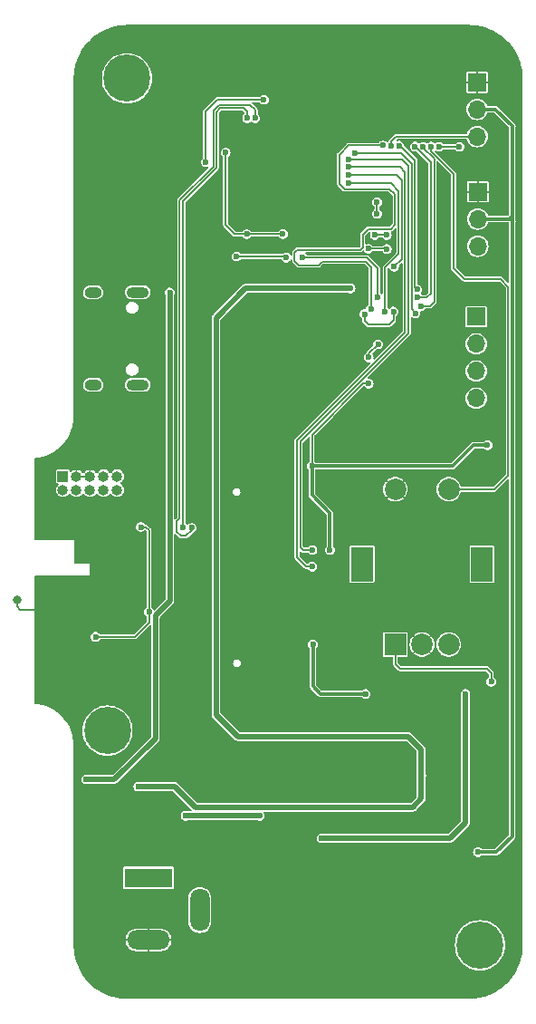
<source format=gbr>
%TF.GenerationSoftware,KiCad,Pcbnew,7.0.2*%
%TF.CreationDate,2023-07-17T10:41:54+03:00*%
%TF.ProjectId,DeskSmartFan,4465736b-536d-4617-9274-46616e2e6b69,rev?*%
%TF.SameCoordinates,Original*%
%TF.FileFunction,Copper,L2,Bot*%
%TF.FilePolarity,Positive*%
%FSLAX46Y46*%
G04 Gerber Fmt 4.6, Leading zero omitted, Abs format (unit mm)*
G04 Created by KiCad (PCBNEW 7.0.2) date 2023-07-17 10:41:54*
%MOMM*%
%LPD*%
G01*
G04 APERTURE LIST*
%TA.AperFunction,ComponentPad*%
%ADD10C,0.700000*%
%TD*%
%TA.AperFunction,ComponentPad*%
%ADD11C,4.400000*%
%TD*%
%TA.AperFunction,ComponentPad*%
%ADD12R,1.700000X1.700000*%
%TD*%
%TA.AperFunction,ComponentPad*%
%ADD13O,1.700000X1.700000*%
%TD*%
%TA.AperFunction,ComponentPad*%
%ADD14R,2.000000X2.000000*%
%TD*%
%TA.AperFunction,ComponentPad*%
%ADD15C,2.000000*%
%TD*%
%TA.AperFunction,ComponentPad*%
%ADD16R,2.000000X3.200000*%
%TD*%
%TA.AperFunction,ComponentPad*%
%ADD17R,1.000000X1.000000*%
%TD*%
%TA.AperFunction,ComponentPad*%
%ADD18O,1.000000X1.000000*%
%TD*%
%TA.AperFunction,ComponentPad*%
%ADD19R,4.400000X1.800000*%
%TD*%
%TA.AperFunction,ComponentPad*%
%ADD20O,4.000000X1.800000*%
%TD*%
%TA.AperFunction,ComponentPad*%
%ADD21O,1.800000X4.000000*%
%TD*%
%TA.AperFunction,ComponentPad*%
%ADD22O,2.100000X1.000000*%
%TD*%
%TA.AperFunction,ComponentPad*%
%ADD23O,1.600000X1.000000*%
%TD*%
%TA.AperFunction,ViaPad*%
%ADD24C,0.600000*%
%TD*%
%TA.AperFunction,ViaPad*%
%ADD25C,0.800000*%
%TD*%
%TA.AperFunction,Conductor*%
%ADD26C,0.150000*%
%TD*%
%TA.AperFunction,Conductor*%
%ADD27C,0.300000*%
%TD*%
%TA.AperFunction,Conductor*%
%ADD28C,0.500000*%
%TD*%
G04 APERTURE END LIST*
D10*
%TO.P,REF\u002A\u002A,1*%
%TO.N,N/C*%
X125490000Y-40655000D03*
X125973274Y-39488274D03*
X125973274Y-41821726D03*
X127140000Y-39005000D03*
D11*
X127140000Y-40655000D03*
D10*
X127140000Y-42305000D03*
X128306726Y-39488274D03*
X128306726Y-41821726D03*
X128790000Y-40655000D03*
%TD*%
D12*
%TO.P,J5,1,Pin_1*%
%TO.N,/Fan Control/ENGINE_B_2*%
X159790000Y-62925000D03*
D13*
%TO.P,J5,2,Pin_2*%
%TO.N,/Fan Control/ENGINE_B_1*%
X159790000Y-65465000D03*
%TO.P,J5,3,Pin_3*%
%TO.N,/Fan Control/ENGINE_A_2*%
X159790000Y-68005000D03*
%TO.P,J5,4,Pin_4*%
%TO.N,/Fan Control/ENGINE_A_1*%
X159790000Y-70545000D03*
%TD*%
D12*
%TO.P,J3,1,Pin_1*%
%TO.N,GND*%
X159940000Y-51255000D03*
D13*
%TO.P,J3,2,Pin_2*%
%TO.N,+5V*%
X159940000Y-53795000D03*
%TO.P,J3,3,Pin_3*%
%TO.N,/RP2040/GPIO13*%
X159940000Y-56335000D03*
%TD*%
D12*
%TO.P,J4,1,Pin_1*%
%TO.N,GND*%
X159870000Y-41015000D03*
D13*
%TO.P,J4,2,Pin_2*%
%TO.N,+5V*%
X159870000Y-43555000D03*
%TO.P,J4,3,Pin_3*%
%TO.N,/RP2040/GPIO6*%
X159870000Y-46095000D03*
%TD*%
D14*
%TO.P,SW2,A,A*%
%TO.N,/RP2040/GPIO11*%
X152220000Y-93545000D03*
D15*
%TO.P,SW2,B,B*%
%TO.N,/RP2040/GPIO12*%
X157220000Y-93545000D03*
%TO.P,SW2,C,C*%
%TO.N,GND*%
X154720000Y-93545000D03*
D16*
%TO.P,SW2,MP*%
%TO.N,N/C*%
X149120000Y-86045000D03*
X160320000Y-86045000D03*
D15*
%TO.P,SW2,S1,S1*%
%TO.N,/RP2040/GPIO10*%
X157220000Y-79045000D03*
%TO.P,SW2,S2,S2*%
%TO.N,GND*%
X152220000Y-79045000D03*
%TD*%
D10*
%TO.P,REF\u002A\u002A,1*%
%TO.N,N/C*%
X158490000Y-121655000D03*
X158973274Y-120488274D03*
X158973274Y-122821726D03*
X160140000Y-120005000D03*
D11*
X160140000Y-121655000D03*
D10*
X160140000Y-123305000D03*
X161306726Y-120488274D03*
X161306726Y-122821726D03*
X161790000Y-121655000D03*
%TD*%
D17*
%TO.P,J6,1,Pin_1*%
%TO.N,+3V3*%
X121135000Y-77850000D03*
D18*
%TO.P,J6,2,Pin_2*%
%TO.N,/NRF52811/SWDIO*%
X121135000Y-79120000D03*
%TO.P,J6,3,Pin_3*%
%TO.N,GND*%
X122405000Y-77850000D03*
%TO.P,J6,4,Pin_4*%
%TO.N,/NRF52811/SWDCLK*%
X122405000Y-79120000D03*
%TO.P,J6,5,Pin_5*%
%TO.N,GND*%
X123675000Y-77850000D03*
%TO.P,J6,6,Pin_6*%
%TO.N,unconnected-(J6-Pin_6-Pad6)*%
X123675000Y-79120000D03*
%TO.P,J6,7,Pin_7*%
%TO.N,unconnected-(J6-Pin_7-Pad7)*%
X124945000Y-77850000D03*
%TO.P,J6,8,Pin_8*%
%TO.N,unconnected-(J6-Pin_8-Pad8)*%
X124945000Y-79120000D03*
%TO.P,J6,9,Pin_9*%
%TO.N,unconnected-(J6-Pin_9-Pad9)*%
X126215000Y-77850000D03*
%TO.P,J6,10,Pin_10*%
%TO.N,/NRF52811/NRESET*%
X126215000Y-79120000D03*
%TD*%
D19*
%TO.P,J2,1*%
%TO.N,+12V*%
X129140000Y-115355000D03*
D20*
%TO.P,J2,2*%
%TO.N,GND*%
X129140000Y-121155000D03*
D21*
%TO.P,J2,3*%
%TO.N,N/C*%
X133940000Y-118355000D03*
%TD*%
D10*
%TO.P,REF\u002A\u002A,1*%
%TO.N,N/C*%
X123650000Y-101600000D03*
X124133274Y-100433274D03*
X124133274Y-102766726D03*
X125300000Y-99950000D03*
D11*
X125300000Y-101600000D03*
D10*
X125300000Y-103250000D03*
X126466726Y-100433274D03*
X126466726Y-102766726D03*
X126950000Y-101600000D03*
%TD*%
D22*
%TO.P,J1,S1,SHIELD*%
%TO.N,Net-(J1-SHIELD)*%
X128140000Y-60655000D03*
D23*
X123960000Y-60655000D03*
D22*
X128140000Y-69295000D03*
D23*
X123960000Y-69295000D03*
%TD*%
D24*
%TO.N,GND*%
X143000000Y-51500000D03*
X142000000Y-51500000D03*
X141000000Y-51500000D03*
X140000000Y-51500000D03*
X139000000Y-51500000D03*
X139000000Y-50500000D03*
X140000000Y-50500000D03*
X141000000Y-50500000D03*
X142000000Y-50500000D03*
X143000000Y-50500000D03*
X143000000Y-49500000D03*
X142000000Y-49500000D03*
X141000000Y-49500000D03*
X140000000Y-49500000D03*
X139000000Y-49500000D03*
X139000000Y-48500000D03*
X140000000Y-48500000D03*
X141000000Y-48500000D03*
X142000000Y-48500000D03*
X143000000Y-48500000D03*
X143000000Y-47500000D03*
X142000000Y-47500000D03*
X141000000Y-47500000D03*
X140000000Y-47500000D03*
X139000000Y-47500000D03*
X125500000Y-88250000D03*
X126250000Y-88250000D03*
X127000000Y-88250000D03*
X127750000Y-88250000D03*
X127750000Y-87500000D03*
X127000000Y-87500000D03*
X126250000Y-87500000D03*
X125500000Y-87500000D03*
X125500000Y-86750000D03*
X126250000Y-86750000D03*
X127000000Y-86750000D03*
X127750000Y-86750000D03*
X127750000Y-86000000D03*
X127000000Y-86000000D03*
X126250000Y-86000000D03*
X125500000Y-86000000D03*
X125890000Y-91210000D03*
X156740000Y-65155000D03*
X118800000Y-76400000D03*
X118800000Y-77100000D03*
X155940000Y-68555000D03*
X158540000Y-74655000D03*
X153840000Y-68955000D03*
X118800000Y-93800000D03*
X153740000Y-73755000D03*
X153140000Y-69355000D03*
X147440000Y-73555000D03*
X157740000Y-66955000D03*
X148440000Y-74555000D03*
X147440000Y-72855000D03*
X153540000Y-72055000D03*
X144140000Y-45785000D03*
X157240000Y-64655000D03*
X157240000Y-109895000D03*
X149940000Y-73355000D03*
X144930000Y-45795000D03*
X145670000Y-45055000D03*
X153840000Y-75555000D03*
X152940000Y-73755000D03*
X157740000Y-70155000D03*
X154860000Y-51875000D03*
X160540000Y-72555000D03*
X137620000Y-44565000D03*
X118800000Y-87500000D03*
X152340000Y-75555000D03*
X150040000Y-72455000D03*
X118800000Y-95200000D03*
X160040000Y-73155000D03*
X145680000Y-53595000D03*
X118800000Y-97300000D03*
X118800000Y-88200000D03*
X150240000Y-75555000D03*
X153840000Y-69655000D03*
X136880000Y-52825000D03*
X118800000Y-77800000D03*
X155940000Y-69255000D03*
X160640000Y-71755000D03*
X137580000Y-53575000D03*
X118800000Y-91700000D03*
X155240000Y-66655000D03*
X118800000Y-78500000D03*
X154340000Y-72055000D03*
X148940000Y-75055000D03*
D25*
X116850000Y-89350000D03*
D24*
X124400000Y-81450000D03*
X155940000Y-75555000D03*
X151340000Y-73755000D03*
X118800000Y-88900000D03*
X118800000Y-90300000D03*
X157740000Y-70955000D03*
X144170000Y-45025000D03*
X118800000Y-83400000D03*
X118800000Y-80600000D03*
X154240000Y-67655000D03*
X144140000Y-52815000D03*
X155940000Y-70655000D03*
X158240000Y-68855000D03*
X158040000Y-75255000D03*
X157140000Y-67355000D03*
X120200000Y-83400000D03*
X135130000Y-50425000D03*
X118800000Y-82700000D03*
X154540000Y-75555000D03*
X135970000Y-55785000D03*
X144900000Y-53595000D03*
X144920000Y-45045000D03*
X137610000Y-45355000D03*
X151640000Y-75555000D03*
X150540000Y-73755000D03*
X155740000Y-72055000D03*
X154740000Y-67155000D03*
X118800000Y-79900000D03*
X118800000Y-82000000D03*
X149340000Y-72155000D03*
X123950000Y-90800000D03*
X119500000Y-83400000D03*
X136870000Y-46095000D03*
X151600000Y-64975000D03*
X151440000Y-57345000D03*
X157840000Y-64155000D03*
X118800000Y-98700000D03*
X144140000Y-53595000D03*
X155940000Y-69955000D03*
X149510000Y-65205000D03*
X157740000Y-71755000D03*
X157540000Y-73155000D03*
X152140000Y-73755000D03*
X156640000Y-51855000D03*
X156140000Y-73755000D03*
X158440000Y-66955000D03*
X157340000Y-75555000D03*
X118800000Y-96600000D03*
X152040000Y-72055000D03*
X145660000Y-52835000D03*
X118800000Y-79200000D03*
X147440000Y-72155000D03*
X159040000Y-74155000D03*
X149540000Y-75455000D03*
X156940000Y-73655000D03*
X149440000Y-72855000D03*
X118800000Y-91000000D03*
X147940000Y-74055000D03*
X118800000Y-98000000D03*
X156240000Y-65655000D03*
X119500000Y-87500000D03*
X155340000Y-73755000D03*
X118800000Y-92400000D03*
X118800000Y-93100000D03*
X155740000Y-66155000D03*
X120900000Y-83400000D03*
X136880000Y-53575000D03*
X156420000Y-58725000D03*
X137590000Y-52835000D03*
X144890000Y-52805000D03*
X156440000Y-67955000D03*
X150940000Y-75555000D03*
X136860000Y-45355000D03*
X137610000Y-46085000D03*
X155940000Y-71355000D03*
X118800000Y-94500000D03*
X155240000Y-75555000D03*
X159540000Y-73655000D03*
X152840000Y-72055000D03*
X118800000Y-95900000D03*
X136860000Y-44565000D03*
X157740000Y-72455000D03*
X154540000Y-73755000D03*
X156640000Y-75555000D03*
X153140000Y-68555000D03*
X155040000Y-72055000D03*
X153040000Y-75555000D03*
X157740000Y-69355000D03*
X118800000Y-89600000D03*
X118800000Y-81300000D03*
X153840000Y-68255000D03*
%TO.N,+1V1*%
X136350000Y-47600000D03*
X141704500Y-55205000D03*
X138330000Y-55215000D03*
%TO.N,+3V3*%
X129186158Y-90491906D03*
X149440000Y-98155000D03*
X150610000Y-65495000D03*
X158780000Y-98160000D03*
X146115000Y-84725000D03*
X134485000Y-48465000D03*
X149730000Y-66724500D03*
X139920000Y-42660000D03*
X144430000Y-76865000D03*
X150570000Y-61100000D03*
X160840000Y-74930000D03*
X137360000Y-57305000D03*
X144515000Y-93555000D03*
X143565000Y-57402500D03*
X124200000Y-92825000D03*
X128425000Y-82575000D03*
X149730000Y-69185000D03*
X145340000Y-111655000D03*
X142025000Y-57397500D03*
%TO.N,/Fan Control/VIN*%
X148040000Y-60275000D03*
X128187500Y-106827500D03*
X154637500Y-105805000D03*
%TO.N,Net-(U3-BOOT)*%
X132612500Y-109555000D03*
X139540000Y-109555000D03*
%TO.N,+5V*%
X159947500Y-112945000D03*
%TO.N,/RP2040/GPIO11*%
X158220000Y-47045000D03*
X156315500Y-47055000D03*
X161190000Y-97034500D03*
%TO.N,/RP2040/GPIO10*%
X155566980Y-47016647D03*
%TO.N,/RP2040/GPIO2*%
X147819795Y-48953125D03*
X144460000Y-86265000D03*
%TO.N,/RP2040/GPIO3*%
X144465000Y-84725000D03*
X147881557Y-48206171D03*
%TO.N,VBUS*%
X123340000Y-106155000D03*
X131140000Y-60655000D03*
%TO.N,/RP2040/GPIO6*%
X151821496Y-46932785D03*
%TO.N,/RP2040/QSPI_SS*%
X150510000Y-52235000D03*
X150510000Y-53284500D03*
%TO.N,/Fan Control/STBY*%
X147870000Y-50450500D03*
X151270000Y-62465000D03*
%TO.N,/Fan Control/PWMA*%
X147820595Y-49702627D03*
X152110000Y-58255000D03*
%TO.N,/Fan Control/PWMB*%
X148409961Y-47674623D03*
X154100000Y-62605000D03*
%TO.N,/Fan Control/AIN1*%
X151070000Y-46919500D03*
X149940362Y-62219413D03*
%TO.N,/Fan Control/AIN2*%
X152060000Y-62435000D03*
X154264500Y-60385024D03*
X149345220Y-62675000D03*
X152570999Y-46932785D03*
%TO.N,/Fan Control/BIN1*%
X154068457Y-47021455D03*
X154289122Y-61134122D03*
%TO.N,/Fan Control/BIN2*%
X154590000Y-61935000D03*
X154817779Y-47037900D03*
%TO.N,/RP2040/QSPI_SCLK*%
X151424500Y-55305000D03*
X150300000Y-55295000D03*
%TO.N,/RP2040/QSPI_SD0*%
X149710000Y-56575000D03*
X151424500Y-56585000D03*
%TO.N,/NRF52811/P0.06*%
X139115097Y-44379500D03*
X133200000Y-82649500D03*
%TO.N,/NRF52811/P0.09*%
X138365594Y-44379500D03*
X132350000Y-82599500D03*
%TD*%
D26*
%TO.N,GND*%
X116850000Y-90000000D02*
X117150000Y-90300000D01*
X116850000Y-89350000D02*
X116850000Y-90000000D01*
X117150000Y-90300000D02*
X118800000Y-90300000D01*
%TO.N,+1V1*%
X136350000Y-47600000D02*
X136350000Y-54365000D01*
X136350000Y-54365000D02*
X137200000Y-55215000D01*
X138340000Y-55205000D02*
X138330000Y-55215000D01*
X137200000Y-55215000D02*
X138330000Y-55215000D01*
X141704500Y-55205000D02*
X138340000Y-55205000D01*
D27*
%TO.N,+3V3*%
X145240000Y-98155000D02*
X144515000Y-97430000D01*
D26*
X129186158Y-82886158D02*
X128875000Y-82575000D01*
X141932500Y-57305000D02*
X142025000Y-57397500D01*
X135545000Y-42660000D02*
X134485000Y-43720000D01*
D28*
X158780000Y-110215000D02*
X158780000Y-98160000D01*
D27*
X146115000Y-81290000D02*
X144430000Y-79605000D01*
D26*
X137360000Y-57305000D02*
X141932500Y-57305000D01*
X149178528Y-69185000D02*
X144430000Y-73933528D01*
D27*
X144430000Y-76865000D02*
X157630000Y-76865000D01*
X144430000Y-79605000D02*
X144430000Y-76865000D01*
D26*
X127875000Y-92825000D02*
X128300000Y-92400000D01*
D27*
X157630000Y-76865000D02*
X159565000Y-74930000D01*
X159565000Y-74930000D02*
X160840000Y-74930000D01*
X146115000Y-84725000D02*
X146115000Y-81290000D01*
D26*
X150570000Y-61100000D02*
X150570000Y-58385000D01*
D27*
X144515000Y-97430000D02*
X144515000Y-93555000D01*
D28*
X157340000Y-111655000D02*
X158780000Y-110215000D01*
D26*
X129186158Y-91513842D02*
X129186158Y-90491906D01*
X129186158Y-90491906D02*
X129186158Y-82886158D01*
X134485000Y-43720000D02*
X134485000Y-48465000D01*
X139920000Y-42660000D02*
X135545000Y-42660000D01*
D28*
X145340000Y-111655000D02*
X157340000Y-111655000D01*
D26*
X150570000Y-58385000D02*
X149587500Y-57402500D01*
X149730000Y-69185000D02*
X149178528Y-69185000D01*
X149730000Y-66724500D02*
X149730000Y-66375000D01*
D27*
X149440000Y-98155000D02*
X145240000Y-98155000D01*
D26*
X149730000Y-66375000D02*
X150610000Y-65495000D01*
X128875000Y-82575000D02*
X128425000Y-82575000D01*
X124200000Y-92825000D02*
X127875000Y-92825000D01*
X149587500Y-57402500D02*
X143565000Y-57402500D01*
X144430000Y-73933528D02*
X144430000Y-76865000D01*
X128300000Y-92400000D02*
X129186158Y-91513842D01*
D28*
%TO.N,/Fan Control/VIN*%
X154637500Y-105805000D02*
X154637500Y-103322500D01*
X153470000Y-102155000D02*
X137490000Y-102155000D01*
X135450000Y-100115000D02*
X135450000Y-63045000D01*
X131612500Y-106827500D02*
X133540000Y-108755000D01*
X153840000Y-108755000D02*
X154637500Y-107957500D01*
X133540000Y-108755000D02*
X153840000Y-108755000D01*
X137490000Y-102155000D02*
X135450000Y-100115000D01*
X128187500Y-106827500D02*
X131612500Y-106827500D01*
X154637500Y-107957500D02*
X154637500Y-105805000D01*
X135450000Y-63045000D02*
X138220000Y-60275000D01*
X154637500Y-103322500D02*
X153470000Y-102155000D01*
X138220000Y-60275000D02*
X148040000Y-60275000D01*
%TO.N,Net-(U3-BOOT)*%
X139540000Y-109555000D02*
X132612500Y-109555000D01*
D27*
%TO.N,+5V*%
X161690000Y-112945000D02*
X159947500Y-112945000D01*
X162900000Y-53795000D02*
X163170000Y-53795000D01*
X163170000Y-111465000D02*
X161690000Y-112945000D01*
X163170000Y-53795000D02*
X163170000Y-54075000D01*
X163170000Y-45125000D02*
X163170000Y-53475000D01*
X163170000Y-54075000D02*
X163170000Y-111465000D01*
X163170000Y-53475000D02*
X163170000Y-53795000D01*
X161600000Y-43555000D02*
X163170000Y-45125000D01*
X159940000Y-53795000D02*
X162900000Y-53795000D01*
X162900000Y-53745000D02*
X163170000Y-54015000D01*
X162900000Y-53795000D02*
X162900000Y-53745000D01*
X163170000Y-54015000D02*
X163170000Y-54075000D01*
X162900000Y-53745000D02*
X163170000Y-53475000D01*
X159870000Y-43555000D02*
X161600000Y-43555000D01*
D26*
%TO.N,/RP2040/GPIO11*%
X152670000Y-95815000D02*
X152220000Y-95365000D01*
X160770000Y-95815000D02*
X152670000Y-95815000D01*
X158210000Y-47055000D02*
X156315500Y-47055000D01*
X152220000Y-95365000D02*
X152220000Y-93545000D01*
X158220000Y-47045000D02*
X158210000Y-47055000D01*
X161190000Y-97034500D02*
X161190000Y-96235000D01*
X161190000Y-96235000D02*
X160770000Y-95815000D01*
%TO.N,/RP2040/GPIO10*%
X161500000Y-79045000D02*
X157220000Y-79045000D01*
X157660000Y-58405000D02*
X158670000Y-59415000D01*
X155566980Y-47016647D02*
X155566980Y-47471980D01*
X157660000Y-49565000D02*
X157660000Y-58405000D01*
X155566980Y-47471980D02*
X157660000Y-49565000D01*
X162795000Y-60140000D02*
X162795000Y-77750000D01*
X162070000Y-59415000D02*
X162795000Y-60140000D01*
X162795000Y-77750000D02*
X161500000Y-79045000D01*
X158670000Y-59415000D02*
X162070000Y-59415000D01*
%TO.N,/RP2040/GPIO2*%
X147819795Y-48953125D02*
X152668125Y-48953125D01*
X143040000Y-85435000D02*
X143870000Y-86265000D01*
X143870000Y-86265000D02*
X144460000Y-86265000D01*
X152668125Y-48953125D02*
X153140000Y-49425000D01*
X143040000Y-74475000D02*
X143040000Y-85435000D01*
X153140000Y-49425000D02*
X153140000Y-64375000D01*
X153140000Y-64375000D02*
X143040000Y-74475000D01*
%TO.N,/RP2040/GPIO3*%
X152851171Y-48206171D02*
X153440000Y-48795000D01*
X153440000Y-48795000D02*
X153440000Y-64499264D01*
X153440000Y-64499264D02*
X143340000Y-74599264D01*
X143340000Y-84475000D02*
X143590000Y-84725000D01*
X143340000Y-74599264D02*
X143340000Y-84475000D01*
X147881557Y-48206171D02*
X152851171Y-48206171D01*
X143590000Y-84725000D02*
X144465000Y-84725000D01*
D28*
%TO.N,VBUS*%
X129790000Y-90845000D02*
X129790000Y-102310000D01*
X131140000Y-60655000D02*
X131140000Y-89495000D01*
X129790000Y-102310000D02*
X125945000Y-106155000D01*
X131140000Y-89495000D02*
X129790000Y-90845000D01*
X125945000Y-106155000D02*
X123340000Y-106155000D01*
D26*
%TO.N,/RP2040/GPIO6*%
X151821496Y-46563504D02*
X152290000Y-46095000D01*
X152290000Y-46095000D02*
X159870000Y-46095000D01*
X151821496Y-46932785D02*
X151821496Y-46563504D01*
%TO.N,/RP2040/QSPI_SS*%
X150510000Y-53284500D02*
X150510000Y-52235000D01*
%TO.N,/Fan Control/STBY*%
X151815500Y-50450500D02*
X147870000Y-50450500D01*
X152540000Y-57075000D02*
X152540000Y-51175000D01*
X151270000Y-58345000D02*
X152540000Y-57075000D01*
X151270000Y-62465000D02*
X151270000Y-58345000D01*
X152540000Y-51175000D02*
X151815500Y-50450500D01*
%TO.N,/Fan Control/PWMA*%
X147820595Y-49702627D02*
X152357627Y-49702627D01*
X152357627Y-49702627D02*
X152840000Y-50185000D01*
X152840000Y-50185000D02*
X152840000Y-57525000D01*
X152840000Y-57525000D02*
X152110000Y-58255000D01*
%TO.N,/Fan Control/PWMB*%
X154100000Y-62605000D02*
X153740000Y-62245000D01*
X153740000Y-48670736D02*
X152743887Y-47674623D01*
X152743887Y-47674623D02*
X148409961Y-47674623D01*
X153740000Y-62245000D02*
X153740000Y-48670736D01*
%TO.N,/Fan Control/AIN1*%
X152190000Y-51495000D02*
X151700000Y-51005000D01*
X147865500Y-46919500D02*
X151070000Y-46919500D01*
X152190000Y-54335000D02*
X152190000Y-51495000D01*
X149680000Y-54735000D02*
X151790000Y-54735000D01*
X146990000Y-47795000D02*
X147865500Y-46919500D01*
X143170000Y-58105000D02*
X142800000Y-57735000D01*
X151790000Y-54735000D02*
X152190000Y-54335000D01*
X149940000Y-58275000D02*
X149430000Y-57765000D01*
X143060000Y-56675000D02*
X148920000Y-56675000D01*
X147510000Y-51005000D02*
X146990000Y-50485000D01*
X149940000Y-62219051D02*
X149940000Y-58275000D01*
X145360000Y-57765000D02*
X145020000Y-58105000D01*
X149430000Y-57765000D02*
X145360000Y-57765000D01*
X148920000Y-56675000D02*
X149185000Y-56410000D01*
X149940362Y-62219413D02*
X149940000Y-62219051D01*
X146990000Y-50485000D02*
X146990000Y-47795000D01*
X149185000Y-56410000D02*
X149185000Y-55230000D01*
X145020000Y-58105000D02*
X143170000Y-58105000D01*
X142800000Y-56935000D02*
X143060000Y-56675000D01*
X142800000Y-57735000D02*
X142800000Y-56935000D01*
X151700000Y-51005000D02*
X147510000Y-51005000D01*
X149185000Y-55230000D02*
X149680000Y-54735000D01*
%TO.N,/Fan Control/AIN2*%
X152060000Y-63235000D02*
X152060000Y-62435000D01*
X154040000Y-48295000D02*
X152677785Y-46932785D01*
X151630000Y-63665000D02*
X152060000Y-63235000D01*
X149345220Y-62675000D02*
X149345220Y-63310220D01*
X152677785Y-46932785D02*
X152570999Y-46932785D01*
X154040000Y-60160524D02*
X154040000Y-48295000D01*
X149345220Y-63310220D02*
X149700000Y-63665000D01*
X154264500Y-60385024D02*
X154040000Y-60160524D01*
X149700000Y-63665000D02*
X151630000Y-63665000D01*
%TO.N,/Fan Control/BIN1*%
X155560000Y-48522584D02*
X154292779Y-47255363D01*
X155170878Y-61134122D02*
X155560000Y-60745000D01*
X154292779Y-47255363D02*
X154292779Y-47245777D01*
X154292779Y-47245777D02*
X154068457Y-47021455D01*
X155560000Y-60745000D02*
X155560000Y-48522584D01*
X154289122Y-61134122D02*
X155170878Y-61134122D01*
%TO.N,/Fan Control/BIN2*%
X154817779Y-47147043D02*
X154817779Y-47037900D01*
X155860000Y-48189264D02*
X154817779Y-47147043D01*
X155450000Y-61935000D02*
X155860000Y-61525000D01*
X154590000Y-61935000D02*
X155450000Y-61935000D01*
X155860000Y-61525000D02*
X155860000Y-48189264D01*
%TO.N,/RP2040/QSPI_SCLK*%
X151414500Y-55295000D02*
X151424500Y-55305000D01*
X150300000Y-55295000D02*
X151414500Y-55295000D01*
%TO.N,/RP2040/QSPI_SD0*%
X151414500Y-56575000D02*
X151424500Y-56585000D01*
X149710000Y-56575000D02*
X151414500Y-56575000D01*
%TO.N,/NRF52811/P0.06*%
X132050000Y-81800000D02*
X132050000Y-52025736D01*
X132650000Y-83400000D02*
X132150000Y-83400000D01*
X132150000Y-83400000D02*
X131800000Y-83050000D01*
X138650000Y-43150000D02*
X139115097Y-43615097D01*
X133200000Y-82850000D02*
X132650000Y-83400000D01*
X135200000Y-48875736D02*
X135200000Y-43675736D01*
X135725736Y-43150000D02*
X138650000Y-43150000D01*
X131800000Y-83050000D02*
X131800000Y-82050000D01*
X131800000Y-82050000D02*
X132050000Y-81800000D01*
X135200000Y-43675736D02*
X135725736Y-43150000D01*
X139115097Y-43615097D02*
X139115097Y-44379500D01*
X132050000Y-52025736D02*
X135200000Y-48875736D01*
X133200000Y-82649500D02*
X133200000Y-82850000D01*
%TO.N,/NRF52811/P0.09*%
X132350000Y-52150000D02*
X135500000Y-49000000D01*
X135850000Y-43450000D02*
X138050000Y-43450000D01*
X138365594Y-43765594D02*
X138365594Y-44379500D01*
X135500000Y-43800000D02*
X135850000Y-43450000D01*
X138050000Y-43450000D02*
X138365594Y-43765594D01*
X132350000Y-82599500D02*
X132350000Y-52150000D01*
X135500000Y-49000000D02*
X135500000Y-43800000D01*
%TD*%
%TA.AperFunction,Conductor*%
%TO.N,GND*%
G36*
X152280033Y-54655145D02*
G01*
X152309538Y-54697282D01*
X152312100Y-54716745D01*
X152312100Y-56949451D01*
X152294507Y-56997789D01*
X152290074Y-57002625D01*
X151114456Y-58178242D01*
X151111602Y-58180952D01*
X151081505Y-58208051D01*
X151071506Y-58230510D01*
X151065878Y-58240875D01*
X151052483Y-58261502D01*
X151051148Y-58269935D01*
X151045574Y-58288754D01*
X151042100Y-58296557D01*
X151042100Y-58321152D01*
X151041174Y-58332916D01*
X151037328Y-58357192D01*
X151039538Y-58365437D01*
X151042100Y-58384901D01*
X151042100Y-60751616D01*
X151024507Y-60799954D01*
X150979958Y-60825674D01*
X150929300Y-60816741D01*
X150910068Y-60800861D01*
X150869638Y-60754202D01*
X150832443Y-60730298D01*
X150801291Y-60689364D01*
X150797900Y-60667036D01*
X150797900Y-58392936D01*
X150798003Y-58389000D01*
X150800123Y-58348551D01*
X150791310Y-58325595D01*
X150787957Y-58314275D01*
X150787650Y-58312832D01*
X150782848Y-58290234D01*
X150777828Y-58283325D01*
X150768463Y-58266075D01*
X150765402Y-58258102D01*
X150748018Y-58240718D01*
X150740355Y-58231747D01*
X150725901Y-58211854D01*
X150719314Y-58208051D01*
X150718503Y-58207582D01*
X150702933Y-58195634D01*
X149754258Y-57246958D01*
X149751547Y-57244102D01*
X149724448Y-57214005D01*
X149701985Y-57204004D01*
X149691616Y-57198374D01*
X149670996Y-57184983D01*
X149662564Y-57183648D01*
X149643742Y-57178073D01*
X149635942Y-57174600D01*
X149630960Y-57172382D01*
X149626239Y-57174449D01*
X149621470Y-57174600D01*
X149611348Y-57174600D01*
X149599584Y-57173674D01*
X149575306Y-57169828D01*
X149567061Y-57172038D01*
X149547598Y-57174600D01*
X144001138Y-57174600D01*
X143952800Y-57157007D01*
X143944305Y-57148645D01*
X143939121Y-57142662D01*
X143864636Y-57056701D01*
X143864635Y-57056700D01*
X143864634Y-57056699D01*
X143840769Y-57041362D01*
X143809616Y-57000428D01*
X143812064Y-56949047D01*
X143846966Y-56911260D01*
X143881425Y-56902900D01*
X148912064Y-56902900D01*
X148916000Y-56903003D01*
X148956448Y-56905123D01*
X148979406Y-56896308D01*
X148990706Y-56892961D01*
X149014766Y-56887848D01*
X149021674Y-56882828D01*
X149038920Y-56873464D01*
X149046896Y-56870403D01*
X149064290Y-56853008D01*
X149073249Y-56845356D01*
X149093146Y-56830901D01*
X149097417Y-56823502D01*
X149109362Y-56807935D01*
X149176338Y-56740959D01*
X149222957Y-56719220D01*
X149272644Y-56732534D01*
X149297915Y-56762894D01*
X149325078Y-56822373D01*
X149328151Y-56825919D01*
X149410364Y-56920799D01*
X149519924Y-56991208D01*
X149642657Y-57027246D01*
X149648655Y-57031662D01*
X149660236Y-57027900D01*
X149775116Y-57027900D01*
X149775117Y-57027900D01*
X149900076Y-56991208D01*
X150009636Y-56920799D01*
X150089305Y-56828854D01*
X150134256Y-56803845D01*
X150146138Y-56802900D01*
X150979697Y-56802900D01*
X151028035Y-56820493D01*
X151036530Y-56828855D01*
X151107933Y-56911260D01*
X151124864Y-56930799D01*
X151234424Y-57001208D01*
X151359383Y-57037900D01*
X151359384Y-57037900D01*
X151489616Y-57037900D01*
X151489617Y-57037900D01*
X151614576Y-57001208D01*
X151724136Y-56930799D01*
X151809421Y-56832374D01*
X151863523Y-56713909D01*
X151882057Y-56585000D01*
X151863523Y-56456091D01*
X151809421Y-56337626D01*
X151724136Y-56239201D01*
X151614576Y-56168792D01*
X151614575Y-56168791D01*
X151614574Y-56168791D01*
X151511062Y-56138397D01*
X151489617Y-56132100D01*
X151359383Y-56132100D01*
X151337938Y-56138397D01*
X151234425Y-56168791D01*
X151124863Y-56239201D01*
X151085655Y-56284451D01*
X151058665Y-56315600D01*
X151053860Y-56321145D01*
X151008909Y-56346155D01*
X150997027Y-56347100D01*
X150146138Y-56347100D01*
X150097800Y-56329507D01*
X150089305Y-56321145D01*
X150084500Y-56315600D01*
X150009636Y-56229201D01*
X149900076Y-56158792D01*
X149900075Y-56158791D01*
X149900074Y-56158791D01*
X149809173Y-56132100D01*
X149775117Y-56122100D01*
X149644883Y-56122100D01*
X149519924Y-56158792D01*
X149519923Y-56158792D01*
X149509551Y-56161838D01*
X149508345Y-56157733D01*
X149478448Y-56164431D01*
X149432768Y-56140779D01*
X149412979Y-56093298D01*
X149412900Y-56089853D01*
X149412900Y-55355548D01*
X149430493Y-55307210D01*
X149434926Y-55302373D01*
X149752375Y-54984925D01*
X149798995Y-54963186D01*
X149805549Y-54962900D01*
X149836758Y-54962900D01*
X149885096Y-54980493D01*
X149910816Y-55025042D01*
X149905162Y-55069339D01*
X149860977Y-55166088D01*
X149842443Y-55295000D01*
X149860977Y-55423910D01*
X149915078Y-55542373D01*
X149922378Y-55550798D01*
X150000364Y-55640799D01*
X150109924Y-55711208D01*
X150234883Y-55747900D01*
X150234884Y-55747900D01*
X150365116Y-55747900D01*
X150365117Y-55747900D01*
X150490076Y-55711208D01*
X150599636Y-55640799D01*
X150679305Y-55548854D01*
X150724256Y-55523845D01*
X150736138Y-55522900D01*
X150979697Y-55522900D01*
X151028035Y-55540493D01*
X151036530Y-55548855D01*
X151039578Y-55552373D01*
X151039579Y-55552374D01*
X151124864Y-55650799D01*
X151234424Y-55721208D01*
X151359383Y-55757900D01*
X151359384Y-55757900D01*
X151489616Y-55757900D01*
X151489617Y-55757900D01*
X151614576Y-55721208D01*
X151724136Y-55650799D01*
X151809421Y-55552374D01*
X151863523Y-55433909D01*
X151882057Y-55305000D01*
X151863523Y-55176091D01*
X151809421Y-55057626D01*
X151809420Y-55057625D01*
X151809344Y-55057458D01*
X151805267Y-55006180D01*
X151835105Y-54964278D01*
X151862110Y-54952662D01*
X151884766Y-54947848D01*
X151891674Y-54942828D01*
X151908920Y-54933464D01*
X151916896Y-54930403D01*
X151934290Y-54913008D01*
X151943249Y-54905356D01*
X151963146Y-54890901D01*
X151967417Y-54883502D01*
X151979362Y-54867935D01*
X152183727Y-54663570D01*
X152230346Y-54641831D01*
X152280033Y-54655145D01*
G37*
%TD.AperFunction*%
%TA.AperFunction,Conductor*%
G36*
X123321372Y-77879302D02*
G01*
X123333248Y-77926200D01*
X122749886Y-77926200D01*
X122758628Y-77820698D01*
X122746752Y-77773800D01*
X123330114Y-77773800D01*
X123321372Y-77879302D01*
G37*
%TD.AperFunction*%
%TA.AperFunction,Conductor*%
G36*
X159141546Y-35655564D02*
G01*
X159150183Y-35655921D01*
X159357659Y-35664502D01*
X159555411Y-35673137D01*
X159561394Y-35673640D01*
X159681117Y-35688563D01*
X159776680Y-35700476D01*
X159812697Y-35705217D01*
X159976795Y-35726821D01*
X159982387Y-35727775D01*
X160194173Y-35772182D01*
X160278321Y-35790836D01*
X160392079Y-35816056D01*
X160397226Y-35817390D01*
X160604544Y-35879112D01*
X160798214Y-35940177D01*
X160798220Y-35940179D01*
X160802939Y-35941841D01*
X160886253Y-35974349D01*
X161003773Y-36020206D01*
X161005065Y-36020725D01*
X161192412Y-36098326D01*
X161196620Y-36100225D01*
X161382392Y-36191043D01*
X161390160Y-36194841D01*
X161391855Y-36195697D01*
X161571675Y-36289305D01*
X161575421Y-36291393D01*
X161683221Y-36355628D01*
X161760424Y-36401631D01*
X161762335Y-36402809D01*
X161933371Y-36511771D01*
X161936659Y-36513990D01*
X162111871Y-36639090D01*
X162113939Y-36640620D01*
X162274849Y-36764091D01*
X162277671Y-36766367D01*
X162441951Y-36905504D01*
X162444136Y-36907429D01*
X162593687Y-37044467D01*
X162596057Y-37046736D01*
X162748262Y-37198941D01*
X162750531Y-37201311D01*
X162887553Y-37350844D01*
X162889494Y-37353047D01*
X163028631Y-37517327D01*
X163030907Y-37520149D01*
X163154378Y-37681059D01*
X163155919Y-37683141D01*
X163281005Y-37858335D01*
X163283227Y-37861627D01*
X163392189Y-38032663D01*
X163393367Y-38034574D01*
X163503598Y-38219565D01*
X163505700Y-38223336D01*
X163599301Y-38403143D01*
X163600157Y-38404838D01*
X163694764Y-38598358D01*
X163696681Y-38602608D01*
X163774237Y-38789844D01*
X163774817Y-38791286D01*
X163853157Y-38992056D01*
X163854820Y-38996779D01*
X163915899Y-39190496D01*
X163977606Y-39397765D01*
X163978948Y-39402943D01*
X164022818Y-39600826D01*
X164067224Y-39812612D01*
X164068181Y-39818226D01*
X164094524Y-40018319D01*
X164121358Y-40233598D01*
X164121863Y-40239619D01*
X164130513Y-40437728D01*
X164139436Y-40653452D01*
X164139500Y-40656560D01*
X164139500Y-121653439D01*
X164139436Y-121656547D01*
X164130513Y-121872271D01*
X164121863Y-122070379D01*
X164121358Y-122076401D01*
X164094524Y-122291680D01*
X164068181Y-122491771D01*
X164067224Y-122497387D01*
X164022818Y-122709173D01*
X163978948Y-122907055D01*
X163977605Y-122912234D01*
X163915899Y-123119503D01*
X163854819Y-123313221D01*
X163853157Y-123317939D01*
X163774817Y-123518711D01*
X163774237Y-123520154D01*
X163696681Y-123707390D01*
X163694764Y-123711640D01*
X163600157Y-123905160D01*
X163599301Y-123906855D01*
X163505700Y-124086662D01*
X163503598Y-124090433D01*
X163393367Y-124275424D01*
X163392189Y-124277335D01*
X163283227Y-124448371D01*
X163281005Y-124451663D01*
X163155919Y-124626857D01*
X163154378Y-124628939D01*
X163030907Y-124789849D01*
X163028631Y-124792671D01*
X162889494Y-124956951D01*
X162887553Y-124959154D01*
X162750531Y-125108687D01*
X162748262Y-125111057D01*
X162596057Y-125263262D01*
X162593687Y-125265531D01*
X162444154Y-125402553D01*
X162441951Y-125404494D01*
X162277671Y-125543631D01*
X162274849Y-125545907D01*
X162113939Y-125669378D01*
X162111857Y-125670919D01*
X161936663Y-125796005D01*
X161933371Y-125798227D01*
X161762335Y-125907189D01*
X161760424Y-125908367D01*
X161575433Y-126018598D01*
X161571662Y-126020700D01*
X161391855Y-126114301D01*
X161390160Y-126115157D01*
X161196640Y-126209764D01*
X161192390Y-126211681D01*
X161005154Y-126289237D01*
X161003712Y-126289817D01*
X160802942Y-126368157D01*
X160798219Y-126369820D01*
X160604503Y-126430899D01*
X160397233Y-126492606D01*
X160392055Y-126493948D01*
X160194173Y-126537818D01*
X159982386Y-126582224D01*
X159976772Y-126583181D01*
X159776680Y-126609524D01*
X159561400Y-126636358D01*
X159555379Y-126636863D01*
X159357271Y-126645513D01*
X159141547Y-126654436D01*
X159138439Y-126654500D01*
X127141561Y-126654500D01*
X127138453Y-126654436D01*
X126922728Y-126645513D01*
X126724619Y-126636863D01*
X126718597Y-126636358D01*
X126503319Y-126609524D01*
X126303227Y-126583181D01*
X126297611Y-126582224D01*
X126085826Y-126537818D01*
X125887943Y-126493948D01*
X125882764Y-126492605D01*
X125675496Y-126430899D01*
X125481777Y-126369819D01*
X125477059Y-126368157D01*
X125276287Y-126289817D01*
X125274844Y-126289237D01*
X125087608Y-126211681D01*
X125083358Y-126209764D01*
X124889838Y-126115157D01*
X124888143Y-126114301D01*
X124708336Y-126020700D01*
X124704565Y-126018598D01*
X124519574Y-125908367D01*
X124517663Y-125907189D01*
X124346627Y-125798227D01*
X124343335Y-125796005D01*
X124168141Y-125670919D01*
X124166059Y-125669378D01*
X124005149Y-125545907D01*
X124002327Y-125543631D01*
X123838047Y-125404494D01*
X123835844Y-125402553D01*
X123686311Y-125265531D01*
X123683941Y-125263262D01*
X123531736Y-125111057D01*
X123529467Y-125108687D01*
X123392429Y-124959136D01*
X123390504Y-124956951D01*
X123251367Y-124792671D01*
X123249091Y-124789849D01*
X123125620Y-124628939D01*
X123124079Y-124626857D01*
X122998993Y-124451663D01*
X122996771Y-124448371D01*
X122887809Y-124277335D01*
X122886631Y-124275424D01*
X122776400Y-124090433D01*
X122774305Y-124086675D01*
X122680697Y-123906855D01*
X122679841Y-123905160D01*
X122676043Y-123897392D01*
X122585225Y-123711620D01*
X122583326Y-123707412D01*
X122505724Y-123520063D01*
X122505219Y-123518807D01*
X122426834Y-123317924D01*
X122425193Y-123313264D01*
X122364100Y-123119503D01*
X122302385Y-122912206D01*
X122301056Y-122907079D01*
X122257175Y-122709145D01*
X122212771Y-122497369D01*
X122211821Y-122491795D01*
X122185476Y-122291680D01*
X122158637Y-122076372D01*
X122158137Y-122070411D01*
X122149486Y-121872271D01*
X122140564Y-121656546D01*
X122140500Y-121653439D01*
X122140500Y-121624963D01*
X122140432Y-121623460D01*
X122139595Y-121231200D01*
X126990013Y-121231200D01*
X127002827Y-121361305D01*
X127063006Y-121559688D01*
X127160726Y-121742508D01*
X127292239Y-121902760D01*
X127452491Y-122034273D01*
X127635311Y-122131993D01*
X127833694Y-122192173D01*
X127986472Y-122207220D01*
X127990135Y-122207400D01*
X129063800Y-122207400D01*
X129063800Y-121555000D01*
X129216200Y-121555000D01*
X129216200Y-122207400D01*
X130289865Y-122207400D01*
X130293527Y-122207220D01*
X130446305Y-122192173D01*
X130644688Y-122131993D01*
X130827508Y-122034273D01*
X130987760Y-121902760D01*
X131119273Y-121742508D01*
X131166047Y-121655000D01*
X157782051Y-121655000D01*
X157802224Y-121962774D01*
X157802704Y-121965188D01*
X157802705Y-121965194D01*
X157861915Y-122262868D01*
X157861918Y-122262880D01*
X157862396Y-122265282D01*
X157863185Y-122267609D01*
X157863187Y-122267613D01*
X157941184Y-122497386D01*
X157961539Y-122557348D01*
X158097956Y-122833975D01*
X158099322Y-122836019D01*
X158099323Y-122836021D01*
X158150246Y-122912233D01*
X158269313Y-123090428D01*
X158270939Y-123092282D01*
X158434102Y-123278335D01*
X158472678Y-123322322D01*
X158704572Y-123525687D01*
X158961025Y-123697044D01*
X159237652Y-123833461D01*
X159529718Y-123932604D01*
X159832226Y-123992776D01*
X160140000Y-124012949D01*
X160447774Y-123992776D01*
X160750282Y-123932604D01*
X161042348Y-123833461D01*
X161318975Y-123697044D01*
X161575428Y-123525687D01*
X161807322Y-123322322D01*
X162010687Y-123090428D01*
X162182044Y-122833975D01*
X162318461Y-122557348D01*
X162417604Y-122265282D01*
X162477776Y-121962774D01*
X162497949Y-121655000D01*
X162477776Y-121347226D01*
X162417604Y-121044718D01*
X162318461Y-120752652D01*
X162182044Y-120476026D01*
X162010687Y-120219572D01*
X161807322Y-119987678D01*
X161575428Y-119784313D01*
X161318975Y-119612956D01*
X161042348Y-119476539D01*
X161040018Y-119475748D01*
X161040013Y-119475746D01*
X160752613Y-119378187D01*
X160752609Y-119378185D01*
X160750282Y-119377396D01*
X160747880Y-119376918D01*
X160747868Y-119376915D01*
X160450194Y-119317705D01*
X160450188Y-119317704D01*
X160447774Y-119317224D01*
X160445317Y-119317062D01*
X160445310Y-119317062D01*
X160142456Y-119297212D01*
X160140000Y-119297051D01*
X160137544Y-119297212D01*
X159834689Y-119317062D01*
X159834680Y-119317063D01*
X159832226Y-119317224D01*
X159829813Y-119317703D01*
X159829805Y-119317705D01*
X159532131Y-119376915D01*
X159532116Y-119376918D01*
X159529718Y-119377396D01*
X159527394Y-119378184D01*
X159527386Y-119378187D01*
X159239986Y-119475746D01*
X159239976Y-119475749D01*
X159237652Y-119476539D01*
X159235447Y-119477626D01*
X159235443Y-119477628D01*
X158963233Y-119611867D01*
X158963230Y-119611869D01*
X158961026Y-119612956D01*
X158958990Y-119614316D01*
X158958982Y-119614321D01*
X158706615Y-119782947D01*
X158706605Y-119782954D01*
X158704572Y-119784313D01*
X158702730Y-119785927D01*
X158702720Y-119785936D01*
X158474523Y-119986059D01*
X158474515Y-119986066D01*
X158472678Y-119987678D01*
X158471066Y-119989515D01*
X158471059Y-119989523D01*
X158270936Y-120217720D01*
X158270927Y-120217730D01*
X158269313Y-120219572D01*
X158267954Y-120221605D01*
X158267947Y-120221615D01*
X158099321Y-120473982D01*
X158099316Y-120473990D01*
X158097956Y-120476026D01*
X158096871Y-120478225D01*
X158096867Y-120478233D01*
X158052850Y-120567491D01*
X157961539Y-120752652D01*
X157960749Y-120754976D01*
X157960746Y-120754986D01*
X157863187Y-121042386D01*
X157863184Y-121042394D01*
X157862396Y-121044718D01*
X157861918Y-121047116D01*
X157861915Y-121047131D01*
X157802705Y-121344805D01*
X157802703Y-121344813D01*
X157802224Y-121347226D01*
X157802063Y-121349680D01*
X157802062Y-121349689D01*
X157793348Y-121482641D01*
X157782051Y-121655000D01*
X131166047Y-121655000D01*
X131216993Y-121559688D01*
X131277172Y-121361305D01*
X131289987Y-121231200D01*
X130632917Y-121231200D01*
X130644986Y-121155000D01*
X130632917Y-121078800D01*
X131289987Y-121078800D01*
X131277172Y-120948694D01*
X131216993Y-120750311D01*
X131119273Y-120567491D01*
X130987760Y-120407239D01*
X130827508Y-120275726D01*
X130644688Y-120178006D01*
X130446305Y-120117826D01*
X130293527Y-120102779D01*
X130289865Y-120102600D01*
X129216200Y-120102600D01*
X129216200Y-120755000D01*
X129063800Y-120755000D01*
X129063800Y-120102600D01*
X127990135Y-120102600D01*
X127986472Y-120102779D01*
X127833694Y-120117826D01*
X127635311Y-120178006D01*
X127452491Y-120275726D01*
X127292239Y-120407239D01*
X127160726Y-120567491D01*
X127063006Y-120750311D01*
X127002827Y-120948694D01*
X126990013Y-121078800D01*
X127647083Y-121078800D01*
X127635014Y-121155000D01*
X127647083Y-121231200D01*
X126990013Y-121231200D01*
X122139595Y-121231200D01*
X122135917Y-119506731D01*
X132887100Y-119506731D01*
X132887278Y-119508539D01*
X132887279Y-119508557D01*
X132897697Y-119614323D01*
X132902334Y-119661405D01*
X132962540Y-119859877D01*
X133030851Y-119987678D01*
X133060310Y-120042792D01*
X133191884Y-120203115D01*
X133280361Y-120275726D01*
X133352209Y-120334691D01*
X133535123Y-120432460D01*
X133733595Y-120492666D01*
X133940000Y-120512995D01*
X134146405Y-120492666D01*
X134344877Y-120432460D01*
X134527791Y-120334691D01*
X134688115Y-120203115D01*
X134819691Y-120042791D01*
X134917460Y-119859877D01*
X134977666Y-119661405D01*
X134992900Y-119506731D01*
X134992900Y-117203269D01*
X134977666Y-117048595D01*
X134917460Y-116850123D01*
X134819691Y-116667209D01*
X134779677Y-116618453D01*
X134688115Y-116506884D01*
X134527792Y-116375310D01*
X134527791Y-116375309D01*
X134344877Y-116277540D01*
X134146405Y-116217334D01*
X134146404Y-116217334D01*
X133940000Y-116197004D01*
X133733594Y-116217334D01*
X133535125Y-116277539D01*
X133352207Y-116375310D01*
X133191884Y-116506884D01*
X133060310Y-116667207D01*
X132962539Y-116850125D01*
X132902334Y-117048594D01*
X132887279Y-117201442D01*
X132887278Y-117201461D01*
X132887100Y-117203269D01*
X132887100Y-119506731D01*
X122135917Y-119506731D01*
X122129015Y-116270057D01*
X126787100Y-116270057D01*
X126795972Y-116314658D01*
X126829766Y-116365234D01*
X126880341Y-116399028D01*
X126889213Y-116400792D01*
X126924943Y-116407900D01*
X131355056Y-116407899D01*
X131355057Y-116407899D01*
X131362456Y-116406427D01*
X131399658Y-116399028D01*
X131450234Y-116365234D01*
X131484028Y-116314658D01*
X131492900Y-116270057D01*
X131492899Y-114439944D01*
X131484028Y-114395342D01*
X131450234Y-114344766D01*
X131450233Y-114344765D01*
X131399658Y-114310971D01*
X131355057Y-114302100D01*
X126924942Y-114302100D01*
X126880341Y-114310972D01*
X126829765Y-114344766D01*
X126795971Y-114395341D01*
X126787100Y-114439942D01*
X126787100Y-116270057D01*
X122129015Y-116270057D01*
X122119172Y-111655000D01*
X144882443Y-111655000D01*
X144900977Y-111783910D01*
X144955078Y-111902373D01*
X144955079Y-111902374D01*
X145040364Y-112000799D01*
X145149924Y-112071208D01*
X145274883Y-112107900D01*
X145274884Y-112107900D01*
X145405116Y-112107900D01*
X145405117Y-112107900D01*
X145530076Y-112071208D01*
X145530214Y-112071118D01*
X145532211Y-112069837D01*
X145572865Y-112057900D01*
X157403813Y-112057900D01*
X157428722Y-112049805D01*
X157440173Y-112047055D01*
X157466055Y-112042957D01*
X157489391Y-112031066D01*
X157500284Y-112026554D01*
X157525193Y-112018461D01*
X157546378Y-112003068D01*
X157556430Y-111996907D01*
X157579771Y-111985016D01*
X157670016Y-111894771D01*
X157670016Y-111894770D01*
X157680592Y-111884194D01*
X157680592Y-111884192D01*
X159087315Y-110477472D01*
X159087315Y-110477471D01*
X159098664Y-110466121D01*
X159110016Y-110454771D01*
X159121908Y-110431429D01*
X159128064Y-110421383D01*
X159143462Y-110400192D01*
X159151555Y-110375280D01*
X159156068Y-110364387D01*
X159167957Y-110341055D01*
X159172054Y-110315179D01*
X159174804Y-110303728D01*
X159182901Y-110278813D01*
X159182901Y-110151187D01*
X159182901Y-110141934D01*
X159182900Y-110141924D01*
X159182900Y-98384365D01*
X159189696Y-98353125D01*
X159196582Y-98338047D01*
X159219023Y-98288909D01*
X159237557Y-98160000D01*
X159219023Y-98031091D01*
X159164921Y-97912626D01*
X159079636Y-97814201D01*
X158970076Y-97743792D01*
X158970075Y-97743791D01*
X158970074Y-97743791D01*
X158897060Y-97722352D01*
X158845117Y-97707100D01*
X158714883Y-97707100D01*
X158678191Y-97717873D01*
X158589925Y-97743791D01*
X158535144Y-97778996D01*
X158480364Y-97814201D01*
X158480363Y-97814201D01*
X158480363Y-97814202D01*
X158395078Y-97912626D01*
X158340977Y-98031089D01*
X158322443Y-98160000D01*
X158340977Y-98288909D01*
X158370304Y-98353125D01*
X158377100Y-98384365D01*
X158377100Y-110016965D01*
X158359507Y-110065303D01*
X158355074Y-110070139D01*
X157195140Y-111230074D01*
X157148520Y-111251814D01*
X157141966Y-111252100D01*
X145572865Y-111252100D01*
X145532211Y-111240163D01*
X145530079Y-111238793D01*
X145530076Y-111238792D01*
X145405117Y-111202100D01*
X145274883Y-111202100D01*
X145238192Y-111212873D01*
X145149925Y-111238791D01*
X145129661Y-111251814D01*
X145040364Y-111309201D01*
X145040363Y-111309201D01*
X145040363Y-111309202D01*
X144955078Y-111407626D01*
X144900977Y-111526089D01*
X144882443Y-111655000D01*
X122119172Y-111655000D01*
X122108876Y-106827499D01*
X127729943Y-106827499D01*
X127748477Y-106956410D01*
X127802578Y-107074873D01*
X127802579Y-107074874D01*
X127887864Y-107173299D01*
X127997424Y-107243708D01*
X128122383Y-107280400D01*
X128122384Y-107280400D01*
X128252616Y-107280400D01*
X128252617Y-107280400D01*
X128377576Y-107243708D01*
X128377714Y-107243618D01*
X128379711Y-107242337D01*
X128420365Y-107230400D01*
X131414466Y-107230400D01*
X131462804Y-107247993D01*
X131467639Y-107252425D01*
X132357905Y-108142692D01*
X133209983Y-108994770D01*
X133238939Y-109023726D01*
X133260679Y-109070346D01*
X133247365Y-109120033D01*
X133205228Y-109149538D01*
X133185765Y-109152100D01*
X132845365Y-109152100D01*
X132804711Y-109140163D01*
X132802579Y-109138793D01*
X132802576Y-109138792D01*
X132677617Y-109102100D01*
X132547383Y-109102100D01*
X132510692Y-109112873D01*
X132422425Y-109138791D01*
X132401716Y-109152100D01*
X132312864Y-109209201D01*
X132312863Y-109209201D01*
X132312863Y-109209202D01*
X132227578Y-109307626D01*
X132173477Y-109426089D01*
X132154943Y-109554999D01*
X132173477Y-109683910D01*
X132227578Y-109802373D01*
X132227579Y-109802374D01*
X132312864Y-109900799D01*
X132422424Y-109971208D01*
X132547383Y-110007900D01*
X132547384Y-110007900D01*
X132677616Y-110007900D01*
X132677617Y-110007900D01*
X132802576Y-109971208D01*
X132802714Y-109971118D01*
X132804711Y-109969837D01*
X132845365Y-109957900D01*
X139307135Y-109957900D01*
X139347789Y-109969837D01*
X139349920Y-109971206D01*
X139349921Y-109971206D01*
X139349924Y-109971208D01*
X139474883Y-110007900D01*
X139474884Y-110007900D01*
X139605116Y-110007900D01*
X139605117Y-110007900D01*
X139730076Y-109971208D01*
X139839636Y-109900799D01*
X139924921Y-109802374D01*
X139979023Y-109683909D01*
X139997557Y-109555000D01*
X139979023Y-109426091D01*
X139924921Y-109307626D01*
X139903014Y-109282344D01*
X139884657Y-109234293D01*
X139901482Y-109185682D01*
X139945617Y-109159259D01*
X139959848Y-109157900D01*
X153903813Y-109157900D01*
X153928722Y-109149805D01*
X153940173Y-109147055D01*
X153966055Y-109142957D01*
X153989391Y-109131066D01*
X154000284Y-109126554D01*
X154025193Y-109118461D01*
X154046378Y-109103068D01*
X154056430Y-109096907D01*
X154079771Y-109085016D01*
X154170016Y-108994771D01*
X154170016Y-108994769D01*
X154944814Y-108219973D01*
X154944814Y-108219972D01*
X154967516Y-108197271D01*
X154979405Y-108173934D01*
X154985567Y-108163878D01*
X155000961Y-108142693D01*
X155009054Y-108117784D01*
X155013566Y-108106891D01*
X155025457Y-108083555D01*
X155029555Y-108057673D01*
X155032305Y-108046222D01*
X155040400Y-108021313D01*
X155040400Y-107893687D01*
X155040400Y-106029364D01*
X155047196Y-105998125D01*
X155076523Y-105933909D01*
X155095057Y-105805000D01*
X155076523Y-105676091D01*
X155076522Y-105676088D01*
X155047196Y-105611873D01*
X155040400Y-105580634D01*
X155040400Y-103258688D01*
X155040400Y-103258687D01*
X155032304Y-103233771D01*
X155029555Y-103222322D01*
X155025457Y-103196445D01*
X155013566Y-103173109D01*
X155009052Y-103162210D01*
X155000961Y-103137307D01*
X154985566Y-103116118D01*
X154979405Y-103106064D01*
X154967516Y-103082729D01*
X154877271Y-102992484D01*
X154877270Y-102992483D01*
X153810592Y-101925806D01*
X153800016Y-101915229D01*
X153709771Y-101824984D01*
X153709770Y-101824983D01*
X153686435Y-101813093D01*
X153676374Y-101806928D01*
X153662796Y-101797063D01*
X153655193Y-101791539D01*
X153655191Y-101791538D01*
X153630288Y-101783446D01*
X153619387Y-101778931D01*
X153596054Y-101767042D01*
X153570189Y-101762945D01*
X153558720Y-101760191D01*
X153533815Y-101752100D01*
X153533813Y-101752100D01*
X153501708Y-101752100D01*
X137688034Y-101752100D01*
X137639696Y-101734507D01*
X137634860Y-101730074D01*
X135874926Y-99970140D01*
X135853186Y-99923520D01*
X135852900Y-99916966D01*
X135852900Y-95304444D01*
X137044444Y-95304444D01*
X137062335Y-95417406D01*
X137062335Y-95417407D01*
X137062336Y-95417408D01*
X137091919Y-95475468D01*
X137096037Y-95485183D01*
X137100496Y-95498173D01*
X137104609Y-95501274D01*
X137108524Y-95508057D01*
X137114259Y-95519313D01*
X137114260Y-95519314D01*
X137114261Y-95519315D01*
X137166509Y-95571563D01*
X137172678Y-95578548D01*
X137179343Y-95587111D01*
X137182412Y-95588141D01*
X137188732Y-95593786D01*
X137195132Y-95600186D01*
X137270190Y-95638430D01*
X137277171Y-95642473D01*
X137282550Y-95645987D01*
X137283816Y-95645989D01*
X137292150Y-95649619D01*
X137297037Y-95652109D01*
X137392820Y-95667280D01*
X137399510Y-95668654D01*
X137401053Y-95669044D01*
X137408085Y-95669697D01*
X137410000Y-95670001D01*
X137522460Y-95652188D01*
X137522913Y-95652134D01*
X137522961Y-95652109D01*
X137522963Y-95652109D01*
X137624868Y-95600186D01*
X137705741Y-95519313D01*
X137757664Y-95417408D01*
X137775556Y-95304445D01*
X137757664Y-95191482D01*
X137705741Y-95089577D01*
X137624868Y-95008704D01*
X137522963Y-94956781D01*
X137522962Y-94956780D01*
X137522910Y-94956754D01*
X137522444Y-94956698D01*
X137409998Y-94938888D01*
X137408091Y-94939191D01*
X137405569Y-94938700D01*
X137399504Y-94940237D01*
X137392808Y-94941612D01*
X137297037Y-94956780D01*
X137292150Y-94959271D01*
X137287168Y-94959882D01*
X137277157Y-94966423D01*
X137270170Y-94970469D01*
X137195132Y-95008704D01*
X137188732Y-95015104D01*
X137182148Y-95018173D01*
X137172676Y-95030343D01*
X137166509Y-95037327D01*
X137114258Y-95089578D01*
X137108532Y-95100817D01*
X137101712Y-95107176D01*
X137096037Y-95123707D01*
X137091916Y-95133428D01*
X137062335Y-95191482D01*
X137044444Y-95304444D01*
X135852900Y-95304444D01*
X135852900Y-93554999D01*
X144057443Y-93554999D01*
X144075977Y-93683910D01*
X144130078Y-93802373D01*
X144193733Y-93875835D01*
X144212091Y-93923887D01*
X144212100Y-93925080D01*
X144212100Y-97368322D01*
X144209626Y-97383488D01*
X144212020Y-97435271D01*
X144212100Y-97438744D01*
X144212100Y-97458074D01*
X144212434Y-97459862D01*
X144213634Y-97470202D01*
X144215037Y-97500550D01*
X144220190Y-97512220D01*
X144225316Y-97528774D01*
X144227660Y-97541315D01*
X144243652Y-97567142D01*
X144248507Y-97576351D01*
X144260780Y-97604145D01*
X144269798Y-97613163D01*
X144280558Y-97626746D01*
X144287277Y-97637597D01*
X144311522Y-97655906D01*
X144319378Y-97662743D01*
X144982203Y-98325568D01*
X144991182Y-98338047D01*
X145029503Y-98372981D01*
X145031994Y-98375359D01*
X145045666Y-98389031D01*
X145047170Y-98390061D01*
X145055334Y-98396528D01*
X145077782Y-98416992D01*
X145089672Y-98421598D01*
X145105006Y-98429681D01*
X145115533Y-98436892D01*
X145145103Y-98443846D01*
X145155052Y-98446926D01*
X145183378Y-98457900D01*
X145196133Y-98457900D01*
X145213349Y-98459897D01*
X145225769Y-98462818D01*
X145255857Y-98458620D01*
X145266246Y-98457900D01*
X149068849Y-98457900D01*
X149117187Y-98475493D01*
X149125682Y-98483855D01*
X149140364Y-98500799D01*
X149249924Y-98571208D01*
X149374883Y-98607900D01*
X149374884Y-98607900D01*
X149505116Y-98607900D01*
X149505117Y-98607900D01*
X149630076Y-98571208D01*
X149739636Y-98500799D01*
X149824921Y-98402374D01*
X149879023Y-98283909D01*
X149897557Y-98155000D01*
X149879023Y-98026091D01*
X149824921Y-97907626D01*
X149739636Y-97809201D01*
X149630076Y-97738792D01*
X149630075Y-97738791D01*
X149630074Y-97738791D01*
X149557060Y-97717352D01*
X149505117Y-97702100D01*
X149374883Y-97702100D01*
X149357855Y-97707100D01*
X149249925Y-97738791D01*
X149195144Y-97773996D01*
X149140364Y-97809201D01*
X149140363Y-97809201D01*
X149140363Y-97809202D01*
X149125682Y-97826145D01*
X149080731Y-97851155D01*
X149068849Y-97852100D01*
X145396614Y-97852100D01*
X145348276Y-97834507D01*
X145343440Y-97830074D01*
X144839926Y-97326559D01*
X144818186Y-97279939D01*
X144817900Y-97273385D01*
X144817900Y-94560057D01*
X151067100Y-94560057D01*
X151075972Y-94604658D01*
X151109766Y-94655234D01*
X151160341Y-94689028D01*
X151169213Y-94690792D01*
X151204943Y-94697900D01*
X151916900Y-94697899D01*
X151965238Y-94715492D01*
X151990958Y-94760041D01*
X151992100Y-94773099D01*
X151992100Y-95357062D01*
X151991997Y-95360998D01*
X151989876Y-95401447D01*
X151998688Y-95424400D01*
X152002040Y-95435716D01*
X152007152Y-95459766D01*
X152012169Y-95466672D01*
X152021535Y-95483921D01*
X152024597Y-95491896D01*
X152041986Y-95509285D01*
X152049644Y-95518251D01*
X152064099Y-95538146D01*
X152071493Y-95542415D01*
X152087066Y-95554365D01*
X152503231Y-95970530D01*
X152505942Y-95973386D01*
X152533049Y-96003493D01*
X152533050Y-96003493D01*
X152533051Y-96003494D01*
X152555521Y-96013498D01*
X152565880Y-96019123D01*
X152586503Y-96032516D01*
X152594929Y-96033850D01*
X152613757Y-96039427D01*
X152621557Y-96042900D01*
X152621558Y-96042900D01*
X152646152Y-96042900D01*
X152657916Y-96043826D01*
X152682193Y-96047671D01*
X152682193Y-96047670D01*
X152682194Y-96047671D01*
X152686983Y-96046387D01*
X152690439Y-96045462D01*
X152709902Y-96042900D01*
X160644453Y-96042900D01*
X160692791Y-96060493D01*
X160697627Y-96064926D01*
X160940074Y-96307373D01*
X160961814Y-96353993D01*
X160962100Y-96360547D01*
X160962100Y-96601536D01*
X160944507Y-96649874D01*
X160927557Y-96664798D01*
X160890364Y-96688700D01*
X160805078Y-96787126D01*
X160750977Y-96905589D01*
X160732443Y-97034500D01*
X160750977Y-97163410D01*
X160805078Y-97281873D01*
X160805079Y-97281874D01*
X160890364Y-97380299D01*
X160999924Y-97450708D01*
X161124883Y-97487400D01*
X161124884Y-97487400D01*
X161255116Y-97487400D01*
X161255117Y-97487400D01*
X161380076Y-97450708D01*
X161489636Y-97380299D01*
X161574921Y-97281874D01*
X161629023Y-97163409D01*
X161647557Y-97034500D01*
X161629023Y-96905591D01*
X161574921Y-96787126D01*
X161489636Y-96688701D01*
X161489635Y-96688700D01*
X161489634Y-96688699D01*
X161452443Y-96664798D01*
X161421290Y-96623865D01*
X161417900Y-96601542D01*
X161417900Y-96242935D01*
X161418003Y-96239000D01*
X161420123Y-96198552D01*
X161411308Y-96175589D01*
X161407958Y-96164278D01*
X161402848Y-96140236D01*
X161402848Y-96140234D01*
X161397830Y-96133327D01*
X161388464Y-96116076D01*
X161385403Y-96108102D01*
X161368013Y-96090712D01*
X161360349Y-96081740D01*
X161345901Y-96061854D01*
X161338506Y-96057584D01*
X161322934Y-96045634D01*
X160936758Y-95659458D01*
X160934047Y-95656602D01*
X160906948Y-95626505D01*
X160884485Y-95616504D01*
X160874116Y-95610874D01*
X160853496Y-95597483D01*
X160845064Y-95596148D01*
X160826245Y-95590574D01*
X160818442Y-95587100D01*
X160818441Y-95587100D01*
X160793848Y-95587100D01*
X160782084Y-95586174D01*
X160757806Y-95582328D01*
X160749561Y-95584538D01*
X160730098Y-95587100D01*
X152795548Y-95587100D01*
X152747210Y-95569507D01*
X152742373Y-95565074D01*
X152469925Y-95292625D01*
X152448186Y-95246005D01*
X152447900Y-95239451D01*
X152447900Y-94773099D01*
X152465493Y-94724761D01*
X152510042Y-94699041D01*
X152523100Y-94697899D01*
X153235057Y-94697899D01*
X153242456Y-94696427D01*
X153279658Y-94689028D01*
X153330234Y-94655234D01*
X153364028Y-94604658D01*
X153372900Y-94560057D01*
X153372899Y-93545000D01*
X153562663Y-93545000D01*
X153582369Y-93757661D01*
X153640814Y-93963076D01*
X153736012Y-94154258D01*
X153850875Y-94306361D01*
X154316016Y-93841219D01*
X154338239Y-93875798D01*
X154423277Y-93949483D01*
X153960631Y-94412129D01*
X154022551Y-94468576D01*
X154204130Y-94581006D01*
X154403277Y-94658154D01*
X154613217Y-94697400D01*
X154826783Y-94697400D01*
X155036722Y-94658154D01*
X155235869Y-94581006D01*
X155417448Y-94468576D01*
X155479367Y-94412129D01*
X155016721Y-93949483D01*
X155101761Y-93875798D01*
X155123982Y-93841220D01*
X155589123Y-94306361D01*
X155703990Y-94154254D01*
X155799184Y-93963078D01*
X155857630Y-93757661D01*
X155877336Y-93545000D01*
X155877336Y-93544999D01*
X156062160Y-93544999D01*
X156081875Y-93757752D01*
X156140294Y-93963076D01*
X156140347Y-93963260D01*
X156235585Y-94154524D01*
X156364347Y-94325031D01*
X156522246Y-94468975D01*
X156591425Y-94511809D01*
X156703906Y-94581455D01*
X156763801Y-94604658D01*
X156903142Y-94658639D01*
X157113168Y-94697900D01*
X157113171Y-94697900D01*
X157326829Y-94697900D01*
X157326832Y-94697900D01*
X157536858Y-94658639D01*
X157736093Y-94581455D01*
X157917754Y-94468975D01*
X158075653Y-94325031D01*
X158204415Y-94154524D01*
X158299653Y-93963260D01*
X158358125Y-93757752D01*
X158377839Y-93545000D01*
X158358125Y-93332248D01*
X158299653Y-93126740D01*
X158204415Y-92935476D01*
X158075653Y-92764969D01*
X158000097Y-92696091D01*
X157917754Y-92621025D01*
X157736093Y-92508544D01*
X157545647Y-92434766D01*
X157536858Y-92431361D01*
X157326832Y-92392100D01*
X157113168Y-92392100D01*
X156903142Y-92431361D01*
X156903139Y-92431361D01*
X156903139Y-92431362D01*
X156703906Y-92508544D01*
X156522245Y-92621025D01*
X156364348Y-92764967D01*
X156235585Y-92935476D01*
X156140346Y-93126741D01*
X156081875Y-93332247D01*
X156062160Y-93544999D01*
X155877336Y-93544999D01*
X155857630Y-93332338D01*
X155799185Y-93126923D01*
X155703987Y-92935741D01*
X155589123Y-92783637D01*
X155123981Y-93248778D01*
X155101761Y-93214202D01*
X155016721Y-93140515D01*
X155479367Y-92677870D01*
X155479367Y-92677869D01*
X155417448Y-92621423D01*
X155235869Y-92508993D01*
X155036722Y-92431845D01*
X154826783Y-92392600D01*
X154613217Y-92392600D01*
X154403277Y-92431845D01*
X154204130Y-92508993D01*
X154022548Y-92621425D01*
X153960632Y-92677868D01*
X153960631Y-92677869D01*
X154423278Y-93140516D01*
X154338239Y-93214202D01*
X154316017Y-93248779D01*
X153850875Y-92783637D01*
X153736012Y-92935741D01*
X153640814Y-93126923D01*
X153582369Y-93332338D01*
X153562663Y-93545000D01*
X153372899Y-93545000D01*
X153372899Y-92529944D01*
X153364028Y-92485342D01*
X153330234Y-92434766D01*
X153330233Y-92434765D01*
X153279658Y-92400971D01*
X153235057Y-92392100D01*
X151204942Y-92392100D01*
X151160341Y-92400972D01*
X151109765Y-92434766D01*
X151075971Y-92485341D01*
X151067100Y-92529942D01*
X151067100Y-94560057D01*
X144817900Y-94560057D01*
X144817900Y-93925080D01*
X144835493Y-93876742D01*
X144836267Y-93875835D01*
X144836299Y-93875798D01*
X144899921Y-93802374D01*
X144954023Y-93683909D01*
X144972557Y-93555000D01*
X144954023Y-93426091D01*
X144899921Y-93307626D01*
X144814636Y-93209201D01*
X144705076Y-93138792D01*
X144705075Y-93138791D01*
X144705074Y-93138791D01*
X144632060Y-93117352D01*
X144580117Y-93102100D01*
X144449883Y-93102100D01*
X144413192Y-93112873D01*
X144324925Y-93138791D01*
X144275123Y-93170797D01*
X144215364Y-93209201D01*
X144215363Y-93209201D01*
X144215363Y-93209202D01*
X144130078Y-93307626D01*
X144075977Y-93426089D01*
X144057443Y-93554999D01*
X135852900Y-93554999D01*
X135852900Y-87660057D01*
X147967100Y-87660057D01*
X147975972Y-87704658D01*
X148009766Y-87755234D01*
X148060341Y-87789028D01*
X148069213Y-87790792D01*
X148104943Y-87797900D01*
X150135056Y-87797899D01*
X150135057Y-87797899D01*
X150142456Y-87796427D01*
X150179658Y-87789028D01*
X150230234Y-87755234D01*
X150264028Y-87704658D01*
X150272900Y-87660057D01*
X159167100Y-87660057D01*
X159175972Y-87704658D01*
X159209766Y-87755234D01*
X159260341Y-87789028D01*
X159269213Y-87790792D01*
X159304943Y-87797900D01*
X161335056Y-87797899D01*
X161335057Y-87797899D01*
X161342456Y-87796427D01*
X161379658Y-87789028D01*
X161430234Y-87755234D01*
X161464028Y-87704658D01*
X161472900Y-87660057D01*
X161472899Y-84429944D01*
X161464028Y-84385342D01*
X161430234Y-84334766D01*
X161430233Y-84334765D01*
X161379658Y-84300971D01*
X161335057Y-84292100D01*
X159304942Y-84292100D01*
X159260341Y-84300972D01*
X159209765Y-84334766D01*
X159175971Y-84385341D01*
X159167100Y-84429942D01*
X159167100Y-87660057D01*
X150272900Y-87660057D01*
X150272899Y-84429944D01*
X150264028Y-84385342D01*
X150230234Y-84334766D01*
X150230233Y-84334765D01*
X150179658Y-84300971D01*
X150135057Y-84292100D01*
X148104942Y-84292100D01*
X148060341Y-84300972D01*
X148009765Y-84334766D01*
X147975971Y-84385341D01*
X147967100Y-84429942D01*
X147967100Y-87660057D01*
X135852900Y-87660057D01*
X135852900Y-79305000D01*
X137004444Y-79305000D01*
X137022335Y-79417961D01*
X137022335Y-79417962D01*
X137022336Y-79417963D01*
X137051919Y-79476023D01*
X137056037Y-79485738D01*
X137060496Y-79498728D01*
X137064609Y-79501829D01*
X137068524Y-79508612D01*
X137074259Y-79519868D01*
X137074261Y-79519869D01*
X137074261Y-79519870D01*
X137126509Y-79572118D01*
X137132678Y-79579103D01*
X137139343Y-79587666D01*
X137142412Y-79588696D01*
X137148733Y-79594341D01*
X137155132Y-79600741D01*
X137230190Y-79638985D01*
X137237171Y-79643028D01*
X137242550Y-79646542D01*
X137243816Y-79646544D01*
X137252150Y-79650174D01*
X137257037Y-79652664D01*
X137352820Y-79667835D01*
X137359510Y-79669209D01*
X137361053Y-79669599D01*
X137368085Y-79670252D01*
X137370000Y-79670556D01*
X137482460Y-79652743D01*
X137482913Y-79652689D01*
X137482961Y-79652664D01*
X137482963Y-79652664D01*
X137584868Y-79600741D01*
X137665741Y-79519868D01*
X137717664Y-79417963D01*
X137735556Y-79305000D01*
X137717664Y-79192037D01*
X137665741Y-79090132D01*
X137584868Y-79009259D01*
X137482963Y-78957336D01*
X137482962Y-78957335D01*
X137482910Y-78957309D01*
X137482444Y-78957253D01*
X137369998Y-78939443D01*
X137368091Y-78939746D01*
X137365569Y-78939255D01*
X137359504Y-78940792D01*
X137352808Y-78942167D01*
X137257037Y-78957335D01*
X137252150Y-78959826D01*
X137247168Y-78960437D01*
X137237157Y-78966978D01*
X137230170Y-78971024D01*
X137155132Y-79009259D01*
X137148732Y-79015659D01*
X137142148Y-79018728D01*
X137132676Y-79030898D01*
X137126509Y-79037882D01*
X137074258Y-79090133D01*
X137068532Y-79101372D01*
X137061712Y-79107731D01*
X137056037Y-79124262D01*
X137051916Y-79133983D01*
X137022335Y-79192037D01*
X137004444Y-79305000D01*
X135852900Y-79305000D01*
X135852900Y-63243034D01*
X135870493Y-63194696D01*
X135874926Y-63189860D01*
X138364861Y-60699926D01*
X138411481Y-60678186D01*
X138418035Y-60677900D01*
X147807135Y-60677900D01*
X147847789Y-60689837D01*
X147849920Y-60691206D01*
X147849921Y-60691206D01*
X147849924Y-60691208D01*
X147974883Y-60727900D01*
X147974884Y-60727900D01*
X148105116Y-60727900D01*
X148105117Y-60727900D01*
X148230076Y-60691208D01*
X148339636Y-60620799D01*
X148424921Y-60522374D01*
X148479023Y-60403909D01*
X148497557Y-60275000D01*
X148479023Y-60146091D01*
X148424921Y-60027626D01*
X148339636Y-59929201D01*
X148230076Y-59858792D01*
X148230075Y-59858791D01*
X148230074Y-59858791D01*
X148157060Y-59837352D01*
X148105117Y-59822100D01*
X147974883Y-59822100D01*
X147896506Y-59845113D01*
X147849920Y-59858793D01*
X147847789Y-59860163D01*
X147807135Y-59872100D01*
X138296019Y-59872100D01*
X138296013Y-59872099D01*
X138283813Y-59872099D01*
X138156187Y-59872099D01*
X138156184Y-59872099D01*
X138131273Y-59880192D01*
X138119805Y-59882946D01*
X138093942Y-59887043D01*
X138070611Y-59898930D01*
X138059715Y-59903443D01*
X138034810Y-59911536D01*
X138013621Y-59926930D01*
X138003565Y-59933092D01*
X137980230Y-59944982D01*
X137968879Y-59956333D01*
X137957528Y-59967685D01*
X135870848Y-62054364D01*
X135201601Y-62723611D01*
X135119983Y-62805228D01*
X135108091Y-62828567D01*
X135101929Y-62838623D01*
X135086537Y-62859809D01*
X135078445Y-62884711D01*
X135073932Y-62895607D01*
X135062043Y-62918942D01*
X135057945Y-62944812D01*
X135055191Y-62956282D01*
X135047100Y-62981186D01*
X135047100Y-100178815D01*
X135055191Y-100203720D01*
X135057945Y-100215189D01*
X135062042Y-100241054D01*
X135073931Y-100264387D01*
X135078446Y-100275288D01*
X135086538Y-100300191D01*
X135101928Y-100321374D01*
X135108093Y-100331435D01*
X135119984Y-100354771D01*
X135210229Y-100445016D01*
X135210230Y-100445016D01*
X135218858Y-100453644D01*
X135218857Y-100453644D01*
X135218860Y-100453646D01*
X137154714Y-102389500D01*
X137154723Y-102389511D01*
X137250226Y-102485014D01*
X137250228Y-102485015D01*
X137250229Y-102485016D01*
X137273564Y-102496905D01*
X137283618Y-102503066D01*
X137304808Y-102518462D01*
X137329715Y-102526554D01*
X137340607Y-102531065D01*
X137363945Y-102542957D01*
X137389805Y-102547052D01*
X137401270Y-102549804D01*
X137426187Y-102557900D01*
X137458292Y-102557900D01*
X153271966Y-102557900D01*
X153320304Y-102575493D01*
X153325140Y-102579926D01*
X154212574Y-103467360D01*
X154234314Y-103513980D01*
X154234600Y-103520534D01*
X154234600Y-105580634D01*
X154227804Y-105611873D01*
X154198477Y-105676088D01*
X154179943Y-105804999D01*
X154198477Y-105933909D01*
X154227804Y-105998125D01*
X154234600Y-106029365D01*
X154234600Y-107759465D01*
X154217007Y-107807803D01*
X154212574Y-107812639D01*
X153695140Y-108330074D01*
X153648520Y-108351814D01*
X153641966Y-108352100D01*
X133738035Y-108352100D01*
X133689697Y-108334507D01*
X133684861Y-108330074D01*
X131852270Y-106497483D01*
X131828935Y-106485593D01*
X131818874Y-106479428D01*
X131797693Y-106464039D01*
X131797691Y-106464038D01*
X131772788Y-106455946D01*
X131761887Y-106451431D01*
X131738554Y-106439542D01*
X131712689Y-106435445D01*
X131701220Y-106432691D01*
X131676315Y-106424600D01*
X131676313Y-106424600D01*
X131644208Y-106424600D01*
X128420365Y-106424600D01*
X128379711Y-106412663D01*
X128377579Y-106411293D01*
X128377576Y-106411292D01*
X128252617Y-106374600D01*
X128122383Y-106374600D01*
X128085691Y-106385373D01*
X127997425Y-106411291D01*
X127953464Y-106439543D01*
X127887864Y-106481701D01*
X127887863Y-106481701D01*
X127887863Y-106481702D01*
X127802578Y-106580126D01*
X127748477Y-106698589D01*
X127729943Y-106827499D01*
X122108876Y-106827499D01*
X122107442Y-106155000D01*
X122882443Y-106155000D01*
X122900977Y-106283910D01*
X122955078Y-106402373D01*
X122955079Y-106402374D01*
X123040364Y-106500799D01*
X123149924Y-106571208D01*
X123274883Y-106607900D01*
X123274884Y-106607900D01*
X123405116Y-106607900D01*
X123405117Y-106607900D01*
X123530076Y-106571208D01*
X123530214Y-106571118D01*
X123532211Y-106569837D01*
X123572865Y-106557900D01*
X126008813Y-106557900D01*
X126033722Y-106549805D01*
X126045173Y-106547055D01*
X126071055Y-106542957D01*
X126094391Y-106531066D01*
X126105284Y-106526554D01*
X126130193Y-106518461D01*
X126151378Y-106503068D01*
X126161430Y-106496907D01*
X126184771Y-106485016D01*
X126275016Y-106394771D01*
X126281201Y-106388586D01*
X126281208Y-106388576D01*
X130023576Y-102646208D01*
X130023586Y-102646201D01*
X130120014Y-102549773D01*
X130120013Y-102549773D01*
X130120016Y-102549771D01*
X130131907Y-102526430D01*
X130138068Y-102516378D01*
X130153461Y-102495193D01*
X130161554Y-102470284D01*
X130166066Y-102459391D01*
X130177957Y-102436055D01*
X130182055Y-102410173D01*
X130184805Y-102398722D01*
X130192900Y-102373813D01*
X130192900Y-102246187D01*
X130192900Y-102246186D01*
X130192900Y-91043034D01*
X130210493Y-90994696D01*
X130214926Y-90989860D01*
X131447313Y-89757474D01*
X131458664Y-89746121D01*
X131470016Y-89734771D01*
X131481905Y-89711434D01*
X131488067Y-89701378D01*
X131503461Y-89680193D01*
X131511554Y-89655284D01*
X131516066Y-89644391D01*
X131527957Y-89621055D01*
X131532055Y-89595173D01*
X131534805Y-89583722D01*
X131542900Y-89558813D01*
X131542900Y-89431187D01*
X131542900Y-83296748D01*
X131560493Y-83248410D01*
X131605042Y-83222690D01*
X131655700Y-83231623D01*
X131671274Y-83243574D01*
X131983240Y-83555540D01*
X131985951Y-83558396D01*
X132013051Y-83588494D01*
X132035513Y-83598495D01*
X132045884Y-83604126D01*
X132066502Y-83617515D01*
X132066504Y-83617516D01*
X132074935Y-83618851D01*
X132093754Y-83624425D01*
X132101558Y-83627900D01*
X132126147Y-83627900D01*
X132137910Y-83628825D01*
X132146104Y-83630123D01*
X132162193Y-83632672D01*
X132162193Y-83632671D01*
X132162194Y-83632672D01*
X132170442Y-83630461D01*
X132189905Y-83627900D01*
X132642064Y-83627900D01*
X132646000Y-83628003D01*
X132686448Y-83630123D01*
X132709406Y-83621308D01*
X132720706Y-83617961D01*
X132744766Y-83612848D01*
X132751674Y-83607828D01*
X132768920Y-83598464D01*
X132776896Y-83595403D01*
X132794290Y-83578008D01*
X132803249Y-83570356D01*
X132823146Y-83555901D01*
X132827417Y-83548502D01*
X132839362Y-83532935D01*
X133258315Y-83113982D01*
X133290298Y-83095005D01*
X133390076Y-83065708D01*
X133499636Y-82995299D01*
X133584921Y-82896874D01*
X133639023Y-82778409D01*
X133657557Y-82649500D01*
X133639023Y-82520591D01*
X133584921Y-82402126D01*
X133499636Y-82303701D01*
X133390076Y-82233292D01*
X133390075Y-82233291D01*
X133390074Y-82233291D01*
X133302575Y-82207599D01*
X133265117Y-82196600D01*
X133134883Y-82196600D01*
X133098191Y-82207373D01*
X133009925Y-82233291D01*
X132900362Y-82303702D01*
X132853494Y-82357791D01*
X132808543Y-82382800D01*
X132758033Y-82373065D01*
X132739829Y-82357790D01*
X132649635Y-82253700D01*
X132612443Y-82229798D01*
X132581291Y-82188864D01*
X132577900Y-82166536D01*
X132577900Y-57305000D01*
X136902443Y-57305000D01*
X136920977Y-57433910D01*
X136975078Y-57552373D01*
X136975079Y-57552374D01*
X137060364Y-57650799D01*
X137169924Y-57721208D01*
X137294883Y-57757900D01*
X137294884Y-57757900D01*
X137425116Y-57757900D01*
X137425117Y-57757900D01*
X137550076Y-57721208D01*
X137659636Y-57650799D01*
X137739305Y-57558854D01*
X137784256Y-57533845D01*
X137796138Y-57532900D01*
X141540613Y-57532900D01*
X141588951Y-57550493D01*
X141609017Y-57576860D01*
X141640078Y-57644873D01*
X141644411Y-57649874D01*
X141725364Y-57743299D01*
X141834924Y-57813708D01*
X141959883Y-57850400D01*
X141959884Y-57850400D01*
X142090116Y-57850400D01*
X142090117Y-57850400D01*
X142215076Y-57813708D01*
X142324636Y-57743299D01*
X142409921Y-57644874D01*
X142428495Y-57604202D01*
X142464580Y-57567541D01*
X142515787Y-57562651D01*
X142558156Y-57591821D01*
X142572100Y-57635441D01*
X142572100Y-57727062D01*
X142571997Y-57730998D01*
X142569876Y-57771447D01*
X142578688Y-57794400D01*
X142582040Y-57805716D01*
X142587152Y-57829766D01*
X142592169Y-57836672D01*
X142601535Y-57853921D01*
X142604597Y-57861896D01*
X142621986Y-57879285D01*
X142629644Y-57888251D01*
X142640775Y-57903572D01*
X142644099Y-57908146D01*
X142651493Y-57912415D01*
X142667065Y-57924365D01*
X143003240Y-58260540D01*
X143005951Y-58263396D01*
X143016712Y-58275348D01*
X143033051Y-58293494D01*
X143055513Y-58303494D01*
X143065883Y-58309125D01*
X143071591Y-58312832D01*
X143086503Y-58322516D01*
X143094929Y-58323850D01*
X143113757Y-58329427D01*
X143121557Y-58332900D01*
X143121558Y-58332900D01*
X143146152Y-58332900D01*
X143157916Y-58333826D01*
X143182193Y-58337671D01*
X143182193Y-58337670D01*
X143182194Y-58337671D01*
X143186983Y-58336387D01*
X143190439Y-58335462D01*
X143209902Y-58332900D01*
X145012064Y-58332900D01*
X145016000Y-58333003D01*
X145056448Y-58335123D01*
X145079406Y-58326308D01*
X145090706Y-58322961D01*
X145114766Y-58317848D01*
X145121674Y-58312828D01*
X145138920Y-58303464D01*
X145146896Y-58300403D01*
X145164290Y-58283008D01*
X145173249Y-58275356D01*
X145193146Y-58260901D01*
X145197414Y-58253507D01*
X145209360Y-58237937D01*
X145432373Y-58014925D01*
X145478994Y-57993186D01*
X145485548Y-57992900D01*
X149304453Y-57992900D01*
X149352791Y-58010493D01*
X149357615Y-58014914D01*
X149690075Y-58347374D01*
X149711814Y-58393992D01*
X149712100Y-58400546D01*
X149712100Y-61786682D01*
X149694507Y-61835020D01*
X149677556Y-61849944D01*
X149640727Y-61873612D01*
X149555440Y-61972039D01*
X149501339Y-62090503D01*
X149497213Y-62119200D01*
X149493095Y-62147847D01*
X149491692Y-62157602D01*
X149467398Y-62202944D01*
X149419643Y-62222062D01*
X149417257Y-62222100D01*
X149410337Y-62222100D01*
X149280103Y-62222100D01*
X149243412Y-62232873D01*
X149155145Y-62258791D01*
X149120900Y-62280799D01*
X149045584Y-62329201D01*
X149045583Y-62329201D01*
X149045583Y-62329202D01*
X148960298Y-62427626D01*
X148906197Y-62546089D01*
X148891261Y-62649977D01*
X148887663Y-62675000D01*
X148893412Y-62714984D01*
X148906197Y-62803910D01*
X148960298Y-62922373D01*
X148960299Y-62922374D01*
X149045584Y-63020799D01*
X149082776Y-63044700D01*
X149113928Y-63085634D01*
X149117320Y-63107963D01*
X149117320Y-63302282D01*
X149117217Y-63306218D01*
X149115096Y-63346667D01*
X149123908Y-63369620D01*
X149127260Y-63380936D01*
X149132372Y-63404986D01*
X149137389Y-63411892D01*
X149146755Y-63429141D01*
X149149817Y-63437116D01*
X149167206Y-63454505D01*
X149174864Y-63463471D01*
X149189319Y-63483366D01*
X149196713Y-63487635D01*
X149212285Y-63499585D01*
X149533240Y-63820540D01*
X149535951Y-63823396D01*
X149563051Y-63853494D01*
X149585513Y-63863495D01*
X149595884Y-63869126D01*
X149616502Y-63882515D01*
X149616504Y-63882516D01*
X149624935Y-63883851D01*
X149643754Y-63889425D01*
X149651558Y-63892900D01*
X149676147Y-63892900D01*
X149687910Y-63893825D01*
X149696104Y-63895123D01*
X149712193Y-63897672D01*
X149712193Y-63897671D01*
X149712194Y-63897672D01*
X149720442Y-63895461D01*
X149739905Y-63892900D01*
X151622064Y-63892900D01*
X151626000Y-63893003D01*
X151666448Y-63895123D01*
X151689406Y-63886308D01*
X151700706Y-63882961D01*
X151724766Y-63877848D01*
X151731674Y-63872828D01*
X151748920Y-63863464D01*
X151756896Y-63860403D01*
X151774290Y-63843008D01*
X151783249Y-63835356D01*
X151803146Y-63820901D01*
X151807415Y-63813506D01*
X151819362Y-63797936D01*
X152215558Y-63401740D01*
X152218374Y-63399066D01*
X152248494Y-63371949D01*
X152258496Y-63349480D01*
X152264124Y-63339115D01*
X152277516Y-63318496D01*
X152278850Y-63310067D01*
X152284429Y-63291237D01*
X152287900Y-63283442D01*
X152287900Y-63258846D01*
X152288826Y-63247083D01*
X152292671Y-63222804D01*
X152290462Y-63214559D01*
X152287900Y-63195099D01*
X152287900Y-62867963D01*
X152305493Y-62819625D01*
X152322442Y-62804701D01*
X152359636Y-62780799D01*
X152444921Y-62682374D01*
X152499023Y-62563909D01*
X152517557Y-62435000D01*
X152499023Y-62306091D01*
X152444921Y-62187626D01*
X152359636Y-62089201D01*
X152250076Y-62018792D01*
X152250075Y-62018791D01*
X152250074Y-62018791D01*
X152177060Y-61997352D01*
X152125117Y-61982100D01*
X151994883Y-61982100D01*
X151958191Y-61992873D01*
X151869925Y-62018791D01*
X151760362Y-62089202D01*
X151708834Y-62148669D01*
X151663883Y-62173678D01*
X151613373Y-62163943D01*
X151595169Y-62148668D01*
X151594890Y-62148346D01*
X151569636Y-62119201D01*
X151569635Y-62119200D01*
X151532443Y-62095298D01*
X151501291Y-62054364D01*
X151497900Y-62032036D01*
X151497900Y-58470545D01*
X151515493Y-58422207D01*
X151519914Y-58417383D01*
X151557527Y-58379770D01*
X151604146Y-58358031D01*
X151653833Y-58371345D01*
X151679104Y-58401705D01*
X151725078Y-58502373D01*
X151725079Y-58502374D01*
X151810364Y-58600799D01*
X151919924Y-58671208D01*
X152044883Y-58707900D01*
X152044884Y-58707900D01*
X152175116Y-58707900D01*
X152175117Y-58707900D01*
X152300076Y-58671208D01*
X152409636Y-58600799D01*
X152494921Y-58502374D01*
X152549023Y-58383909D01*
X152567557Y-58255000D01*
X152555911Y-58174003D01*
X152566445Y-58123654D01*
X152577166Y-58110131D01*
X152783727Y-57903571D01*
X152830346Y-57881833D01*
X152880033Y-57895147D01*
X152909538Y-57937284D01*
X152912100Y-57956747D01*
X152912100Y-64249451D01*
X152894507Y-64297789D01*
X152890074Y-64302625D01*
X150300194Y-66892505D01*
X150253574Y-66914245D01*
X150203887Y-66900931D01*
X150174382Y-66858794D01*
X150172585Y-66828632D01*
X150187557Y-66724500D01*
X150169023Y-66595591D01*
X150114921Y-66477126D01*
X150084286Y-66441771D01*
X150065928Y-66393719D01*
X150082753Y-66345108D01*
X150087925Y-66339372D01*
X150462715Y-65964583D01*
X150509332Y-65942846D01*
X150537073Y-65945606D01*
X150544883Y-65947900D01*
X150675116Y-65947900D01*
X150675117Y-65947900D01*
X150800076Y-65911208D01*
X150909636Y-65840799D01*
X150994921Y-65742374D01*
X151049023Y-65623909D01*
X151067557Y-65495000D01*
X151049023Y-65366091D01*
X150994921Y-65247626D01*
X150909636Y-65149201D01*
X150800076Y-65078792D01*
X150800075Y-65078791D01*
X150800074Y-65078791D01*
X150727060Y-65057352D01*
X150675117Y-65042100D01*
X150544883Y-65042100D01*
X150508191Y-65052873D01*
X150419925Y-65078791D01*
X150365143Y-65113996D01*
X150310364Y-65149201D01*
X150310363Y-65149201D01*
X150310363Y-65149202D01*
X150225078Y-65247626D01*
X150170977Y-65366089D01*
X150152443Y-65495000D01*
X150164088Y-65575997D01*
X150153552Y-65626346D01*
X150142827Y-65639872D01*
X149574456Y-66208242D01*
X149571602Y-66210952D01*
X149541505Y-66238051D01*
X149531506Y-66260510D01*
X149525878Y-66270875D01*
X149512483Y-66291502D01*
X149511685Y-66296545D01*
X149486747Y-66341535D01*
X149478068Y-66348043D01*
X149430364Y-66378700D01*
X149345078Y-66477126D01*
X149290977Y-66595589D01*
X149272443Y-66724499D01*
X149290977Y-66853410D01*
X149345078Y-66971873D01*
X149345079Y-66971874D01*
X149430364Y-67070299D01*
X149539924Y-67140708D01*
X149664883Y-67177400D01*
X149664884Y-67177400D01*
X149795115Y-67177400D01*
X149795117Y-67177400D01*
X149824132Y-67168880D01*
X149875466Y-67172142D01*
X149912695Y-67207639D01*
X149918397Y-67258762D01*
X149898491Y-67294208D01*
X142884456Y-74308242D01*
X142881602Y-74310952D01*
X142851505Y-74338051D01*
X142841506Y-74360510D01*
X142835878Y-74370875D01*
X142822483Y-74391502D01*
X142821148Y-74399935D01*
X142815574Y-74418754D01*
X142812100Y-74426557D01*
X142812100Y-74451152D01*
X142811174Y-74462916D01*
X142807328Y-74487192D01*
X142809538Y-74495437D01*
X142812100Y-74514901D01*
X142812100Y-85427062D01*
X142811997Y-85430998D01*
X142809876Y-85471447D01*
X142818688Y-85494400D01*
X142822040Y-85505716D01*
X142827152Y-85529766D01*
X142832169Y-85536672D01*
X142841535Y-85553921D01*
X142844597Y-85561896D01*
X142861986Y-85579285D01*
X142869644Y-85588251D01*
X142884099Y-85608146D01*
X142891493Y-85612415D01*
X142907066Y-85624365D01*
X143703231Y-86420530D01*
X143705942Y-86423386D01*
X143733049Y-86453493D01*
X143733050Y-86453493D01*
X143733051Y-86453494D01*
X143755521Y-86463498D01*
X143765880Y-86469123D01*
X143786503Y-86482516D01*
X143794929Y-86483850D01*
X143813757Y-86489427D01*
X143821557Y-86492900D01*
X143821558Y-86492900D01*
X143846152Y-86492900D01*
X143857916Y-86493826D01*
X143882193Y-86497671D01*
X143882193Y-86497670D01*
X143882194Y-86497671D01*
X143886983Y-86496387D01*
X143890439Y-86495462D01*
X143909902Y-86492900D01*
X144023862Y-86492900D01*
X144072200Y-86510493D01*
X144080693Y-86518853D01*
X144160364Y-86610799D01*
X144269924Y-86681208D01*
X144394883Y-86717900D01*
X144394884Y-86717900D01*
X144525116Y-86717900D01*
X144525117Y-86717900D01*
X144650076Y-86681208D01*
X144759636Y-86610799D01*
X144844921Y-86512374D01*
X144899023Y-86393909D01*
X144917557Y-86265000D01*
X144899023Y-86136091D01*
X144844921Y-86017626D01*
X144759636Y-85919201D01*
X144650076Y-85848792D01*
X144650075Y-85848791D01*
X144650074Y-85848791D01*
X144577060Y-85827352D01*
X144525117Y-85812100D01*
X144394883Y-85812100D01*
X144358192Y-85822873D01*
X144269925Y-85848791D01*
X144160363Y-85919201D01*
X144080695Y-86011145D01*
X144035744Y-86036155D01*
X144023862Y-86037100D01*
X143995547Y-86037100D01*
X143947209Y-86019507D01*
X143942373Y-86015074D01*
X143289926Y-85362626D01*
X143268186Y-85316006D01*
X143267900Y-85309452D01*
X143267900Y-84906747D01*
X143285493Y-84858409D01*
X143330042Y-84832689D01*
X143380700Y-84841622D01*
X143396274Y-84853573D01*
X143423231Y-84880530D01*
X143425942Y-84883386D01*
X143453049Y-84913493D01*
X143453050Y-84913493D01*
X143453051Y-84913494D01*
X143475521Y-84923498D01*
X143485880Y-84929123D01*
X143506503Y-84942516D01*
X143514929Y-84943850D01*
X143533757Y-84949427D01*
X143541557Y-84952900D01*
X143541558Y-84952900D01*
X143566152Y-84952900D01*
X143577916Y-84953826D01*
X143602193Y-84957671D01*
X143602193Y-84957670D01*
X143602194Y-84957671D01*
X143606983Y-84956387D01*
X143610439Y-84955462D01*
X143629902Y-84952900D01*
X144028862Y-84952900D01*
X144077200Y-84970493D01*
X144085693Y-84978853D01*
X144165364Y-85070799D01*
X144274924Y-85141208D01*
X144399883Y-85177900D01*
X144399884Y-85177900D01*
X144530116Y-85177900D01*
X144530117Y-85177900D01*
X144655076Y-85141208D01*
X144764636Y-85070799D01*
X144849921Y-84972374D01*
X144904023Y-84853909D01*
X144922557Y-84725000D01*
X144904023Y-84596091D01*
X144849921Y-84477626D01*
X144764636Y-84379201D01*
X144655076Y-84308792D01*
X144655075Y-84308791D01*
X144655074Y-84308791D01*
X144582060Y-84287352D01*
X144530117Y-84272100D01*
X144399883Y-84272100D01*
X144363191Y-84282873D01*
X144274925Y-84308791D01*
X144165363Y-84379201D01*
X144085695Y-84471145D01*
X144040744Y-84496155D01*
X144028862Y-84497100D01*
X143715548Y-84497100D01*
X143667210Y-84479507D01*
X143662373Y-84475074D01*
X143589925Y-84402625D01*
X143568186Y-84356005D01*
X143567900Y-84349451D01*
X143567900Y-74724811D01*
X143585493Y-74676473D01*
X143589926Y-74671637D01*
X144073726Y-74187837D01*
X144120346Y-74166097D01*
X144170033Y-74179411D01*
X144199538Y-74221548D01*
X144202100Y-74241011D01*
X144202100Y-76432036D01*
X144184507Y-76480374D01*
X144167557Y-76495298D01*
X144130364Y-76519200D01*
X144045078Y-76617626D01*
X143990977Y-76736089D01*
X143972443Y-76865000D01*
X143990977Y-76993910D01*
X144045078Y-77112373D01*
X144108733Y-77185835D01*
X144127091Y-77233887D01*
X144127100Y-77235080D01*
X144127100Y-79543322D01*
X144124626Y-79558488D01*
X144124808Y-79562426D01*
X144124808Y-79562427D01*
X144126284Y-79594342D01*
X144127020Y-79610271D01*
X144127100Y-79613744D01*
X144127100Y-79633074D01*
X144127434Y-79634862D01*
X144128634Y-79645202D01*
X144130037Y-79675550D01*
X144135190Y-79687220D01*
X144140316Y-79703774D01*
X144142660Y-79716315D01*
X144158652Y-79742142D01*
X144163507Y-79751351D01*
X144175780Y-79779145D01*
X144184798Y-79788163D01*
X144195558Y-79801746D01*
X144202277Y-79812597D01*
X144226522Y-79830906D01*
X144234378Y-79837743D01*
X145790074Y-81393439D01*
X145811814Y-81440058D01*
X145812100Y-81446612D01*
X145812100Y-84354919D01*
X145794507Y-84403257D01*
X145793733Y-84404164D01*
X145730078Y-84477626D01*
X145675977Y-84596089D01*
X145657443Y-84725000D01*
X145675977Y-84853910D01*
X145730078Y-84972373D01*
X145730079Y-84972374D01*
X145815364Y-85070799D01*
X145924924Y-85141208D01*
X146049883Y-85177900D01*
X146049884Y-85177900D01*
X146180116Y-85177900D01*
X146180117Y-85177900D01*
X146305076Y-85141208D01*
X146414636Y-85070799D01*
X146499921Y-84972374D01*
X146554023Y-84853909D01*
X146572557Y-84725000D01*
X146554023Y-84596091D01*
X146499921Y-84477626D01*
X146436267Y-84404164D01*
X146417909Y-84356111D01*
X146417900Y-84354919D01*
X146417900Y-81351678D01*
X146420373Y-81336512D01*
X146420191Y-81332575D01*
X146420192Y-81332573D01*
X146417980Y-81284727D01*
X146417900Y-81281254D01*
X146417900Y-81261932D01*
X146417900Y-81261930D01*
X146417564Y-81260138D01*
X146416364Y-81249796D01*
X146414962Y-81219449D01*
X146409809Y-81207779D01*
X146404683Y-81191225D01*
X146402339Y-81178684D01*
X146386346Y-81152856D01*
X146381489Y-81143640D01*
X146369222Y-81115856D01*
X146369221Y-81115855D01*
X146360196Y-81106830D01*
X146349437Y-81093247D01*
X146342723Y-81082403D01*
X146318476Y-81064092D01*
X146310622Y-81057256D01*
X144754926Y-79501560D01*
X144733186Y-79454940D01*
X144732900Y-79448386D01*
X144732900Y-79045000D01*
X151062663Y-79045000D01*
X151082369Y-79257661D01*
X151140814Y-79463076D01*
X151236012Y-79654258D01*
X151350875Y-79806361D01*
X151816016Y-79341219D01*
X151838239Y-79375798D01*
X151923277Y-79449483D01*
X151460631Y-79912129D01*
X151522551Y-79968576D01*
X151704130Y-80081006D01*
X151903277Y-80158154D01*
X152113217Y-80197400D01*
X152326783Y-80197400D01*
X152536722Y-80158154D01*
X152735869Y-80081006D01*
X152917448Y-79968576D01*
X152979367Y-79912129D01*
X152516721Y-79449483D01*
X152601761Y-79375798D01*
X152623982Y-79341220D01*
X153089123Y-79806361D01*
X153203990Y-79654254D01*
X153299184Y-79463078D01*
X153357630Y-79257661D01*
X153377336Y-79045000D01*
X153357630Y-78832338D01*
X153299185Y-78626923D01*
X153203987Y-78435741D01*
X153089123Y-78283637D01*
X152623981Y-78748778D01*
X152601761Y-78714202D01*
X152516721Y-78640515D01*
X152979367Y-78177870D01*
X152979367Y-78177869D01*
X152917448Y-78121423D01*
X152735869Y-78008993D01*
X152536722Y-77931845D01*
X152326783Y-77892600D01*
X152113217Y-77892600D01*
X151903277Y-77931845D01*
X151704130Y-78008993D01*
X151522548Y-78121425D01*
X151460632Y-78177868D01*
X151460631Y-78177869D01*
X151923278Y-78640516D01*
X151838239Y-78714202D01*
X151816017Y-78748779D01*
X151350875Y-78283637D01*
X151236012Y-78435741D01*
X151140814Y-78626923D01*
X151082369Y-78832338D01*
X151062663Y-79045000D01*
X144732900Y-79045000D01*
X144732900Y-77243100D01*
X144750493Y-77194762D01*
X144795042Y-77169042D01*
X144808100Y-77167900D01*
X157568322Y-77167900D01*
X157583487Y-77170373D01*
X157587424Y-77170191D01*
X157587427Y-77170192D01*
X157635273Y-77167979D01*
X157638745Y-77167900D01*
X157658065Y-77167900D01*
X157658070Y-77167900D01*
X157659863Y-77167564D01*
X157670203Y-77166364D01*
X157700551Y-77164962D01*
X157712223Y-77159807D01*
X157728774Y-77154683D01*
X157741316Y-77152339D01*
X157767152Y-77136340D01*
X157776351Y-77131491D01*
X157804145Y-77119220D01*
X157813167Y-77110196D01*
X157826749Y-77099439D01*
X157837597Y-77092723D01*
X157855913Y-77068467D01*
X157862736Y-77060627D01*
X159668438Y-75254926D01*
X159715059Y-75233186D01*
X159721613Y-75232900D01*
X160468849Y-75232900D01*
X160517187Y-75250493D01*
X160525682Y-75258855D01*
X160540364Y-75275799D01*
X160649924Y-75346208D01*
X160774883Y-75382900D01*
X160774884Y-75382900D01*
X160905116Y-75382900D01*
X160905117Y-75382900D01*
X161030076Y-75346208D01*
X161139636Y-75275799D01*
X161224921Y-75177374D01*
X161279023Y-75058909D01*
X161297557Y-74930000D01*
X161279023Y-74801091D01*
X161224921Y-74682626D01*
X161139636Y-74584201D01*
X161030076Y-74513792D01*
X161030075Y-74513791D01*
X161030074Y-74513791D01*
X160939493Y-74487194D01*
X160905117Y-74477100D01*
X160774883Y-74477100D01*
X160740507Y-74487194D01*
X160649925Y-74513791D01*
X160648198Y-74514901D01*
X160540364Y-74584201D01*
X160540363Y-74584201D01*
X160540363Y-74584202D01*
X160525682Y-74601145D01*
X160480731Y-74626155D01*
X160468849Y-74627100D01*
X159626678Y-74627100D01*
X159611512Y-74624626D01*
X159607573Y-74624808D01*
X159559726Y-74627020D01*
X159556255Y-74627100D01*
X159536927Y-74627100D01*
X159535128Y-74627436D01*
X159524796Y-74628634D01*
X159494447Y-74630037D01*
X159482775Y-74635191D01*
X159466225Y-74640316D01*
X159453683Y-74642660D01*
X159427845Y-74658658D01*
X159418638Y-74663511D01*
X159390854Y-74675780D01*
X159381830Y-74684803D01*
X159368253Y-74695557D01*
X159357403Y-74702275D01*
X159339089Y-74726526D01*
X159332254Y-74734379D01*
X157526561Y-76540074D01*
X157479941Y-76561814D01*
X157473387Y-76562100D01*
X144801151Y-76562100D01*
X144752813Y-76544507D01*
X144744318Y-76536145D01*
X144729635Y-76519200D01*
X144692443Y-76495298D01*
X144661291Y-76454364D01*
X144657900Y-76432036D01*
X144657900Y-74059075D01*
X144675493Y-74010737D01*
X144679926Y-74005901D01*
X146386327Y-72299500D01*
X148140828Y-70544999D01*
X158782246Y-70544999D01*
X158801611Y-70741603D01*
X158858958Y-70930650D01*
X158934751Y-71072451D01*
X158952086Y-71104882D01*
X159077410Y-71257589D01*
X159230117Y-71382913D01*
X159230120Y-71382915D01*
X159230122Y-71382916D01*
X159404350Y-71476042D01*
X159593397Y-71533389D01*
X159790000Y-71552753D01*
X159986603Y-71533389D01*
X160175650Y-71476042D01*
X160349878Y-71382916D01*
X160502589Y-71257589D01*
X160627916Y-71104878D01*
X160721042Y-70930650D01*
X160778389Y-70741603D01*
X160797753Y-70545000D01*
X160778389Y-70348397D01*
X160721042Y-70159350D01*
X160627916Y-69985122D01*
X160627915Y-69985120D01*
X160627913Y-69985117D01*
X160502589Y-69832410D01*
X160349882Y-69707086D01*
X160238631Y-69647622D01*
X160175650Y-69613958D01*
X159986603Y-69556611D01*
X159790000Y-69537246D01*
X159593396Y-69556611D01*
X159404352Y-69613957D01*
X159230117Y-69707086D01*
X159077410Y-69832410D01*
X158952086Y-69985117D01*
X158858957Y-70159352D01*
X158801611Y-70348396D01*
X158782246Y-70544999D01*
X148140828Y-70544999D01*
X149245430Y-69440397D01*
X149292049Y-69418658D01*
X149341736Y-69431972D01*
X149355436Y-69444327D01*
X149430364Y-69530799D01*
X149539924Y-69601208D01*
X149664883Y-69637900D01*
X149664884Y-69637900D01*
X149795116Y-69637900D01*
X149795117Y-69637900D01*
X149920076Y-69601208D01*
X150029636Y-69530799D01*
X150114921Y-69432374D01*
X150169023Y-69313909D01*
X150187557Y-69185000D01*
X150169023Y-69056091D01*
X150114921Y-68937626D01*
X150029636Y-68839201D01*
X149920076Y-68768792D01*
X149920075Y-68768791D01*
X149920074Y-68768791D01*
X149847060Y-68747352D01*
X149795117Y-68732100D01*
X149711012Y-68732100D01*
X149662674Y-68714507D01*
X149636954Y-68669958D01*
X149645887Y-68619300D01*
X149657838Y-68603726D01*
X150256564Y-68005000D01*
X158782246Y-68005000D01*
X158801611Y-68201603D01*
X158851995Y-68367698D01*
X158858958Y-68390650D01*
X158934751Y-68532451D01*
X158952086Y-68564882D01*
X159077410Y-68717589D01*
X159230117Y-68842913D01*
X159230120Y-68842915D01*
X159230122Y-68842916D01*
X159404350Y-68936042D01*
X159593397Y-68993389D01*
X159790000Y-69012753D01*
X159986603Y-68993389D01*
X160175650Y-68936042D01*
X160349878Y-68842916D01*
X160447751Y-68762594D01*
X160502589Y-68717589D01*
X160627913Y-68564882D01*
X160627913Y-68564881D01*
X160627916Y-68564878D01*
X160721042Y-68390650D01*
X160778389Y-68201603D01*
X160797753Y-68005000D01*
X160778389Y-67808397D01*
X160721042Y-67619350D01*
X160627916Y-67445122D01*
X160627915Y-67445120D01*
X160627913Y-67445117D01*
X160502589Y-67292410D01*
X160349882Y-67167086D01*
X160317451Y-67149751D01*
X160175650Y-67073958D01*
X160163581Y-67070297D01*
X159986603Y-67016611D01*
X159789999Y-66997246D01*
X159593396Y-67016611D01*
X159404352Y-67073957D01*
X159230117Y-67167086D01*
X159077410Y-67292410D01*
X158952086Y-67445117D01*
X158858957Y-67619352D01*
X158801611Y-67808396D01*
X158782246Y-68005000D01*
X150256564Y-68005000D01*
X150642214Y-67619350D01*
X152796564Y-65464999D01*
X158782246Y-65464999D01*
X158798138Y-65626346D01*
X158801611Y-65661603D01*
X158858958Y-65850650D01*
X158909713Y-65945607D01*
X158952086Y-66024882D01*
X159077410Y-66177589D01*
X159230117Y-66302913D01*
X159230120Y-66302915D01*
X159230122Y-66302916D01*
X159404350Y-66396042D01*
X159593397Y-66453389D01*
X159790000Y-66472753D01*
X159986603Y-66453389D01*
X160175650Y-66396042D01*
X160349878Y-66302916D01*
X160502589Y-66177589D01*
X160627916Y-66024878D01*
X160721042Y-65850650D01*
X160778389Y-65661603D01*
X160797753Y-65465000D01*
X160778389Y-65268397D01*
X160721042Y-65079350D01*
X160627916Y-64905122D01*
X160627915Y-64905120D01*
X160627913Y-64905117D01*
X160502589Y-64752410D01*
X160349882Y-64627086D01*
X160305527Y-64603378D01*
X160175650Y-64533958D01*
X159986603Y-64476611D01*
X159986602Y-64476610D01*
X159789999Y-64457246D01*
X159593396Y-64476611D01*
X159404352Y-64533957D01*
X159230117Y-64627086D01*
X159077410Y-64752410D01*
X158952086Y-64905117D01*
X158858957Y-65079352D01*
X158801611Y-65268396D01*
X158782246Y-65464999D01*
X152796564Y-65464999D01*
X153595558Y-64666004D01*
X153598374Y-64663330D01*
X153628494Y-64636213D01*
X153638494Y-64613748D01*
X153644126Y-64603378D01*
X153657516Y-64582761D01*
X153658850Y-64574332D01*
X153664429Y-64555501D01*
X153667900Y-64547706D01*
X153667900Y-64523110D01*
X153668826Y-64511347D01*
X153672671Y-64487068D01*
X153670462Y-64478823D01*
X153667900Y-64459363D01*
X153667900Y-63790057D01*
X158787100Y-63790057D01*
X158795972Y-63834658D01*
X158829766Y-63885234D01*
X158880341Y-63919028D01*
X158889213Y-63920792D01*
X158924943Y-63927900D01*
X160655056Y-63927899D01*
X160655057Y-63927899D01*
X160662456Y-63926427D01*
X160699658Y-63919028D01*
X160750234Y-63885234D01*
X160784028Y-63834658D01*
X160792900Y-63790057D01*
X160792899Y-62059944D01*
X160784028Y-62015342D01*
X160750234Y-61964766D01*
X160750233Y-61964765D01*
X160699658Y-61930971D01*
X160655057Y-61922100D01*
X158924942Y-61922100D01*
X158880341Y-61930972D01*
X158829765Y-61964766D01*
X158795971Y-62015341D01*
X158787100Y-62059942D01*
X158787100Y-63790057D01*
X153667900Y-63790057D01*
X153667900Y-62999546D01*
X153685493Y-62951208D01*
X153730042Y-62925488D01*
X153780700Y-62934421D01*
X153799934Y-62950303D01*
X153800364Y-62950799D01*
X153909924Y-63021208D01*
X154034883Y-63057900D01*
X154034884Y-63057900D01*
X154165116Y-63057900D01*
X154165117Y-63057900D01*
X154290076Y-63021208D01*
X154399636Y-62950799D01*
X154484921Y-62852374D01*
X154539023Y-62733909D01*
X154557557Y-62605000D01*
X154539023Y-62476091D01*
X154538694Y-62473801D01*
X154549230Y-62423452D01*
X154589665Y-62391654D01*
X154613129Y-62387900D01*
X154655116Y-62387900D01*
X154655117Y-62387900D01*
X154780076Y-62351208D01*
X154889636Y-62280799D01*
X154969305Y-62188854D01*
X155014256Y-62163845D01*
X155026138Y-62162900D01*
X155442064Y-62162900D01*
X155446000Y-62163003D01*
X155486448Y-62165123D01*
X155509406Y-62156308D01*
X155520706Y-62152961D01*
X155544766Y-62147848D01*
X155551674Y-62142828D01*
X155568920Y-62133464D01*
X155576896Y-62130403D01*
X155594290Y-62113008D01*
X155603249Y-62105356D01*
X155623146Y-62090901D01*
X155627417Y-62083502D01*
X155639362Y-62067935D01*
X156015548Y-61691749D01*
X156018364Y-61689075D01*
X156048494Y-61661949D01*
X156058496Y-61639481D01*
X156064123Y-61629117D01*
X156077516Y-61608496D01*
X156078852Y-61600059D01*
X156084428Y-61581239D01*
X156087900Y-61573441D01*
X156087900Y-61548852D01*
X156088826Y-61537087D01*
X156092672Y-61512805D01*
X156090462Y-61504556D01*
X156087900Y-61485094D01*
X156087900Y-48496746D01*
X156105493Y-48448408D01*
X156150042Y-48422688D01*
X156200700Y-48431621D01*
X156216273Y-48443571D01*
X157410074Y-49637373D01*
X157431814Y-49683992D01*
X157432100Y-49690546D01*
X157432100Y-58397062D01*
X157431997Y-58400998D01*
X157429876Y-58441447D01*
X157438688Y-58464400D01*
X157442040Y-58475716D01*
X157447152Y-58499766D01*
X157452169Y-58506672D01*
X157461535Y-58523921D01*
X157464597Y-58531896D01*
X157481986Y-58549285D01*
X157489644Y-58558251D01*
X157504099Y-58578146D01*
X157511493Y-58582415D01*
X157527066Y-58594365D01*
X158503240Y-59570540D01*
X158505951Y-59573396D01*
X158533051Y-59603494D01*
X158555513Y-59613495D01*
X158565884Y-59619126D01*
X158586502Y-59632515D01*
X158586504Y-59632516D01*
X158594935Y-59633851D01*
X158613754Y-59639425D01*
X158621558Y-59642900D01*
X158646147Y-59642900D01*
X158657910Y-59643825D01*
X158666104Y-59645123D01*
X158682193Y-59647672D01*
X158682193Y-59647671D01*
X158682194Y-59647672D01*
X158690442Y-59645461D01*
X158709905Y-59642900D01*
X161944453Y-59642900D01*
X161992791Y-59660493D01*
X161997626Y-59664925D01*
X162545074Y-60212373D01*
X162566814Y-60258992D01*
X162567100Y-60265546D01*
X162567100Y-77624451D01*
X162549507Y-77672789D01*
X162545074Y-77677625D01*
X161427626Y-78795074D01*
X161381006Y-78816814D01*
X161374452Y-78817100D01*
X158410603Y-78817100D01*
X158362265Y-78799507D01*
X158338274Y-78762479D01*
X158315907Y-78683868D01*
X158299653Y-78626740D01*
X158204415Y-78435476D01*
X158075653Y-78264969D01*
X158004385Y-78200000D01*
X157917754Y-78121025D01*
X157736093Y-78008544D01*
X157573479Y-77945548D01*
X157536858Y-77931361D01*
X157326832Y-77892100D01*
X157113168Y-77892100D01*
X156903142Y-77931361D01*
X156903139Y-77931361D01*
X156903139Y-77931362D01*
X156703906Y-78008544D01*
X156522245Y-78121025D01*
X156364348Y-78264967D01*
X156235585Y-78435476D01*
X156140346Y-78626741D01*
X156081875Y-78832247D01*
X156062160Y-79045000D01*
X156081875Y-79257752D01*
X156140294Y-79463076D01*
X156140347Y-79463260D01*
X156235585Y-79654524D01*
X156341165Y-79794333D01*
X156364348Y-79825032D01*
X156374239Y-79834049D01*
X156522246Y-79968975D01*
X156591426Y-80011809D01*
X156703906Y-80081455D01*
X156766902Y-80105859D01*
X156903142Y-80158639D01*
X157113168Y-80197900D01*
X157113171Y-80197900D01*
X157326829Y-80197900D01*
X157326832Y-80197900D01*
X157536858Y-80158639D01*
X157736093Y-80081455D01*
X157917754Y-79968975D01*
X158075653Y-79825031D01*
X158204415Y-79654524D01*
X158299653Y-79463260D01*
X158338274Y-79327520D01*
X158368424Y-79285843D01*
X158410603Y-79272900D01*
X161492064Y-79272900D01*
X161496000Y-79273003D01*
X161536448Y-79275123D01*
X161559406Y-79266308D01*
X161570706Y-79262961D01*
X161594766Y-79257848D01*
X161601674Y-79252828D01*
X161618920Y-79243464D01*
X161626896Y-79240403D01*
X161644290Y-79223008D01*
X161653249Y-79215356D01*
X161673146Y-79200901D01*
X161677417Y-79193502D01*
X161689362Y-79177935D01*
X162738727Y-78128571D01*
X162785346Y-78106832D01*
X162835033Y-78120146D01*
X162864538Y-78162283D01*
X162867100Y-78181746D01*
X162867100Y-111308386D01*
X162849507Y-111356724D01*
X162845074Y-111361560D01*
X161586561Y-112620074D01*
X161539941Y-112641814D01*
X161533387Y-112642100D01*
X160318651Y-112642100D01*
X160270313Y-112624507D01*
X160261818Y-112616145D01*
X160261527Y-112615809D01*
X160247136Y-112599201D01*
X160137576Y-112528792D01*
X160137575Y-112528791D01*
X160137574Y-112528791D01*
X160064560Y-112507352D01*
X160012617Y-112492100D01*
X159882383Y-112492100D01*
X159845691Y-112502873D01*
X159757425Y-112528791D01*
X159702644Y-112563996D01*
X159647864Y-112599201D01*
X159647863Y-112599201D01*
X159647863Y-112599202D01*
X159562578Y-112697626D01*
X159508477Y-112816089D01*
X159489943Y-112944999D01*
X159508477Y-113073910D01*
X159562578Y-113192373D01*
X159562579Y-113192374D01*
X159647864Y-113290799D01*
X159757424Y-113361208D01*
X159882383Y-113397900D01*
X159882384Y-113397900D01*
X160012616Y-113397900D01*
X160012617Y-113397900D01*
X160137576Y-113361208D01*
X160247136Y-113290799D01*
X160261817Y-113273855D01*
X160306769Y-113248845D01*
X160318651Y-113247900D01*
X161628322Y-113247900D01*
X161643487Y-113250373D01*
X161647424Y-113250191D01*
X161647427Y-113250192D01*
X161695273Y-113247979D01*
X161698745Y-113247900D01*
X161718065Y-113247900D01*
X161718070Y-113247900D01*
X161719863Y-113247564D01*
X161730203Y-113246364D01*
X161760551Y-113244962D01*
X161772223Y-113239807D01*
X161788774Y-113234683D01*
X161801316Y-113232339D01*
X161827152Y-113216340D01*
X161836351Y-113211491D01*
X161864145Y-113199220D01*
X161873167Y-113190196D01*
X161886749Y-113179439D01*
X161897597Y-113172723D01*
X161915913Y-113148467D01*
X161922736Y-113140627D01*
X163340567Y-111722796D01*
X163353041Y-111713822D01*
X163355696Y-111710908D01*
X163355700Y-111710907D01*
X163387983Y-111675492D01*
X163390362Y-111673002D01*
X163404031Y-111659334D01*
X163405060Y-111657831D01*
X163411521Y-111649672D01*
X163431992Y-111627218D01*
X163436600Y-111615321D01*
X163444678Y-111599997D01*
X163451892Y-111589467D01*
X163458847Y-111559892D01*
X163461925Y-111549949D01*
X163472900Y-111521622D01*
X163472900Y-111508866D01*
X163474897Y-111491649D01*
X163477818Y-111479231D01*
X163473621Y-111449142D01*
X163472900Y-111438753D01*
X163472900Y-54076678D01*
X163475373Y-54061512D01*
X163475191Y-54057575D01*
X163475192Y-54057573D01*
X163472980Y-54009727D01*
X163472900Y-54006254D01*
X163472900Y-53847740D01*
X163475771Y-53827160D01*
X163476832Y-53823431D01*
X163473221Y-53784459D01*
X163472900Y-53777521D01*
X163472900Y-53518866D01*
X163474897Y-53501649D01*
X163477818Y-53489231D01*
X163473621Y-53459142D01*
X163472900Y-53448753D01*
X163472900Y-45186678D01*
X163475373Y-45171512D01*
X163475191Y-45167575D01*
X163475192Y-45167573D01*
X163472980Y-45119727D01*
X163472900Y-45116254D01*
X163472900Y-45096932D01*
X163472900Y-45096930D01*
X163472564Y-45095138D01*
X163471364Y-45084796D01*
X163469962Y-45054449D01*
X163464809Y-45042779D01*
X163459683Y-45026225D01*
X163457339Y-45013684D01*
X163457338Y-45013684D01*
X163441339Y-44987843D01*
X163436493Y-44978651D01*
X163424220Y-44950855D01*
X163415197Y-44941832D01*
X163404441Y-44928253D01*
X163397723Y-44917403D01*
X163397721Y-44917401D01*
X163373476Y-44899092D01*
X163365621Y-44892256D01*
X161857798Y-43384433D01*
X161848818Y-43371953D01*
X161810494Y-43337016D01*
X161808002Y-43334637D01*
X161794334Y-43320969D01*
X161794333Y-43320968D01*
X161794330Y-43320965D01*
X161792826Y-43319935D01*
X161784667Y-43313472D01*
X161762218Y-43293008D01*
X161750324Y-43288400D01*
X161734996Y-43280320D01*
X161724466Y-43273107D01*
X161694887Y-43266150D01*
X161684940Y-43263070D01*
X161656622Y-43252100D01*
X161643867Y-43252100D01*
X161626651Y-43250103D01*
X161625444Y-43249819D01*
X161614231Y-43247182D01*
X161614230Y-43247182D01*
X161584143Y-43251379D01*
X161573754Y-43252100D01*
X160881916Y-43252100D01*
X160833578Y-43234507D01*
X160809954Y-43198729D01*
X160801042Y-43169350D01*
X160707916Y-42995122D01*
X160707915Y-42995120D01*
X160707913Y-42995117D01*
X160582589Y-42842410D01*
X160429882Y-42717086D01*
X160323080Y-42660000D01*
X160255650Y-42623958D01*
X160066603Y-42566611D01*
X160066602Y-42566611D01*
X159869999Y-42547246D01*
X159673396Y-42566611D01*
X159484352Y-42623957D01*
X159310117Y-42717086D01*
X159157410Y-42842410D01*
X159032086Y-42995117D01*
X158938957Y-43169352D01*
X158881611Y-43358396D01*
X158862246Y-43554999D01*
X158881611Y-43751603D01*
X158923939Y-43891141D01*
X158938958Y-43940650D01*
X159008137Y-44070075D01*
X159032086Y-44114882D01*
X159157410Y-44267589D01*
X159310117Y-44392913D01*
X159310120Y-44392915D01*
X159310122Y-44392916D01*
X159484350Y-44486042D01*
X159673397Y-44543389D01*
X159850634Y-44560845D01*
X159869999Y-44562753D01*
X159869999Y-44562752D01*
X159870000Y-44562753D01*
X160066603Y-44543389D01*
X160255650Y-44486042D01*
X160429878Y-44392916D01*
X160446226Y-44379500D01*
X160582589Y-44267589D01*
X160707913Y-44114882D01*
X160707913Y-44114881D01*
X160707916Y-44114878D01*
X160801042Y-43940650D01*
X160809954Y-43911270D01*
X160840821Y-43870122D01*
X160881916Y-43857900D01*
X161443387Y-43857900D01*
X161491725Y-43875493D01*
X161496561Y-43879926D01*
X162845074Y-45228439D01*
X162866814Y-45275059D01*
X162867100Y-45281613D01*
X162867100Y-53318385D01*
X162849507Y-53366723D01*
X162845075Y-53371559D01*
X162746561Y-53470074D01*
X162699940Y-53491814D01*
X162693386Y-53492100D01*
X160951916Y-53492100D01*
X160903578Y-53474507D01*
X160879954Y-53438729D01*
X160871042Y-53409350D01*
X160777916Y-53235122D01*
X160777915Y-53235120D01*
X160777913Y-53235117D01*
X160652589Y-53082410D01*
X160499882Y-52957086D01*
X160465484Y-52938700D01*
X160325650Y-52863958D01*
X160284700Y-52851536D01*
X160136603Y-52806611D01*
X159940000Y-52787246D01*
X159743396Y-52806611D01*
X159554352Y-52863957D01*
X159380117Y-52957086D01*
X159227410Y-53082410D01*
X159102086Y-53235117D01*
X159008957Y-53409352D01*
X158951611Y-53598396D01*
X158932246Y-53794999D01*
X158951151Y-53986930D01*
X158951611Y-53991603D01*
X159008958Y-54180650D01*
X159024353Y-54209452D01*
X159102086Y-54354882D01*
X159227410Y-54507589D01*
X159380117Y-54632913D01*
X159380120Y-54632915D01*
X159380122Y-54632916D01*
X159554350Y-54726042D01*
X159743397Y-54783389D01*
X159940000Y-54802753D01*
X160136603Y-54783389D01*
X160325650Y-54726042D01*
X160499878Y-54632916D01*
X160537473Y-54602063D01*
X160652589Y-54507589D01*
X160777913Y-54354882D01*
X160777913Y-54354881D01*
X160777916Y-54354878D01*
X160871042Y-54180650D01*
X160879954Y-54151270D01*
X160910821Y-54110122D01*
X160951916Y-54097900D01*
X162791900Y-54097900D01*
X162840238Y-54115493D01*
X162865958Y-54160042D01*
X162867100Y-54173100D01*
X162867100Y-59708251D01*
X162849507Y-59756589D01*
X162804958Y-59782309D01*
X162754300Y-59773376D01*
X162738726Y-59761425D01*
X162236758Y-59259458D01*
X162234047Y-59256602D01*
X162206948Y-59226505D01*
X162184485Y-59216504D01*
X162174116Y-59210874D01*
X162153496Y-59197483D01*
X162145064Y-59196148D01*
X162126245Y-59190574D01*
X162118442Y-59187100D01*
X162118441Y-59187100D01*
X162093848Y-59187100D01*
X162082084Y-59186174D01*
X162057806Y-59182328D01*
X162049561Y-59184538D01*
X162030098Y-59187100D01*
X158795548Y-59187100D01*
X158747210Y-59169507D01*
X158742374Y-59165074D01*
X157909926Y-58332626D01*
X157888186Y-58286006D01*
X157887900Y-58279452D01*
X157887900Y-56335000D01*
X158932246Y-56335000D01*
X158948202Y-56496989D01*
X158951611Y-56531603D01*
X159008958Y-56720650D01*
X159062325Y-56820493D01*
X159102086Y-56894882D01*
X159227410Y-57047589D01*
X159380117Y-57172913D01*
X159380120Y-57172915D01*
X159380122Y-57172916D01*
X159554350Y-57266042D01*
X159743397Y-57323389D01*
X159940000Y-57342753D01*
X160136603Y-57323389D01*
X160325650Y-57266042D01*
X160499878Y-57172916D01*
X160529453Y-57148645D01*
X160652589Y-57047589D01*
X160777913Y-56894882D01*
X160777913Y-56894881D01*
X160777916Y-56894878D01*
X160871042Y-56720650D01*
X160928389Y-56531603D01*
X160947753Y-56335000D01*
X160928389Y-56138397D01*
X160871042Y-55949350D01*
X160777916Y-55775122D01*
X160777915Y-55775120D01*
X160777913Y-55775117D01*
X160652589Y-55622410D01*
X160499882Y-55497086D01*
X160447065Y-55468855D01*
X160325650Y-55403958D01*
X160324120Y-55403494D01*
X160136603Y-55346611D01*
X159940000Y-55327246D01*
X159743396Y-55346611D01*
X159554352Y-55403957D01*
X159380117Y-55497086D01*
X159227410Y-55622410D01*
X159102086Y-55775117D01*
X159008957Y-55949352D01*
X158951611Y-56138396D01*
X158932246Y-56335000D01*
X157887900Y-56335000D01*
X157887900Y-52120012D01*
X158937600Y-52120012D01*
X158946441Y-52164463D01*
X158980126Y-52214873D01*
X159030536Y-52248558D01*
X159074987Y-52257400D01*
X159863800Y-52257400D01*
X159863800Y-51749185D01*
X159904237Y-51755000D01*
X159975763Y-51755000D01*
X160016200Y-51749185D01*
X160016200Y-52257400D01*
X160805013Y-52257400D01*
X160849463Y-52248558D01*
X160899873Y-52214873D01*
X160933558Y-52164463D01*
X160942400Y-52120012D01*
X160942400Y-51331200D01*
X160438734Y-51331200D01*
X160440000Y-51326889D01*
X160440000Y-51183111D01*
X160438734Y-51178800D01*
X160942400Y-51178800D01*
X160942400Y-50389987D01*
X160933558Y-50345536D01*
X160899873Y-50295126D01*
X160849463Y-50261441D01*
X160805013Y-50252600D01*
X160016200Y-50252600D01*
X160016200Y-50760814D01*
X159975763Y-50755000D01*
X159904237Y-50755000D01*
X159863800Y-50760814D01*
X159863800Y-50252600D01*
X159074987Y-50252600D01*
X159030536Y-50261441D01*
X158980126Y-50295126D01*
X158946441Y-50345536D01*
X158937600Y-50389987D01*
X158937600Y-51178800D01*
X159441266Y-51178800D01*
X159440000Y-51183111D01*
X159440000Y-51326889D01*
X159441266Y-51331200D01*
X158937600Y-51331200D01*
X158937600Y-52120012D01*
X157887900Y-52120012D01*
X157887900Y-49572928D01*
X157888003Y-49568991D01*
X157890123Y-49528551D01*
X157881310Y-49505595D01*
X157877957Y-49494275D01*
X157876009Y-49485110D01*
X157872848Y-49470234D01*
X157867828Y-49463325D01*
X157858463Y-49446075D01*
X157855402Y-49438102D01*
X157838018Y-49420718D01*
X157830355Y-49411747D01*
X157815901Y-49391854D01*
X157808503Y-49387582D01*
X157792933Y-49375634D01*
X155957015Y-47539716D01*
X155935275Y-47493096D01*
X155948589Y-47443409D01*
X155990726Y-47413904D01*
X156041970Y-47418388D01*
X156050845Y-47423280D01*
X156125422Y-47471207D01*
X156125424Y-47471208D01*
X156250383Y-47507900D01*
X156250384Y-47507900D01*
X156380616Y-47507900D01*
X156380617Y-47507900D01*
X156505576Y-47471208D01*
X156615136Y-47400799D01*
X156694805Y-47308854D01*
X156739756Y-47283845D01*
X156751638Y-47282900D01*
X157792527Y-47282900D01*
X157840865Y-47300493D01*
X157849358Y-47308853D01*
X157920364Y-47390799D01*
X158029924Y-47461208D01*
X158154883Y-47497900D01*
X158154884Y-47497900D01*
X158285116Y-47497900D01*
X158285117Y-47497900D01*
X158410076Y-47461208D01*
X158519636Y-47390799D01*
X158604921Y-47292374D01*
X158659023Y-47173909D01*
X158677557Y-47045000D01*
X158659023Y-46916091D01*
X158604921Y-46797626D01*
X158519636Y-46699201D01*
X158410076Y-46628792D01*
X158410075Y-46628791D01*
X158410074Y-46628791D01*
X158329887Y-46605246D01*
X158285117Y-46592100D01*
X158154883Y-46592100D01*
X158126487Y-46600438D01*
X158029925Y-46628791D01*
X157920363Y-46699201D01*
X157832030Y-46801145D01*
X157787079Y-46826155D01*
X157775197Y-46827100D01*
X156751638Y-46827100D01*
X156703300Y-46809507D01*
X156694805Y-46801145D01*
X156674987Y-46778274D01*
X156615136Y-46709201D01*
X156505576Y-46638792D01*
X156505575Y-46638791D01*
X156505574Y-46638791D01*
X156391334Y-46605247D01*
X156380617Y-46602100D01*
X156250383Y-46602100D01*
X156239666Y-46605247D01*
X156125425Y-46638791D01*
X156015860Y-46709203D01*
X156014686Y-46710559D01*
X156007729Y-46714429D01*
X156006768Y-46715047D01*
X156006728Y-46714985D01*
X155969734Y-46735567D01*
X155919224Y-46725829D01*
X155901023Y-46710556D01*
X155885033Y-46692103D01*
X155866616Y-46670848D01*
X155757056Y-46600439D01*
X155757055Y-46600438D01*
X155757054Y-46600438D01*
X155666000Y-46573702D01*
X155632097Y-46563747D01*
X155501863Y-46563747D01*
X155467960Y-46573702D01*
X155376905Y-46600438D01*
X155267342Y-46670849D01*
X155240003Y-46702400D01*
X155195052Y-46727410D01*
X155144542Y-46717674D01*
X155126338Y-46702399D01*
X155117415Y-46692101D01*
X155018901Y-46628791D01*
X155007855Y-46621692D01*
X155007854Y-46621691D01*
X155007853Y-46621691D01*
X154934839Y-46600252D01*
X154882896Y-46585000D01*
X154752662Y-46585000D01*
X154728482Y-46592100D01*
X154627704Y-46621691D01*
X154518140Y-46692103D01*
X154507073Y-46704875D01*
X154462122Y-46729884D01*
X154411612Y-46720147D01*
X154393409Y-46704873D01*
X154391266Y-46702400D01*
X154368093Y-46675656D01*
X154258533Y-46605247D01*
X154258532Y-46605246D01*
X154258531Y-46605246D01*
X154185517Y-46583807D01*
X154133574Y-46568555D01*
X154003340Y-46568555D01*
X153966649Y-46579328D01*
X153878382Y-46605246D01*
X153843594Y-46627603D01*
X153768821Y-46675656D01*
X153768820Y-46675656D01*
X153768820Y-46675657D01*
X153683535Y-46774081D01*
X153629434Y-46892544D01*
X153620070Y-46957677D01*
X153610900Y-47021455D01*
X153614285Y-47045000D01*
X153629434Y-47150365D01*
X153683535Y-47268828D01*
X153683536Y-47268829D01*
X153768821Y-47367254D01*
X153878381Y-47437663D01*
X154003340Y-47474355D01*
X154003341Y-47474355D01*
X154133573Y-47474355D01*
X154133574Y-47474355D01*
X154133972Y-47474238D01*
X154135813Y-47474355D01*
X154144386Y-47474355D01*
X154144386Y-47474899D01*
X154185307Y-47477498D01*
X154208334Y-47493217D01*
X155310074Y-48594956D01*
X155331814Y-48641576D01*
X155332100Y-48648130D01*
X155332100Y-60619451D01*
X155314507Y-60667789D01*
X155310074Y-60672625D01*
X155098503Y-60884196D01*
X155051884Y-60905936D01*
X155045330Y-60906222D01*
X154725260Y-60906222D01*
X154676922Y-60888629D01*
X154668428Y-60880267D01*
X154594206Y-60794610D01*
X154575847Y-60746558D01*
X154592672Y-60697947D01*
X154594177Y-60696152D01*
X154649421Y-60632398D01*
X154703523Y-60513933D01*
X154722057Y-60385024D01*
X154703523Y-60256115D01*
X154649421Y-60137650D01*
X154564136Y-60039225D01*
X154454576Y-59968816D01*
X154454575Y-59968815D01*
X154454574Y-59968815D01*
X154356106Y-59939902D01*
X154329617Y-59932124D01*
X154321913Y-59929862D01*
X154280491Y-59899362D01*
X154267900Y-59857708D01*
X154267900Y-48302936D01*
X154268003Y-48299000D01*
X154270123Y-48258551D01*
X154261310Y-48235595D01*
X154257957Y-48224275D01*
X154254109Y-48206170D01*
X154252848Y-48200234D01*
X154247828Y-48193325D01*
X154238463Y-48176075D01*
X154235402Y-48168102D01*
X154218018Y-48150718D01*
X154210355Y-48141747D01*
X154195901Y-48121854D01*
X154191304Y-48119200D01*
X154188503Y-48117582D01*
X154172933Y-48105634D01*
X153051035Y-46983735D01*
X153029774Y-46941263D01*
X153028555Y-46932788D01*
X153028556Y-46932785D01*
X153010022Y-46803876D01*
X152955920Y-46685411D01*
X152870635Y-46586986D01*
X152761075Y-46516577D01*
X152761074Y-46516576D01*
X152761073Y-46516576D01*
X152688059Y-46495137D01*
X152636116Y-46479885D01*
X152505882Y-46479885D01*
X152394355Y-46512632D01*
X152343019Y-46509369D01*
X152305790Y-46473872D01*
X152300089Y-46422749D01*
X152319994Y-46387305D01*
X152362375Y-46344924D01*
X152408997Y-46323186D01*
X152415549Y-46322900D01*
X158835333Y-46322900D01*
X158883671Y-46340493D01*
X158907295Y-46376271D01*
X158932505Y-46459379D01*
X158938958Y-46480650D01*
X159002986Y-46600439D01*
X159032086Y-46654882D01*
X159157410Y-46807589D01*
X159310117Y-46932913D01*
X159310120Y-46932915D01*
X159310122Y-46932916D01*
X159484350Y-47026042D01*
X159673397Y-47083389D01*
X159870000Y-47102753D01*
X160066603Y-47083389D01*
X160255650Y-47026042D01*
X160429878Y-46932916D01*
X160450380Y-46916091D01*
X160582589Y-46807589D01*
X160707913Y-46654882D01*
X160707913Y-46654881D01*
X160707916Y-46654878D01*
X160801042Y-46480650D01*
X160858389Y-46291603D01*
X160877753Y-46095000D01*
X160858389Y-45898397D01*
X160801042Y-45709350D01*
X160707916Y-45535122D01*
X160707915Y-45535120D01*
X160707913Y-45535117D01*
X160582589Y-45382410D01*
X160429882Y-45257086D01*
X160397451Y-45239751D01*
X160255650Y-45163958D01*
X160109840Y-45119727D01*
X160066603Y-45106611D01*
X159869999Y-45087246D01*
X159673396Y-45106611D01*
X159484352Y-45163957D01*
X159310117Y-45257086D01*
X159157410Y-45382410D01*
X159032086Y-45535117D01*
X158938957Y-45709352D01*
X158907295Y-45813729D01*
X158876427Y-45854878D01*
X158835333Y-45867100D01*
X152297936Y-45867100D01*
X152294000Y-45866997D01*
X152292192Y-45866902D01*
X152253551Y-45864876D01*
X152230589Y-45873690D01*
X152219279Y-45877040D01*
X152195233Y-45882151D01*
X152188327Y-45887169D01*
X152171083Y-45896532D01*
X152163103Y-45899595D01*
X152145709Y-45916989D01*
X152136740Y-45924649D01*
X152116853Y-45939098D01*
X152112583Y-45946494D01*
X152100635Y-45962063D01*
X151665952Y-46396746D01*
X151663098Y-46399456D01*
X151633001Y-46426555D01*
X151623002Y-46449014D01*
X151617374Y-46459379D01*
X151603979Y-46480006D01*
X151602644Y-46488439D01*
X151597070Y-46507258D01*
X151587096Y-46529662D01*
X151583343Y-46527991D01*
X151576003Y-46548159D01*
X151559053Y-46563083D01*
X151521858Y-46586986D01*
X151508334Y-46602594D01*
X151463382Y-46627603D01*
X151412873Y-46617866D01*
X151394670Y-46602592D01*
X151390187Y-46597418D01*
X151369636Y-46573701D01*
X151260076Y-46503292D01*
X151260075Y-46503291D01*
X151260074Y-46503291D01*
X151180361Y-46479885D01*
X151135117Y-46466600D01*
X151004883Y-46466600D01*
X150968191Y-46477373D01*
X150879925Y-46503291D01*
X150770363Y-46573701D01*
X150690695Y-46665645D01*
X150645744Y-46690655D01*
X150633862Y-46691600D01*
X147873436Y-46691600D01*
X147869500Y-46691497D01*
X147867692Y-46691402D01*
X147829051Y-46689376D01*
X147806097Y-46698188D01*
X147794786Y-46701538D01*
X147770735Y-46706650D01*
X147763825Y-46711671D01*
X147746582Y-46721033D01*
X147738604Y-46724096D01*
X147721213Y-46741486D01*
X147712244Y-46749146D01*
X147692353Y-46763598D01*
X147688082Y-46770996D01*
X147676134Y-46786565D01*
X146834456Y-47628242D01*
X146831602Y-47630952D01*
X146801505Y-47658051D01*
X146791506Y-47680510D01*
X146785878Y-47690875D01*
X146772483Y-47711502D01*
X146771148Y-47719935D01*
X146765574Y-47738754D01*
X146762100Y-47746557D01*
X146762100Y-47771152D01*
X146761174Y-47782916D01*
X146757328Y-47807192D01*
X146759538Y-47815437D01*
X146762100Y-47834901D01*
X146762100Y-50477062D01*
X146761997Y-50480998D01*
X146759876Y-50521447D01*
X146768688Y-50544400D01*
X146772040Y-50555716D01*
X146777152Y-50579766D01*
X146782169Y-50586672D01*
X146791535Y-50603921D01*
X146794597Y-50611896D01*
X146811986Y-50629285D01*
X146819644Y-50638251D01*
X146834099Y-50658146D01*
X146841493Y-50662415D01*
X146857065Y-50674365D01*
X147343240Y-51160540D01*
X147345951Y-51163396D01*
X147373051Y-51193494D01*
X147395513Y-51203494D01*
X147405883Y-51209125D01*
X147426503Y-51222516D01*
X147434929Y-51223850D01*
X147453757Y-51229427D01*
X147461557Y-51232900D01*
X147461558Y-51232900D01*
X147486152Y-51232900D01*
X147497916Y-51233826D01*
X147522193Y-51237671D01*
X147522193Y-51237670D01*
X147522194Y-51237671D01*
X147526983Y-51236387D01*
X147530439Y-51235462D01*
X147549902Y-51232900D01*
X151574453Y-51232900D01*
X151622791Y-51250493D01*
X151627615Y-51254914D01*
X151940075Y-51567374D01*
X151961814Y-51613992D01*
X151962100Y-51620546D01*
X151962100Y-54209452D01*
X151944507Y-54257790D01*
X151940074Y-54262626D01*
X151717626Y-54485074D01*
X151671006Y-54506814D01*
X151664452Y-54507100D01*
X149687936Y-54507100D01*
X149684000Y-54506997D01*
X149682192Y-54506902D01*
X149643551Y-54504876D01*
X149620589Y-54513690D01*
X149609279Y-54517040D01*
X149585233Y-54522151D01*
X149578327Y-54527169D01*
X149561083Y-54536532D01*
X149553103Y-54539595D01*
X149535709Y-54556989D01*
X149526740Y-54564649D01*
X149506853Y-54579098D01*
X149502583Y-54586494D01*
X149490635Y-54602063D01*
X149029456Y-55063242D01*
X149026602Y-55065952D01*
X148996505Y-55093051D01*
X148986506Y-55115510D01*
X148980878Y-55125875D01*
X148967483Y-55146502D01*
X148966148Y-55154935D01*
X148960574Y-55173754D01*
X148957100Y-55181557D01*
X148957100Y-55206152D01*
X148956174Y-55217916D01*
X148952328Y-55242192D01*
X148954538Y-55250437D01*
X148957100Y-55269901D01*
X148957100Y-56284451D01*
X148939507Y-56332789D01*
X148935075Y-56337625D01*
X148847625Y-56425074D01*
X148801007Y-56446814D01*
X148794452Y-56447100D01*
X143067937Y-56447100D01*
X143064001Y-56446997D01*
X143062092Y-56446896D01*
X143023551Y-56444876D01*
X143000593Y-56453689D01*
X142989282Y-56457039D01*
X142965234Y-56462150D01*
X142958327Y-56467169D01*
X142941083Y-56476532D01*
X142933103Y-56479595D01*
X142915709Y-56496989D01*
X142906740Y-56504649D01*
X142886853Y-56519098D01*
X142882583Y-56526494D01*
X142870635Y-56542063D01*
X142644456Y-56768242D01*
X142641602Y-56770952D01*
X142611505Y-56798051D01*
X142601506Y-56820510D01*
X142595878Y-56830875D01*
X142582483Y-56851502D01*
X142581148Y-56859935D01*
X142575574Y-56878754D01*
X142572100Y-56886557D01*
X142572100Y-56911152D01*
X142571174Y-56922916D01*
X142567328Y-56947192D01*
X142569538Y-56955437D01*
X142572100Y-56974901D01*
X142572100Y-57159558D01*
X142554507Y-57207896D01*
X142509958Y-57233616D01*
X142459300Y-57224683D01*
X142428496Y-57190798D01*
X142409921Y-57150126D01*
X142345825Y-57076155D01*
X142324636Y-57051701D01*
X142215076Y-56981292D01*
X142215075Y-56981291D01*
X142215074Y-56981291D01*
X142139842Y-56959201D01*
X142090117Y-56944600D01*
X141959883Y-56944600D01*
X141942855Y-56949600D01*
X141834925Y-56981291D01*
X141786816Y-57012209D01*
X141725364Y-57051701D01*
X141725363Y-57051701D01*
X141716268Y-57057547D01*
X141715759Y-57056756D01*
X141680896Y-57076155D01*
X141669013Y-57077100D01*
X137796138Y-57077100D01*
X137747800Y-57059507D01*
X137739305Y-57051145D01*
X137719163Y-57027900D01*
X137659636Y-56959201D01*
X137550076Y-56888792D01*
X137550075Y-56888791D01*
X137550074Y-56888791D01*
X137451800Y-56859935D01*
X137425117Y-56852100D01*
X137294883Y-56852100D01*
X137268200Y-56859935D01*
X137169925Y-56888791D01*
X137120596Y-56920493D01*
X137060364Y-56959201D01*
X137060363Y-56959201D01*
X137060363Y-56959202D01*
X136975078Y-57057626D01*
X136920977Y-57176089D01*
X136902443Y-57305000D01*
X132577900Y-57305000D01*
X132577900Y-52275546D01*
X132595493Y-52227208D01*
X132599915Y-52222383D01*
X135655558Y-49166740D01*
X135658374Y-49164066D01*
X135688494Y-49136949D01*
X135688495Y-49136947D01*
X135698497Y-49114482D01*
X135704130Y-49104108D01*
X135707931Y-49098253D01*
X135717516Y-49083496D01*
X135718852Y-49075059D01*
X135724428Y-49056239D01*
X135727900Y-49048441D01*
X135727900Y-49023852D01*
X135728826Y-49012087D01*
X135730635Y-49000665D01*
X135732672Y-48987806D01*
X135730462Y-48979556D01*
X135727900Y-48960094D01*
X135727900Y-47600000D01*
X135892443Y-47600000D01*
X135910977Y-47728910D01*
X135965078Y-47847373D01*
X135965079Y-47847374D01*
X136050364Y-47945799D01*
X136087556Y-47969700D01*
X136118708Y-48010634D01*
X136122100Y-48032963D01*
X136122100Y-54357062D01*
X136121997Y-54360998D01*
X136119876Y-54401447D01*
X136128688Y-54424400D01*
X136132040Y-54435716D01*
X136137152Y-54459766D01*
X136142169Y-54466672D01*
X136151535Y-54483921D01*
X136154597Y-54491896D01*
X136171986Y-54509285D01*
X136179644Y-54518251D01*
X136194099Y-54538146D01*
X136201493Y-54542415D01*
X136217066Y-54554365D01*
X137033231Y-55370530D01*
X137035942Y-55373386D01*
X137063051Y-55403494D01*
X137085517Y-55413497D01*
X137095884Y-55419125D01*
X137103252Y-55423910D01*
X137116504Y-55432516D01*
X137124932Y-55433851D01*
X137143750Y-55439424D01*
X137151558Y-55442900D01*
X137176147Y-55442900D01*
X137187910Y-55443825D01*
X137196104Y-55445123D01*
X137212193Y-55447672D01*
X137212193Y-55447671D01*
X137212194Y-55447672D01*
X137220442Y-55445461D01*
X137239905Y-55442900D01*
X137893862Y-55442900D01*
X137942200Y-55460493D01*
X137950695Y-55468855D01*
X138020014Y-55548855D01*
X138030364Y-55560799D01*
X138139924Y-55631208D01*
X138264883Y-55667900D01*
X138264884Y-55667900D01*
X138395116Y-55667900D01*
X138395117Y-55667900D01*
X138520076Y-55631208D01*
X138629636Y-55560799D01*
X138714921Y-55462374D01*
X138714921Y-55462373D01*
X138717970Y-55458855D01*
X138762921Y-55433845D01*
X138774803Y-55432900D01*
X141268362Y-55432900D01*
X141316700Y-55450493D01*
X141325195Y-55458855D01*
X141403179Y-55548855D01*
X141404864Y-55550799D01*
X141514424Y-55621208D01*
X141639383Y-55657900D01*
X141639384Y-55657900D01*
X141769616Y-55657900D01*
X141769617Y-55657900D01*
X141894576Y-55621208D01*
X142004136Y-55550799D01*
X142089421Y-55452374D01*
X142143523Y-55333909D01*
X142162057Y-55205000D01*
X142143523Y-55076091D01*
X142089421Y-54957626D01*
X142004136Y-54859201D01*
X141894576Y-54788792D01*
X141894575Y-54788791D01*
X141894574Y-54788791D01*
X141803673Y-54762100D01*
X141769617Y-54752100D01*
X141639383Y-54752100D01*
X141605327Y-54762100D01*
X141514425Y-54788791D01*
X141404863Y-54859201D01*
X141343168Y-54930403D01*
X141328053Y-54947847D01*
X141325195Y-54951145D01*
X141280244Y-54976155D01*
X141268362Y-54977100D01*
X138757473Y-54977100D01*
X138709135Y-54959507D01*
X138700640Y-54951145D01*
X138697782Y-54947847D01*
X138629636Y-54869201D01*
X138520076Y-54798792D01*
X138520075Y-54798791D01*
X138520074Y-54798791D01*
X138447060Y-54777352D01*
X138395117Y-54762100D01*
X138264883Y-54762100D01*
X138228191Y-54772873D01*
X138139925Y-54798791D01*
X138030363Y-54869201D01*
X137974682Y-54933462D01*
X137962218Y-54947847D01*
X137950695Y-54961145D01*
X137905744Y-54986155D01*
X137893862Y-54987100D01*
X137325548Y-54987100D01*
X137277210Y-54969507D01*
X137272374Y-54965074D01*
X136599926Y-54292625D01*
X136578186Y-54246005D01*
X136577900Y-54239451D01*
X136577900Y-53284499D01*
X150052443Y-53284499D01*
X150070977Y-53413410D01*
X150125078Y-53531873D01*
X150125079Y-53531874D01*
X150210364Y-53630299D01*
X150319924Y-53700708D01*
X150444883Y-53737400D01*
X150444884Y-53737400D01*
X150575116Y-53737400D01*
X150575117Y-53737400D01*
X150700076Y-53700708D01*
X150809636Y-53630299D01*
X150894921Y-53531874D01*
X150949023Y-53413409D01*
X150967557Y-53284500D01*
X150949023Y-53155591D01*
X150894921Y-53037126D01*
X150809636Y-52938701D01*
X150809635Y-52938700D01*
X150772443Y-52914798D01*
X150741291Y-52873864D01*
X150737900Y-52851536D01*
X150737900Y-52667963D01*
X150755493Y-52619625D01*
X150772442Y-52604701D01*
X150809636Y-52580799D01*
X150894921Y-52482374D01*
X150949023Y-52363909D01*
X150967557Y-52235000D01*
X150949023Y-52106091D01*
X150894921Y-51987626D01*
X150809636Y-51889201D01*
X150700076Y-51818792D01*
X150700075Y-51818791D01*
X150700074Y-51818791D01*
X150627060Y-51797352D01*
X150575117Y-51782100D01*
X150444883Y-51782100D01*
X150408192Y-51792873D01*
X150319925Y-51818791D01*
X150265143Y-51853996D01*
X150210364Y-51889201D01*
X150210363Y-51889201D01*
X150210363Y-51889202D01*
X150125078Y-51987626D01*
X150070977Y-52106089D01*
X150052443Y-52235000D01*
X150070977Y-52363910D01*
X150125078Y-52482373D01*
X150125079Y-52482374D01*
X150210364Y-52580799D01*
X150247556Y-52604700D01*
X150278708Y-52645634D01*
X150282100Y-52667963D01*
X150282100Y-52851536D01*
X150264507Y-52899874D01*
X150247557Y-52914798D01*
X150210364Y-52938700D01*
X150125078Y-53037126D01*
X150070977Y-53155589D01*
X150052443Y-53284499D01*
X136577900Y-53284499D01*
X136577900Y-48032963D01*
X136595493Y-47984625D01*
X136612442Y-47969701D01*
X136649636Y-47945799D01*
X136734921Y-47847374D01*
X136789023Y-47728909D01*
X136807557Y-47600000D01*
X136789023Y-47471091D01*
X136734921Y-47352626D01*
X136649636Y-47254201D01*
X136540076Y-47183792D01*
X136540075Y-47183791D01*
X136540074Y-47183791D01*
X136467060Y-47162352D01*
X136415117Y-47147100D01*
X136284883Y-47147100D01*
X136248192Y-47157873D01*
X136159925Y-47183791D01*
X136119856Y-47209542D01*
X136050364Y-47254201D01*
X136050363Y-47254201D01*
X136050363Y-47254202D01*
X135965078Y-47352626D01*
X135910977Y-47471089D01*
X135892443Y-47600000D01*
X135727900Y-47600000D01*
X135727900Y-43925548D01*
X135745493Y-43877210D01*
X135749926Y-43872373D01*
X135922375Y-43699925D01*
X135968995Y-43678186D01*
X135975549Y-43677900D01*
X137924452Y-43677900D01*
X137972790Y-43695493D01*
X137977626Y-43699925D01*
X138115668Y-43837966D01*
X138137408Y-43884587D01*
X138137694Y-43891141D01*
X138137694Y-43946536D01*
X138120101Y-43994874D01*
X138103151Y-44009798D01*
X138065958Y-44033700D01*
X137980672Y-44132126D01*
X137926571Y-44250589D01*
X137908037Y-44379500D01*
X137926571Y-44508410D01*
X137980672Y-44626873D01*
X137980673Y-44626874D01*
X138065958Y-44725299D01*
X138175518Y-44795708D01*
X138300477Y-44832400D01*
X138300478Y-44832400D01*
X138430710Y-44832400D01*
X138430711Y-44832400D01*
X138555670Y-44795708D01*
X138665230Y-44725299D01*
X138683512Y-44704198D01*
X138728461Y-44679189D01*
X138778972Y-44688923D01*
X138797177Y-44704198D01*
X138815461Y-44725299D01*
X138925021Y-44795708D01*
X139049980Y-44832400D01*
X139049981Y-44832400D01*
X139180213Y-44832400D01*
X139180214Y-44832400D01*
X139305173Y-44795708D01*
X139414733Y-44725299D01*
X139500018Y-44626874D01*
X139554120Y-44508409D01*
X139572654Y-44379500D01*
X139554120Y-44250591D01*
X139500018Y-44132126D01*
X139414733Y-44033701D01*
X139414732Y-44033700D01*
X139377540Y-44009798D01*
X139346388Y-43968864D01*
X139342997Y-43946536D01*
X139342997Y-43623025D01*
X139343100Y-43619088D01*
X139345220Y-43578648D01*
X139336407Y-43555692D01*
X139333054Y-43544372D01*
X139327945Y-43520331D01*
X139322925Y-43513422D01*
X139313560Y-43496172D01*
X139310500Y-43488202D01*
X139310500Y-43488201D01*
X139293109Y-43470810D01*
X139285451Y-43461843D01*
X139270999Y-43441951D01*
X139263603Y-43437681D01*
X139248031Y-43425731D01*
X138838574Y-43016274D01*
X138816834Y-42969654D01*
X138830148Y-42919967D01*
X138872285Y-42890462D01*
X138891748Y-42887900D01*
X139483862Y-42887900D01*
X139532200Y-42905493D01*
X139540693Y-42913853D01*
X139620364Y-43005799D01*
X139729924Y-43076208D01*
X139854883Y-43112900D01*
X139854884Y-43112900D01*
X139985116Y-43112900D01*
X139985117Y-43112900D01*
X140110076Y-43076208D01*
X140219636Y-43005799D01*
X140304921Y-42907374D01*
X140359023Y-42788909D01*
X140377557Y-42660000D01*
X140359023Y-42531091D01*
X140304921Y-42412626D01*
X140219636Y-42314201D01*
X140110076Y-42243792D01*
X140110075Y-42243791D01*
X140110074Y-42243791D01*
X140037060Y-42222352D01*
X139985117Y-42207100D01*
X139854883Y-42207100D01*
X139818192Y-42217873D01*
X139729925Y-42243791D01*
X139620363Y-42314201D01*
X139540695Y-42406145D01*
X139495744Y-42431155D01*
X139483862Y-42432100D01*
X135552929Y-42432100D01*
X135548992Y-42431997D01*
X135508551Y-42429876D01*
X135485597Y-42438688D01*
X135474286Y-42442038D01*
X135450235Y-42447150D01*
X135443325Y-42452171D01*
X135426082Y-42461533D01*
X135418104Y-42464596D01*
X135400713Y-42481986D01*
X135391744Y-42489646D01*
X135371853Y-42504098D01*
X135367582Y-42511496D01*
X135355634Y-42527065D01*
X134329456Y-43553242D01*
X134326602Y-43555952D01*
X134296505Y-43583051D01*
X134286506Y-43605510D01*
X134280878Y-43615875D01*
X134267483Y-43636502D01*
X134266148Y-43644935D01*
X134260574Y-43663754D01*
X134257100Y-43671557D01*
X134257100Y-43696152D01*
X134256174Y-43707916D01*
X134252328Y-43732192D01*
X134254538Y-43740437D01*
X134257100Y-43759901D01*
X134257100Y-48032036D01*
X134239507Y-48080374D01*
X134222557Y-48095298D01*
X134185364Y-48119200D01*
X134100078Y-48217626D01*
X134045977Y-48336089D01*
X134027443Y-48464999D01*
X134045977Y-48593910D01*
X134100078Y-48712373D01*
X134100079Y-48712374D01*
X134185364Y-48810799D01*
X134294924Y-48881208D01*
X134419883Y-48917900D01*
X134419884Y-48917900D01*
X134550115Y-48917900D01*
X134550117Y-48917900D01*
X134671486Y-48882262D01*
X134722820Y-48885524D01*
X134760049Y-48921022D01*
X134765751Y-48972145D01*
X134745845Y-49007590D01*
X131894456Y-51858978D01*
X131891602Y-51861688D01*
X131861505Y-51888787D01*
X131851506Y-51911246D01*
X131845878Y-51921611D01*
X131832483Y-51942238D01*
X131831148Y-51950671D01*
X131825574Y-51969490D01*
X131822100Y-51977293D01*
X131822100Y-52001888D01*
X131821174Y-52013652D01*
X131817328Y-52037928D01*
X131819538Y-52046173D01*
X131822100Y-52065637D01*
X131822100Y-81674450D01*
X131804507Y-81722788D01*
X131800074Y-81727624D01*
X131671274Y-81856424D01*
X131624654Y-81878164D01*
X131574967Y-81864850D01*
X131545462Y-81822713D01*
X131542900Y-81803250D01*
X131542900Y-71382913D01*
X131542900Y-60879360D01*
X131549694Y-60848129D01*
X131579023Y-60783909D01*
X131597557Y-60655000D01*
X131579023Y-60526091D01*
X131524921Y-60407626D01*
X131439636Y-60309201D01*
X131330076Y-60238792D01*
X131330075Y-60238791D01*
X131330074Y-60238791D01*
X131257060Y-60217352D01*
X131205117Y-60202100D01*
X131074883Y-60202100D01*
X131038191Y-60212873D01*
X130949925Y-60238791D01*
X130918492Y-60258992D01*
X130840364Y-60309201D01*
X130840363Y-60309201D01*
X130840363Y-60309202D01*
X130755078Y-60407626D01*
X130700977Y-60526089D01*
X130682443Y-60655000D01*
X130700977Y-60783911D01*
X130730303Y-60848126D01*
X130737099Y-60879365D01*
X130737099Y-89296965D01*
X130719506Y-89345303D01*
X130715073Y-89350139D01*
X129725917Y-90339295D01*
X129679297Y-90361035D01*
X129629610Y-90347721D01*
X129604339Y-90317360D01*
X129571080Y-90244533D01*
X129485793Y-90146106D01*
X129448601Y-90122204D01*
X129417449Y-90081270D01*
X129414058Y-90058942D01*
X129414058Y-82894094D01*
X129414161Y-82890158D01*
X129416281Y-82849709D01*
X129407468Y-82826753D01*
X129404115Y-82815433D01*
X129399006Y-82791392D01*
X129393986Y-82784483D01*
X129384621Y-82767233D01*
X129381561Y-82759263D01*
X129381561Y-82759262D01*
X129364170Y-82741871D01*
X129356512Y-82732904D01*
X129342059Y-82713012D01*
X129334667Y-82708744D01*
X129319092Y-82696793D01*
X129041748Y-82419448D01*
X129039038Y-82416592D01*
X129011948Y-82386505D01*
X128989485Y-82376504D01*
X128979116Y-82370874D01*
X128958496Y-82357483D01*
X128950064Y-82356148D01*
X128931245Y-82350574D01*
X128923442Y-82347100D01*
X128923441Y-82347100D01*
X128898848Y-82347100D01*
X128887084Y-82346174D01*
X128847018Y-82339828D01*
X128847558Y-82336412D01*
X128824437Y-82334385D01*
X128799398Y-82315482D01*
X128724636Y-82229201D01*
X128673907Y-82196600D01*
X128615076Y-82158792D01*
X128615075Y-82158791D01*
X128615074Y-82158791D01*
X128542060Y-82137352D01*
X128490117Y-82122100D01*
X128359883Y-82122100D01*
X128323191Y-82132873D01*
X128234925Y-82158791D01*
X128222874Y-82166536D01*
X128125364Y-82229201D01*
X128125363Y-82229201D01*
X128125363Y-82229202D01*
X128040078Y-82327626D01*
X127985977Y-82446089D01*
X127967443Y-82575000D01*
X127985977Y-82703910D01*
X128040078Y-82822373D01*
X128040079Y-82822374D01*
X128125364Y-82920799D01*
X128234924Y-82991208D01*
X128359883Y-83027900D01*
X128359884Y-83027900D01*
X128490116Y-83027900D01*
X128490117Y-83027900D01*
X128615076Y-82991208D01*
X128724636Y-82920799D01*
X128752456Y-82888691D01*
X128797404Y-82863682D01*
X128847915Y-82873416D01*
X128862462Y-82884762D01*
X128936232Y-82958531D01*
X128957972Y-83005151D01*
X128958258Y-83011706D01*
X128958258Y-90058942D01*
X128940665Y-90107280D01*
X128923715Y-90122204D01*
X128886522Y-90146106D01*
X128801236Y-90244532D01*
X128747135Y-90362995D01*
X128728601Y-90491905D01*
X128747135Y-90620816D01*
X128801236Y-90739279D01*
X128801237Y-90739280D01*
X128886522Y-90837705D01*
X128923714Y-90861606D01*
X128954866Y-90902540D01*
X128958258Y-90924869D01*
X128958258Y-91388294D01*
X128940665Y-91436632D01*
X128936232Y-91441468D01*
X127802626Y-92575074D01*
X127756006Y-92596814D01*
X127749452Y-92597100D01*
X124636138Y-92597100D01*
X124587800Y-92579507D01*
X124579305Y-92571145D01*
X124555969Y-92544214D01*
X124499636Y-92479201D01*
X124390076Y-92408792D01*
X124390075Y-92408791D01*
X124390074Y-92408791D01*
X124317060Y-92387352D01*
X124265117Y-92372100D01*
X124134883Y-92372100D01*
X124098192Y-92382873D01*
X124009925Y-92408791D01*
X123974805Y-92431361D01*
X123900364Y-92479201D01*
X123900363Y-92479201D01*
X123900363Y-92479202D01*
X123815078Y-92577626D01*
X123760977Y-92696089D01*
X123742443Y-92825000D01*
X123760977Y-92953910D01*
X123815078Y-93072373D01*
X123815079Y-93072374D01*
X123900364Y-93170799D01*
X124009924Y-93241208D01*
X124134883Y-93277900D01*
X124134884Y-93277900D01*
X124265116Y-93277900D01*
X124265117Y-93277900D01*
X124390076Y-93241208D01*
X124499636Y-93170799D01*
X124579305Y-93078854D01*
X124624256Y-93053845D01*
X124636138Y-93052900D01*
X127867064Y-93052900D01*
X127871000Y-93053003D01*
X127911448Y-93055123D01*
X127934406Y-93046308D01*
X127945706Y-93042961D01*
X127969766Y-93037848D01*
X127976674Y-93032828D01*
X127993920Y-93023464D01*
X128001896Y-93020403D01*
X128019290Y-93003008D01*
X128028249Y-92995356D01*
X128048146Y-92980901D01*
X128052414Y-92973507D01*
X128064362Y-92957936D01*
X128478086Y-92544214D01*
X128478086Y-92544212D01*
X128484274Y-92538025D01*
X128484278Y-92538020D01*
X129258726Y-91763572D01*
X129305346Y-91741832D01*
X129355033Y-91755146D01*
X129384538Y-91797283D01*
X129387100Y-91816746D01*
X129387099Y-102111966D01*
X129369506Y-102160304D01*
X129365073Y-102165140D01*
X125800140Y-105730074D01*
X125753520Y-105751814D01*
X125746966Y-105752100D01*
X123572865Y-105752100D01*
X123532211Y-105740163D01*
X123530079Y-105738793D01*
X123530076Y-105738792D01*
X123405117Y-105702100D01*
X123274883Y-105702100D01*
X123238191Y-105712873D01*
X123149925Y-105738791D01*
X123129661Y-105751814D01*
X123040364Y-105809201D01*
X123040363Y-105809201D01*
X123040363Y-105809202D01*
X122955078Y-105907626D01*
X122900977Y-106026089D01*
X122882443Y-106155000D01*
X122107442Y-106155000D01*
X122100500Y-102899900D01*
X122100500Y-102713293D01*
X122078686Y-102491818D01*
X122078428Y-102488388D01*
X122076858Y-102458429D01*
X122076519Y-102457958D01*
X122074072Y-102444968D01*
X122063899Y-102341678D01*
X122013952Y-102090581D01*
X122013439Y-102087710D01*
X122010953Y-102072017D01*
X122008801Y-102064687D01*
X121991049Y-101975440D01*
X121882653Y-101618106D01*
X121875153Y-101600000D01*
X122942051Y-101600000D01*
X122942212Y-101602456D01*
X122956797Y-101824984D01*
X122962224Y-101907774D01*
X122962704Y-101910188D01*
X122962705Y-101910194D01*
X123021915Y-102207868D01*
X123021918Y-102207880D01*
X123022396Y-102210282D01*
X123023185Y-102212609D01*
X123023187Y-102212613D01*
X123119109Y-102495192D01*
X123121539Y-102502348D01*
X123257956Y-102778975D01*
X123259322Y-102781019D01*
X123259323Y-102781021D01*
X123400618Y-102992484D01*
X123429313Y-103035428D01*
X123430939Y-103037282D01*
X123540497Y-103162210D01*
X123632678Y-103267322D01*
X123864572Y-103470687D01*
X124121025Y-103642044D01*
X124397652Y-103778461D01*
X124689718Y-103877604D01*
X124992226Y-103937776D01*
X125300000Y-103957949D01*
X125607774Y-103937776D01*
X125910282Y-103877604D01*
X126202348Y-103778461D01*
X126478975Y-103642044D01*
X126735428Y-103470687D01*
X126967322Y-103267322D01*
X127170687Y-103035428D01*
X127342044Y-102778975D01*
X127478461Y-102502348D01*
X127577604Y-102210282D01*
X127637776Y-101907774D01*
X127657949Y-101600000D01*
X127637776Y-101292226D01*
X127577604Y-100989718D01*
X127478461Y-100697652D01*
X127342044Y-100421026D01*
X127170687Y-100164572D01*
X127098209Y-100081927D01*
X126968940Y-99934523D01*
X126967322Y-99932678D01*
X126735428Y-99729313D01*
X126596181Y-99636271D01*
X126481021Y-99559323D01*
X126481018Y-99559321D01*
X126478975Y-99557956D01*
X126202348Y-99421539D01*
X126200018Y-99420748D01*
X126200013Y-99420746D01*
X125912613Y-99323187D01*
X125912609Y-99323185D01*
X125910282Y-99322396D01*
X125907880Y-99321918D01*
X125907868Y-99321915D01*
X125610194Y-99262705D01*
X125610188Y-99262704D01*
X125607774Y-99262224D01*
X125605317Y-99262062D01*
X125605310Y-99262062D01*
X125302456Y-99242212D01*
X125300000Y-99242051D01*
X125297544Y-99242212D01*
X124994689Y-99262062D01*
X124994680Y-99262063D01*
X124992226Y-99262224D01*
X124989813Y-99262703D01*
X124989805Y-99262705D01*
X124692131Y-99321915D01*
X124692116Y-99321918D01*
X124689718Y-99322396D01*
X124687394Y-99323184D01*
X124687386Y-99323187D01*
X124399986Y-99420746D01*
X124399976Y-99420749D01*
X124397652Y-99421539D01*
X124395447Y-99422626D01*
X124395443Y-99422628D01*
X124123233Y-99556867D01*
X124123230Y-99556869D01*
X124121026Y-99557956D01*
X124118990Y-99559316D01*
X124118982Y-99559321D01*
X123866615Y-99727947D01*
X123866605Y-99727954D01*
X123864572Y-99729313D01*
X123862730Y-99730927D01*
X123862720Y-99730936D01*
X123634523Y-99931059D01*
X123634515Y-99931066D01*
X123632678Y-99932678D01*
X123631066Y-99934515D01*
X123631059Y-99934523D01*
X123430936Y-100162720D01*
X123430927Y-100162730D01*
X123429313Y-100164572D01*
X123427954Y-100166605D01*
X123427947Y-100166615D01*
X123259321Y-100418982D01*
X123259316Y-100418990D01*
X123257956Y-100421026D01*
X123256871Y-100423225D01*
X123256867Y-100423233D01*
X123122628Y-100695443D01*
X123121539Y-100697652D01*
X123120749Y-100699976D01*
X123120746Y-100699986D01*
X123023187Y-100987386D01*
X123023184Y-100987394D01*
X123022396Y-100989718D01*
X123021918Y-100992116D01*
X123021915Y-100992131D01*
X122962705Y-101289805D01*
X122962703Y-101289813D01*
X122962224Y-101292226D01*
X122962063Y-101294680D01*
X122962062Y-101294689D01*
X122952145Y-101445994D01*
X122942051Y-101600000D01*
X121875153Y-101600000D01*
X121739754Y-101273117D01*
X121563729Y-100943796D01*
X121356271Y-100633315D01*
X121208821Y-100453646D01*
X121120549Y-100346085D01*
X121120547Y-100346082D01*
X121119381Y-100344662D01*
X120855338Y-100080619D01*
X120819474Y-100051186D01*
X120568115Y-99844902D01*
X120568107Y-99844896D01*
X120566685Y-99843729D01*
X120565141Y-99842697D01*
X120257746Y-99637301D01*
X120257741Y-99637298D01*
X120256204Y-99636271D01*
X120254579Y-99635402D01*
X120254575Y-99635400D01*
X119928511Y-99461116D01*
X119928508Y-99461114D01*
X119926883Y-99460246D01*
X119581894Y-99317347D01*
X119580141Y-99316815D01*
X119580132Y-99316812D01*
X119226319Y-99209484D01*
X119226307Y-99209481D01*
X119224560Y-99208951D01*
X119217298Y-99207506D01*
X119135314Y-99191198D01*
X119133101Y-99189855D01*
X119112268Y-99186555D01*
X119109363Y-99186036D01*
X118860136Y-99136461D01*
X118860119Y-99136458D01*
X118858322Y-99136101D01*
X118856497Y-99135921D01*
X118856482Y-99135919D01*
X118755031Y-99125927D01*
X118750161Y-99123591D01*
X118711596Y-99121570D01*
X118708161Y-99121311D01*
X118567829Y-99107489D01*
X118521449Y-99085242D01*
X118500219Y-99038387D01*
X118500000Y-99032651D01*
X118500000Y-87175200D01*
X118517593Y-87126862D01*
X118562142Y-87101142D01*
X118575200Y-87100000D01*
X123600000Y-87100000D01*
X123600000Y-86000000D01*
X122275200Y-86000000D01*
X122226862Y-85982407D01*
X122201142Y-85937858D01*
X122200000Y-85924800D01*
X122200000Y-83800000D01*
X118575200Y-83800000D01*
X118526862Y-83782407D01*
X118501142Y-83737858D01*
X118500000Y-83724800D01*
X118499999Y-79120000D01*
X120477305Y-79120000D01*
X120496416Y-79277398D01*
X120533735Y-79375798D01*
X120552640Y-79425646D01*
X120642708Y-79556132D01*
X120761387Y-79661272D01*
X120901778Y-79734956D01*
X121055724Y-79772900D01*
X121214276Y-79772900D01*
X121368222Y-79734956D01*
X121508613Y-79661272D01*
X121627292Y-79556132D01*
X121708112Y-79439043D01*
X121750050Y-79409257D01*
X121801323Y-79413396D01*
X121831887Y-79439043D01*
X121912708Y-79556132D01*
X122031387Y-79661272D01*
X122171778Y-79734956D01*
X122325724Y-79772900D01*
X122484276Y-79772900D01*
X122638222Y-79734956D01*
X122778613Y-79661272D01*
X122897292Y-79556132D01*
X122978112Y-79439043D01*
X123020050Y-79409257D01*
X123071323Y-79413396D01*
X123101887Y-79439043D01*
X123182708Y-79556132D01*
X123301387Y-79661272D01*
X123441778Y-79734956D01*
X123595724Y-79772900D01*
X123754276Y-79772900D01*
X123908222Y-79734956D01*
X124048613Y-79661272D01*
X124167292Y-79556132D01*
X124248112Y-79439043D01*
X124290050Y-79409257D01*
X124341323Y-79413396D01*
X124371887Y-79439043D01*
X124452708Y-79556132D01*
X124571387Y-79661272D01*
X124711778Y-79734956D01*
X124865724Y-79772900D01*
X125024276Y-79772900D01*
X125178222Y-79734956D01*
X125318613Y-79661272D01*
X125437292Y-79556132D01*
X125518112Y-79439043D01*
X125560050Y-79409257D01*
X125611323Y-79413396D01*
X125641887Y-79439043D01*
X125722708Y-79556132D01*
X125841387Y-79661272D01*
X125981778Y-79734956D01*
X126135724Y-79772900D01*
X126294276Y-79772900D01*
X126448222Y-79734956D01*
X126588613Y-79661272D01*
X126707292Y-79556132D01*
X126797360Y-79425646D01*
X126853584Y-79277397D01*
X126872695Y-79120000D01*
X126853584Y-78962603D01*
X126797360Y-78814354D01*
X126707292Y-78683868D01*
X126588613Y-78578728D01*
X126588611Y-78578726D01*
X126536899Y-78551586D01*
X126502274Y-78513544D01*
X126500203Y-78462146D01*
X126531654Y-78421442D01*
X126536899Y-78418414D01*
X126588611Y-78391273D01*
X126588610Y-78391273D01*
X126588613Y-78391272D01*
X126707292Y-78286132D01*
X126797360Y-78155646D01*
X126853584Y-78007397D01*
X126872695Y-77850000D01*
X126853584Y-77692603D01*
X126797360Y-77544354D01*
X126707292Y-77413868D01*
X126588613Y-77308728D01*
X126588612Y-77308727D01*
X126448221Y-77235043D01*
X126294276Y-77197100D01*
X126135724Y-77197100D01*
X125981778Y-77235043D01*
X125841387Y-77308727D01*
X125722708Y-77413868D01*
X125641888Y-77530956D01*
X125599950Y-77560742D01*
X125548677Y-77556603D01*
X125518112Y-77530956D01*
X125437292Y-77413868D01*
X125318613Y-77308728D01*
X125318612Y-77308727D01*
X125178221Y-77235043D01*
X125024276Y-77197100D01*
X124865724Y-77197100D01*
X124711778Y-77235043D01*
X124571387Y-77308727D01*
X124452707Y-77413868D01*
X124371584Y-77531395D01*
X124329646Y-77561181D01*
X124278373Y-77557042D01*
X124247808Y-77531395D01*
X124166914Y-77414201D01*
X124048326Y-77309140D01*
X123908044Y-77235515D01*
X123754216Y-77197600D01*
X123751200Y-77197600D01*
X123751200Y-77506109D01*
X123733405Y-77500000D01*
X123645995Y-77500000D01*
X123598800Y-77507875D01*
X123598800Y-77197600D01*
X123595784Y-77197600D01*
X123441955Y-77235515D01*
X123301673Y-77309140D01*
X123183085Y-77414201D01*
X123101888Y-77531835D01*
X123059950Y-77561621D01*
X123008677Y-77557482D01*
X122978112Y-77531835D01*
X122896914Y-77414201D01*
X122778326Y-77309140D01*
X122638044Y-77235515D01*
X122484216Y-77197600D01*
X122481200Y-77197600D01*
X122481200Y-77506109D01*
X122463405Y-77500000D01*
X122375995Y-77500000D01*
X122328800Y-77507875D01*
X122328800Y-77197600D01*
X122325784Y-77197600D01*
X122171955Y-77235515D01*
X122031673Y-77309140D01*
X121912966Y-77414307D01*
X121865118Y-77433192D01*
X121816326Y-77416903D01*
X121789419Y-77373061D01*
X121787899Y-77358019D01*
X121787899Y-77334942D01*
X121784955Y-77320143D01*
X121779028Y-77290342D01*
X121745234Y-77239766D01*
X121745233Y-77239765D01*
X121694658Y-77205971D01*
X121650057Y-77197100D01*
X120619942Y-77197100D01*
X120575341Y-77205972D01*
X120524765Y-77239766D01*
X120490971Y-77290341D01*
X120482100Y-77334942D01*
X120482100Y-78365057D01*
X120490972Y-78409658D01*
X120524766Y-78460234D01*
X120575341Y-78494028D01*
X120586415Y-78496230D01*
X120619943Y-78502900D01*
X120648693Y-78502899D01*
X120697029Y-78520491D01*
X120722750Y-78565039D01*
X120713819Y-78615697D01*
X120698560Y-78634387D01*
X120642708Y-78683868D01*
X120552640Y-78814353D01*
X120496416Y-78962601D01*
X120477305Y-79120000D01*
X118499999Y-79120000D01*
X118499999Y-76167347D01*
X118517592Y-76119009D01*
X118562141Y-76093289D01*
X118567813Y-76092511D01*
X118708192Y-76078685D01*
X118711604Y-76078428D01*
X118741549Y-76076858D01*
X118742008Y-76076529D01*
X118755031Y-76074071D01*
X118858322Y-76063899D01*
X119109418Y-76013952D01*
X119112290Y-76013439D01*
X119128009Y-76010949D01*
X119135312Y-76008801D01*
X119224560Y-75991049D01*
X119581894Y-75882653D01*
X119926883Y-75739754D01*
X120256204Y-75563729D01*
X120566685Y-75356271D01*
X120855338Y-75119381D01*
X121119381Y-74855338D01*
X121356271Y-74566685D01*
X121563729Y-74256204D01*
X121739754Y-73926883D01*
X121882653Y-73581894D01*
X121991049Y-73224560D01*
X122008800Y-73135316D01*
X122010142Y-73133104D01*
X122013439Y-73112290D01*
X122013952Y-73109418D01*
X122063899Y-72858322D01*
X122074071Y-72755035D01*
X122076407Y-72750165D01*
X122078428Y-72711611D01*
X122078687Y-72708175D01*
X122100320Y-72488533D01*
X122100500Y-72486707D01*
X122100500Y-72300000D01*
X122104350Y-69253678D01*
X123003210Y-69253678D01*
X123013568Y-69418314D01*
X123050116Y-69530799D01*
X123064544Y-69575204D01*
X123152933Y-69714481D01*
X123273184Y-69827405D01*
X123345462Y-69867140D01*
X123417741Y-69906876D01*
X123471000Y-69920550D01*
X123577518Y-69947900D01*
X123577520Y-69947900D01*
X124298705Y-69947900D01*
X124301075Y-69947900D01*
X124423660Y-69932414D01*
X124577037Y-69871688D01*
X124710493Y-69774726D01*
X124815643Y-69647622D01*
X124885880Y-69498361D01*
X124916790Y-69336322D01*
X124911590Y-69253678D01*
X126933210Y-69253678D01*
X126943568Y-69418314D01*
X126980116Y-69530799D01*
X126994544Y-69575204D01*
X127082933Y-69714481D01*
X127203184Y-69827405D01*
X127275463Y-69867140D01*
X127347741Y-69906876D01*
X127401000Y-69920550D01*
X127507518Y-69947900D01*
X127507520Y-69947900D01*
X128728705Y-69947900D01*
X128731075Y-69947900D01*
X128853660Y-69932414D01*
X129007037Y-69871688D01*
X129140493Y-69774726D01*
X129245643Y-69647622D01*
X129315880Y-69498361D01*
X129346790Y-69336322D01*
X129336432Y-69171686D01*
X129285457Y-69014799D01*
X129285455Y-69014796D01*
X129285455Y-69014795D01*
X129197066Y-68875518D01*
X129076815Y-68762594D01*
X128932257Y-68683123D01*
X128772482Y-68642100D01*
X128772480Y-68642100D01*
X127548925Y-68642100D01*
X127546574Y-68642396D01*
X127546573Y-68642397D01*
X127426339Y-68657586D01*
X127272964Y-68718311D01*
X127139506Y-68815274D01*
X127034357Y-68942377D01*
X126964119Y-69091639D01*
X126933210Y-69253676D01*
X126933210Y-69253678D01*
X124911590Y-69253678D01*
X124906432Y-69171686D01*
X124855457Y-69014799D01*
X124855455Y-69014796D01*
X124855455Y-69014795D01*
X124767066Y-68875518D01*
X124646815Y-68762594D01*
X124502257Y-68683123D01*
X124342482Y-68642100D01*
X124342480Y-68642100D01*
X123618925Y-68642100D01*
X123616574Y-68642396D01*
X123616573Y-68642397D01*
X123496339Y-68657586D01*
X123342964Y-68718311D01*
X123209506Y-68815274D01*
X123104357Y-68942377D01*
X123034119Y-69091639D01*
X123003210Y-69253676D01*
X123003210Y-69253678D01*
X122104350Y-69253678D01*
X122106105Y-67864999D01*
X127029534Y-67864999D01*
X127049313Y-68015236D01*
X127107302Y-68155234D01*
X127142883Y-68201603D01*
X127199549Y-68275451D01*
X127277882Y-68335558D01*
X127319765Y-68367697D01*
X127319766Y-68367697D01*
X127319767Y-68367698D01*
X127459764Y-68425687D01*
X127572280Y-68440500D01*
X127574737Y-68440500D01*
X127645263Y-68440500D01*
X127647720Y-68440500D01*
X127760236Y-68425687D01*
X127900233Y-68367698D01*
X128020451Y-68275451D01*
X128112698Y-68155233D01*
X128170687Y-68015236D01*
X128190466Y-67865000D01*
X128170687Y-67714764D01*
X128112698Y-67574767D01*
X128112697Y-67574766D01*
X128112697Y-67574765D01*
X128080559Y-67532882D01*
X128020451Y-67454549D01*
X127960342Y-67408425D01*
X127900234Y-67362302D01*
X127830234Y-67333307D01*
X127760236Y-67304313D01*
X127727439Y-67299995D01*
X127650153Y-67289820D01*
X127650148Y-67289819D01*
X127647720Y-67289500D01*
X127572280Y-67289500D01*
X127569852Y-67289819D01*
X127569846Y-67289820D01*
X127459764Y-67304313D01*
X127319765Y-67362302D01*
X127199549Y-67454549D01*
X127107302Y-67574765D01*
X127049313Y-67714763D01*
X127029534Y-67864999D01*
X122106105Y-67864999D01*
X122113411Y-62085000D01*
X127029534Y-62085000D01*
X127049313Y-62235236D01*
X127107302Y-62375234D01*
X127119902Y-62391654D01*
X127199549Y-62495451D01*
X127265544Y-62546091D01*
X127319765Y-62587697D01*
X127319766Y-62587697D01*
X127319767Y-62587698D01*
X127459764Y-62645687D01*
X127572280Y-62660500D01*
X127574737Y-62660500D01*
X127645263Y-62660500D01*
X127647720Y-62660500D01*
X127760236Y-62645687D01*
X127900233Y-62587698D01*
X128020451Y-62495451D01*
X128112698Y-62375233D01*
X128170687Y-62235236D01*
X128190466Y-62085000D01*
X128170687Y-61934764D01*
X128112698Y-61794767D01*
X128112697Y-61794766D01*
X128112697Y-61794765D01*
X128045428Y-61707100D01*
X128020451Y-61674549D01*
X127934370Y-61608496D01*
X127900234Y-61582302D01*
X127819478Y-61548852D01*
X127760236Y-61524313D01*
X127709755Y-61517667D01*
X127650153Y-61509820D01*
X127650148Y-61509819D01*
X127647720Y-61509500D01*
X127572280Y-61509500D01*
X127569852Y-61509819D01*
X127569846Y-61509820D01*
X127459764Y-61524313D01*
X127319765Y-61582302D01*
X127199549Y-61674549D01*
X127107302Y-61794765D01*
X127049313Y-61934763D01*
X127029534Y-62085000D01*
X122113411Y-62085000D01*
X122115271Y-60613678D01*
X123003210Y-60613678D01*
X123011570Y-60746558D01*
X123013568Y-60778313D01*
X123064544Y-60935204D01*
X123152933Y-61074481D01*
X123273184Y-61187405D01*
X123345462Y-61227140D01*
X123417741Y-61266876D01*
X123471000Y-61280550D01*
X123577518Y-61307900D01*
X123577520Y-61307900D01*
X124298705Y-61307900D01*
X124301075Y-61307900D01*
X124423660Y-61292414D01*
X124577037Y-61231688D01*
X124710493Y-61134726D01*
X124815643Y-61007622D01*
X124885880Y-60858361D01*
X124916790Y-60696322D01*
X124911590Y-60613678D01*
X126933210Y-60613678D01*
X126941570Y-60746558D01*
X126943568Y-60778313D01*
X126994544Y-60935204D01*
X127082933Y-61074481D01*
X127203184Y-61187405D01*
X127275462Y-61227140D01*
X127347741Y-61266876D01*
X127401000Y-61280550D01*
X127507518Y-61307900D01*
X127507520Y-61307900D01*
X128728705Y-61307900D01*
X128731075Y-61307900D01*
X128853660Y-61292414D01*
X129007037Y-61231688D01*
X129140493Y-61134726D01*
X129245643Y-61007622D01*
X129315880Y-60858361D01*
X129346790Y-60696322D01*
X129336432Y-60531686D01*
X129285457Y-60374799D01*
X129285455Y-60374796D01*
X129285455Y-60374795D01*
X129197066Y-60235518D01*
X129076815Y-60122594D01*
X128932257Y-60043123D01*
X128772482Y-60002100D01*
X128772480Y-60002100D01*
X127548925Y-60002100D01*
X127546574Y-60002396D01*
X127546573Y-60002397D01*
X127426339Y-60017586D01*
X127272964Y-60078311D01*
X127139506Y-60175274D01*
X127034357Y-60302377D01*
X126964119Y-60451639D01*
X126933210Y-60613676D01*
X126933210Y-60613678D01*
X124911590Y-60613678D01*
X124906432Y-60531686D01*
X124855457Y-60374799D01*
X124855455Y-60374796D01*
X124855455Y-60374795D01*
X124767066Y-60235518D01*
X124646815Y-60122594D01*
X124502257Y-60043123D01*
X124342482Y-60002100D01*
X124342480Y-60002100D01*
X123618925Y-60002100D01*
X123616574Y-60002396D01*
X123616573Y-60002397D01*
X123496339Y-60017586D01*
X123342964Y-60078311D01*
X123209506Y-60175274D01*
X123104357Y-60302377D01*
X123034119Y-60451639D01*
X123003210Y-60613676D01*
X123003210Y-60613678D01*
X122115271Y-60613678D01*
X122140459Y-40686592D01*
X122140500Y-40686481D01*
X122140500Y-40656559D01*
X122140532Y-40655000D01*
X124782051Y-40655000D01*
X124782212Y-40657456D01*
X124800652Y-40938800D01*
X124802224Y-40962774D01*
X124802704Y-40965188D01*
X124802705Y-40965194D01*
X124861915Y-41262868D01*
X124861918Y-41262880D01*
X124862396Y-41265282D01*
X124863185Y-41267609D01*
X124863187Y-41267613D01*
X124947163Y-41515000D01*
X124961539Y-41557348D01*
X125097956Y-41833975D01*
X125269313Y-42090428D01*
X125472678Y-42322322D01*
X125704572Y-42525687D01*
X125961025Y-42697044D01*
X126237652Y-42833461D01*
X126529718Y-42932604D01*
X126832226Y-42992776D01*
X127140000Y-43012949D01*
X127447774Y-42992776D01*
X127750282Y-42932604D01*
X128042348Y-42833461D01*
X128318975Y-42697044D01*
X128575428Y-42525687D01*
X128807322Y-42322322D01*
X129010687Y-42090428D01*
X129151283Y-41880012D01*
X158867600Y-41880012D01*
X158876441Y-41924463D01*
X158910126Y-41974873D01*
X158960536Y-42008558D01*
X159004987Y-42017400D01*
X159793800Y-42017400D01*
X159793800Y-41509185D01*
X159834237Y-41515000D01*
X159905763Y-41515000D01*
X159946200Y-41509185D01*
X159946200Y-42017400D01*
X160735013Y-42017400D01*
X160779463Y-42008558D01*
X160829873Y-41974873D01*
X160863558Y-41924463D01*
X160872400Y-41880012D01*
X160872400Y-41091200D01*
X160368734Y-41091200D01*
X160370000Y-41086889D01*
X160370000Y-40943111D01*
X160368734Y-40938800D01*
X160872400Y-40938800D01*
X160872400Y-40149987D01*
X160863558Y-40105536D01*
X160829873Y-40055126D01*
X160779463Y-40021441D01*
X160735013Y-40012600D01*
X159946200Y-40012600D01*
X159946200Y-40520814D01*
X159905763Y-40515000D01*
X159834237Y-40515000D01*
X159793800Y-40520814D01*
X159793800Y-40012600D01*
X159004987Y-40012600D01*
X158960536Y-40021441D01*
X158910126Y-40055126D01*
X158876441Y-40105536D01*
X158867600Y-40149987D01*
X158867600Y-40938800D01*
X159371266Y-40938800D01*
X159370000Y-40943111D01*
X159370000Y-41086889D01*
X159371266Y-41091200D01*
X158867600Y-41091200D01*
X158867600Y-41880012D01*
X129151283Y-41880012D01*
X129182044Y-41833975D01*
X129318461Y-41557348D01*
X129417604Y-41265282D01*
X129477776Y-40962774D01*
X129497949Y-40655000D01*
X129477776Y-40347226D01*
X129417604Y-40044718D01*
X129318461Y-39752652D01*
X129182044Y-39476026D01*
X129010687Y-39219572D01*
X128985221Y-39190534D01*
X128808940Y-38989523D01*
X128807322Y-38987678D01*
X128575428Y-38784313D01*
X128318975Y-38612956D01*
X128042348Y-38476539D01*
X128040018Y-38475748D01*
X128040013Y-38475746D01*
X127752613Y-38378187D01*
X127752609Y-38378185D01*
X127750282Y-38377396D01*
X127747880Y-38376918D01*
X127747868Y-38376915D01*
X127450194Y-38317705D01*
X127450188Y-38317704D01*
X127447774Y-38317224D01*
X127445317Y-38317062D01*
X127445310Y-38317062D01*
X127142456Y-38297212D01*
X127140000Y-38297051D01*
X127137544Y-38297212D01*
X126834689Y-38317062D01*
X126834680Y-38317063D01*
X126832226Y-38317224D01*
X126829813Y-38317703D01*
X126829805Y-38317705D01*
X126532131Y-38376915D01*
X126532116Y-38376918D01*
X126529718Y-38377396D01*
X126527394Y-38378184D01*
X126527386Y-38378187D01*
X126239986Y-38475746D01*
X126239976Y-38475749D01*
X126237652Y-38476539D01*
X126235447Y-38477626D01*
X126235443Y-38477628D01*
X125963233Y-38611867D01*
X125963230Y-38611869D01*
X125961026Y-38612956D01*
X125958990Y-38614316D01*
X125958982Y-38614321D01*
X125706615Y-38782947D01*
X125706605Y-38782954D01*
X125704572Y-38784313D01*
X125702730Y-38785927D01*
X125702720Y-38785936D01*
X125474523Y-38986059D01*
X125474515Y-38986066D01*
X125472678Y-38987678D01*
X125471066Y-38989515D01*
X125471059Y-38989523D01*
X125270936Y-39217720D01*
X125270927Y-39217730D01*
X125269313Y-39219572D01*
X125267954Y-39221605D01*
X125267947Y-39221615D01*
X125099321Y-39473982D01*
X125099316Y-39473990D01*
X125097956Y-39476026D01*
X125096871Y-39478225D01*
X125096867Y-39478233D01*
X124962628Y-39750443D01*
X124961539Y-39752652D01*
X124960749Y-39754976D01*
X124960746Y-39754986D01*
X124863187Y-40042386D01*
X124863184Y-40042394D01*
X124862396Y-40044718D01*
X124861918Y-40047116D01*
X124861915Y-40047131D01*
X124802705Y-40344805D01*
X124802703Y-40344813D01*
X124802224Y-40347226D01*
X124802063Y-40349680D01*
X124802062Y-40349689D01*
X124795607Y-40448178D01*
X124782051Y-40655000D01*
X122140532Y-40655000D01*
X122140564Y-40653452D01*
X122143186Y-40590048D01*
X122149493Y-40437569D01*
X122158137Y-40239584D01*
X122158641Y-40233598D01*
X122185476Y-40018319D01*
X122187036Y-40006462D01*
X122211822Y-39818195D01*
X122212775Y-39812611D01*
X122257182Y-39600826D01*
X122268178Y-39551223D01*
X122301059Y-39402906D01*
X122302386Y-39397787D01*
X122364112Y-39190457D01*
X122425193Y-38996733D01*
X122426841Y-38992059D01*
X122427831Y-38989523D01*
X122505235Y-38791152D01*
X122505698Y-38789999D01*
X122583337Y-38602563D01*
X122585213Y-38598403D01*
X122679871Y-38404777D01*
X122680665Y-38403205D01*
X122774321Y-38223294D01*
X122776376Y-38219607D01*
X122886670Y-38034509D01*
X122887768Y-38032729D01*
X122996797Y-37861588D01*
X122998965Y-37858375D01*
X123124131Y-37683070D01*
X123125568Y-37681128D01*
X123249120Y-37520112D01*
X123251352Y-37517344D01*
X123390543Y-37353001D01*
X123392383Y-37350913D01*
X123529513Y-37201262D01*
X123531690Y-37198988D01*
X123683988Y-37046690D01*
X123686262Y-37044513D01*
X123835913Y-36907383D01*
X123838001Y-36905543D01*
X124002344Y-36766352D01*
X124005112Y-36764120D01*
X124166128Y-36640568D01*
X124168070Y-36639131D01*
X124343375Y-36513965D01*
X124346588Y-36511797D01*
X124517729Y-36402768D01*
X124519509Y-36401670D01*
X124704607Y-36291376D01*
X124708294Y-36289321D01*
X124888205Y-36195665D01*
X124889777Y-36194871D01*
X125083403Y-36100213D01*
X125087563Y-36098337D01*
X125275003Y-36020696D01*
X125276116Y-36020249D01*
X125477093Y-35941827D01*
X125481716Y-35940199D01*
X125675455Y-35879112D01*
X125882806Y-35817381D01*
X125887880Y-35816065D01*
X126085811Y-35772184D01*
X126297639Y-35727769D01*
X126303195Y-35726822D01*
X126503189Y-35700492D01*
X126718632Y-35673637D01*
X126724584Y-35673137D01*
X126922569Y-35664493D01*
X127138453Y-35655563D01*
X127141559Y-35655500D01*
X159138439Y-35655500D01*
X159141546Y-35655564D01*
G37*
%TD.AperFunction*%
%TD*%
M02*

</source>
